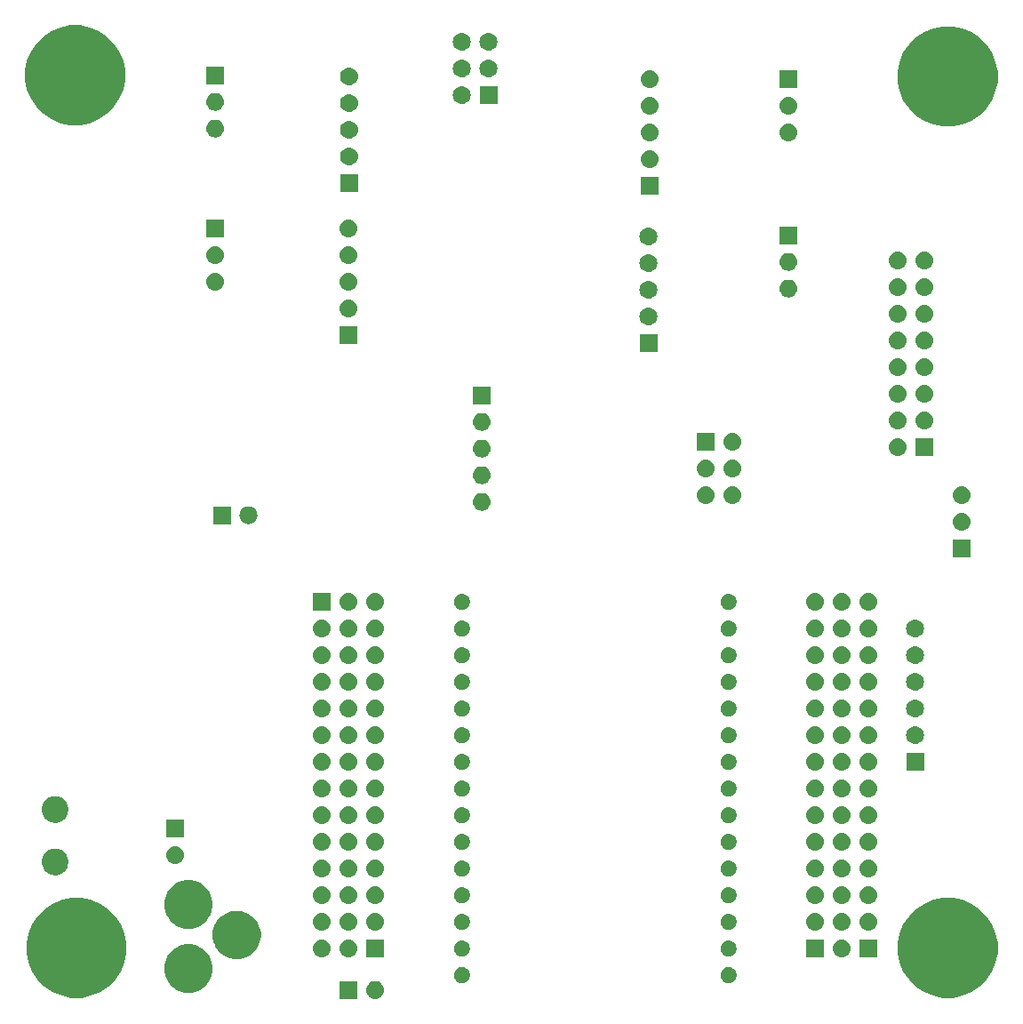
<source format=gbr>
G04 #@! TF.GenerationSoftware,KiCad,Pcbnew,(5.0.2)-1*
G04 #@! TF.CreationDate,2019-04-27T09:18:36-04:00*
G04 #@! TF.ProjectId,ESP32-Hub,45535033-322d-4487-9562-2e6b69636164,2*
G04 #@! TF.SameCoordinates,Original*
G04 #@! TF.FileFunction,Soldermask,Bot*
G04 #@! TF.FilePolarity,Negative*
%FSLAX46Y46*%
G04 Gerber Fmt 4.6, Leading zero omitted, Abs format (unit mm)*
G04 Created by KiCad (PCBNEW (5.0.2)-1) date 4/27/2019 9:18:36 AM*
%MOMM*%
%LPD*%
G01*
G04 APERTURE LIST*
%ADD10C,0.150000*%
G04 APERTURE END LIST*
D10*
G36*
X44616630Y-102162299D02*
X44776855Y-102210903D01*
X44924520Y-102289831D01*
X45053949Y-102396051D01*
X45160169Y-102525480D01*
X45239097Y-102673145D01*
X45287701Y-102833370D01*
X45304112Y-103000000D01*
X45287701Y-103166630D01*
X45239097Y-103326855D01*
X45160169Y-103474520D01*
X45053949Y-103603949D01*
X44924520Y-103710169D01*
X44776855Y-103789097D01*
X44616630Y-103837701D01*
X44491752Y-103850000D01*
X44408248Y-103850000D01*
X44283370Y-103837701D01*
X44123145Y-103789097D01*
X43975480Y-103710169D01*
X43846051Y-103603949D01*
X43739831Y-103474520D01*
X43660903Y-103326855D01*
X43612299Y-103166630D01*
X43595888Y-103000000D01*
X43612299Y-102833370D01*
X43660903Y-102673145D01*
X43739831Y-102525480D01*
X43846051Y-102396051D01*
X43975480Y-102289831D01*
X44123145Y-102210903D01*
X44283370Y-102162299D01*
X44408248Y-102150000D01*
X44491752Y-102150000D01*
X44616630Y-102162299D01*
X44616630Y-102162299D01*
G37*
G36*
X42760000Y-103850000D02*
X41060000Y-103850000D01*
X41060000Y-102150000D01*
X42760000Y-102150000D01*
X42760000Y-103850000D01*
X42760000Y-103850000D01*
G37*
G36*
X17389169Y-94420519D02*
X18255889Y-94779526D01*
X19035920Y-95300726D01*
X19699274Y-95964080D01*
X20220474Y-96744111D01*
X20579481Y-97610831D01*
X20762500Y-98530933D01*
X20762500Y-99469067D01*
X20579481Y-100389169D01*
X20220474Y-101255889D01*
X19699274Y-102035920D01*
X19035920Y-102699274D01*
X18255889Y-103220474D01*
X17389169Y-103579481D01*
X16469067Y-103762500D01*
X15530933Y-103762500D01*
X14610831Y-103579481D01*
X13744111Y-103220474D01*
X12964080Y-102699274D01*
X12300726Y-102035920D01*
X11779526Y-101255889D01*
X11420519Y-100389169D01*
X11237500Y-99469067D01*
X11237500Y-98530933D01*
X11420519Y-97610831D01*
X11779526Y-96744111D01*
X12300726Y-95964080D01*
X12964080Y-95300726D01*
X13744111Y-94779526D01*
X14610831Y-94420519D01*
X15530933Y-94237500D01*
X16469067Y-94237500D01*
X17389169Y-94420519D01*
X17389169Y-94420519D01*
G37*
G36*
X100389169Y-94420519D02*
X101255889Y-94779526D01*
X102035920Y-95300726D01*
X102699274Y-95964080D01*
X103220474Y-96744111D01*
X103579481Y-97610831D01*
X103762500Y-98530933D01*
X103762500Y-99469067D01*
X103579481Y-100389169D01*
X103220474Y-101255889D01*
X102699274Y-102035920D01*
X102035920Y-102699274D01*
X101255889Y-103220474D01*
X100389169Y-103579481D01*
X99469067Y-103762500D01*
X98530933Y-103762500D01*
X97610831Y-103579481D01*
X96744111Y-103220474D01*
X95964080Y-102699274D01*
X95300726Y-102035920D01*
X94779526Y-101255889D01*
X94420519Y-100389169D01*
X94237500Y-99469067D01*
X94237500Y-98530933D01*
X94420519Y-97610831D01*
X94779526Y-96744111D01*
X95300726Y-95964080D01*
X95964080Y-95300726D01*
X96744111Y-94779526D01*
X97610831Y-94420519D01*
X98530933Y-94237500D01*
X99469067Y-94237500D01*
X100389169Y-94420519D01*
X100389169Y-94420519D01*
G37*
G36*
X27340885Y-98753387D02*
X27678837Y-98893371D01*
X27759459Y-98926766D01*
X28071178Y-99135050D01*
X28136168Y-99178475D01*
X28456525Y-99498832D01*
X28456527Y-99498835D01*
X28690565Y-99849097D01*
X28708235Y-99875543D01*
X28881613Y-100294115D01*
X28970000Y-100738468D01*
X28970000Y-101191532D01*
X28881613Y-101635885D01*
X28715915Y-102035917D01*
X28708234Y-102054459D01*
X28603701Y-102210903D01*
X28456525Y-102431168D01*
X28136168Y-102751525D01*
X28136165Y-102751527D01*
X27759459Y-103003234D01*
X27759458Y-103003235D01*
X27759457Y-103003235D01*
X27340885Y-103176613D01*
X26896532Y-103265000D01*
X26443468Y-103265000D01*
X25999115Y-103176613D01*
X25580543Y-103003235D01*
X25580542Y-103003235D01*
X25580541Y-103003234D01*
X25203835Y-102751527D01*
X25203832Y-102751525D01*
X24883475Y-102431168D01*
X24736299Y-102210903D01*
X24631766Y-102054459D01*
X24624086Y-102035917D01*
X24458387Y-101635885D01*
X24370000Y-101191532D01*
X24370000Y-100738468D01*
X24458387Y-100294115D01*
X24631765Y-99875543D01*
X24649436Y-99849097D01*
X24883473Y-99498835D01*
X24883475Y-99498832D01*
X25203832Y-99178475D01*
X25268822Y-99135050D01*
X25580541Y-98926766D01*
X25661164Y-98893371D01*
X25999115Y-98753387D01*
X26443468Y-98665000D01*
X26896532Y-98665000D01*
X27340885Y-98753387D01*
X27340885Y-98753387D01*
G37*
G36*
X52878195Y-100857522D02*
X52927267Y-100867283D01*
X53065942Y-100924724D01*
X53190750Y-101008118D01*
X53296882Y-101114250D01*
X53380276Y-101239058D01*
X53437717Y-101377734D01*
X53467000Y-101524948D01*
X53467000Y-101675052D01*
X53437717Y-101822266D01*
X53380276Y-101960942D01*
X53296882Y-102085750D01*
X53190750Y-102191882D01*
X53190747Y-102191884D01*
X53065942Y-102275276D01*
X52927267Y-102332717D01*
X52878195Y-102342478D01*
X52780052Y-102362000D01*
X52629948Y-102362000D01*
X52531805Y-102342478D01*
X52482733Y-102332717D01*
X52344058Y-102275276D01*
X52219253Y-102191884D01*
X52219250Y-102191882D01*
X52113118Y-102085750D01*
X52029724Y-101960942D01*
X51972283Y-101822266D01*
X51943000Y-101675052D01*
X51943000Y-101524948D01*
X51972283Y-101377734D01*
X52029724Y-101239058D01*
X52113118Y-101114250D01*
X52219250Y-101008118D01*
X52344058Y-100924724D01*
X52482733Y-100867283D01*
X52531805Y-100857522D01*
X52629948Y-100838000D01*
X52780052Y-100838000D01*
X52878195Y-100857522D01*
X52878195Y-100857522D01*
G37*
G36*
X78278195Y-100857522D02*
X78327267Y-100867283D01*
X78465942Y-100924724D01*
X78590750Y-101008118D01*
X78696882Y-101114250D01*
X78780276Y-101239058D01*
X78837717Y-101377734D01*
X78867000Y-101524948D01*
X78867000Y-101675052D01*
X78837717Y-101822266D01*
X78780276Y-101960942D01*
X78696882Y-102085750D01*
X78590750Y-102191882D01*
X78590747Y-102191884D01*
X78465942Y-102275276D01*
X78327267Y-102332717D01*
X78278195Y-102342478D01*
X78180052Y-102362000D01*
X78029948Y-102362000D01*
X77931805Y-102342478D01*
X77882733Y-102332717D01*
X77744058Y-102275276D01*
X77619253Y-102191884D01*
X77619250Y-102191882D01*
X77513118Y-102085750D01*
X77429724Y-101960942D01*
X77372283Y-101822266D01*
X77343000Y-101675052D01*
X77343000Y-101524948D01*
X77372283Y-101377734D01*
X77429724Y-101239058D01*
X77513118Y-101114250D01*
X77619250Y-101008118D01*
X77744058Y-100924724D01*
X77882733Y-100867283D01*
X77931805Y-100857522D01*
X78029948Y-100838000D01*
X78180052Y-100838000D01*
X78278195Y-100857522D01*
X78278195Y-100857522D01*
G37*
G36*
X31852896Y-95535885D02*
X31940885Y-95553387D01*
X32359459Y-95726766D01*
X32714624Y-95964080D01*
X32736168Y-95978475D01*
X33056525Y-96298832D01*
X33056527Y-96298835D01*
X33254452Y-96595050D01*
X33308235Y-96675543D01*
X33481613Y-97094115D01*
X33570000Y-97538468D01*
X33570000Y-97991532D01*
X33481613Y-98435885D01*
X33350100Y-98753387D01*
X33308234Y-98854459D01*
X33170896Y-99060000D01*
X33056525Y-99231168D01*
X32736168Y-99551525D01*
X32736165Y-99551527D01*
X32359459Y-99803234D01*
X32359458Y-99803235D01*
X32359457Y-99803235D01*
X31940885Y-99976613D01*
X31496532Y-100065000D01*
X31043468Y-100065000D01*
X30599115Y-99976613D01*
X30180543Y-99803235D01*
X30180542Y-99803235D01*
X30180541Y-99803234D01*
X29803835Y-99551527D01*
X29803832Y-99551525D01*
X29483475Y-99231168D01*
X29369104Y-99060000D01*
X29231766Y-98854459D01*
X29189901Y-98753387D01*
X29058387Y-98435885D01*
X28970000Y-97991532D01*
X28970000Y-97538468D01*
X29058387Y-97094115D01*
X29231765Y-96675543D01*
X29285549Y-96595050D01*
X29483473Y-96298835D01*
X29483475Y-96298832D01*
X29803832Y-95978475D01*
X29825376Y-95964080D01*
X30180541Y-95726766D01*
X30599115Y-95553387D01*
X30687104Y-95535885D01*
X31043468Y-95465000D01*
X31496532Y-95465000D01*
X31852896Y-95535885D01*
X31852896Y-95535885D01*
G37*
G36*
X87210000Y-99910000D02*
X85510000Y-99910000D01*
X85510000Y-98210000D01*
X87210000Y-98210000D01*
X87210000Y-99910000D01*
X87210000Y-99910000D01*
G37*
G36*
X89066630Y-98222299D02*
X89226855Y-98270903D01*
X89374520Y-98349831D01*
X89503949Y-98456051D01*
X89610169Y-98585480D01*
X89689097Y-98733145D01*
X89737701Y-98893370D01*
X89754112Y-99060000D01*
X89737701Y-99226630D01*
X89689097Y-99386855D01*
X89610169Y-99534520D01*
X89503949Y-99663949D01*
X89374520Y-99770169D01*
X89226855Y-99849097D01*
X89066630Y-99897701D01*
X88941752Y-99910000D01*
X88858248Y-99910000D01*
X88733370Y-99897701D01*
X88573145Y-99849097D01*
X88425480Y-99770169D01*
X88296051Y-99663949D01*
X88189831Y-99534520D01*
X88110903Y-99386855D01*
X88062299Y-99226630D01*
X88045888Y-99060000D01*
X88062299Y-98893370D01*
X88110903Y-98733145D01*
X88189831Y-98585480D01*
X88296051Y-98456051D01*
X88425480Y-98349831D01*
X88573145Y-98270903D01*
X88733370Y-98222299D01*
X88858248Y-98210000D01*
X88941752Y-98210000D01*
X89066630Y-98222299D01*
X89066630Y-98222299D01*
G37*
G36*
X45300000Y-99910000D02*
X43600000Y-99910000D01*
X43600000Y-98210000D01*
X45300000Y-98210000D01*
X45300000Y-99910000D01*
X45300000Y-99910000D01*
G37*
G36*
X92290000Y-99910000D02*
X90590000Y-99910000D01*
X90590000Y-98210000D01*
X92290000Y-98210000D01*
X92290000Y-99910000D01*
X92290000Y-99910000D01*
G37*
G36*
X42076630Y-98222299D02*
X42236855Y-98270903D01*
X42384520Y-98349831D01*
X42513949Y-98456051D01*
X42620169Y-98585480D01*
X42699097Y-98733145D01*
X42747701Y-98893370D01*
X42764112Y-99060000D01*
X42747701Y-99226630D01*
X42699097Y-99386855D01*
X42620169Y-99534520D01*
X42513949Y-99663949D01*
X42384520Y-99770169D01*
X42236855Y-99849097D01*
X42076630Y-99897701D01*
X41951752Y-99910000D01*
X41868248Y-99910000D01*
X41743370Y-99897701D01*
X41583145Y-99849097D01*
X41435480Y-99770169D01*
X41306051Y-99663949D01*
X41199831Y-99534520D01*
X41120903Y-99386855D01*
X41072299Y-99226630D01*
X41055888Y-99060000D01*
X41072299Y-98893370D01*
X41120903Y-98733145D01*
X41199831Y-98585480D01*
X41306051Y-98456051D01*
X41435480Y-98349831D01*
X41583145Y-98270903D01*
X41743370Y-98222299D01*
X41868248Y-98210000D01*
X41951752Y-98210000D01*
X42076630Y-98222299D01*
X42076630Y-98222299D01*
G37*
G36*
X39536630Y-98222299D02*
X39696855Y-98270903D01*
X39844520Y-98349831D01*
X39973949Y-98456051D01*
X40080169Y-98585480D01*
X40159097Y-98733145D01*
X40207701Y-98893370D01*
X40224112Y-99060000D01*
X40207701Y-99226630D01*
X40159097Y-99386855D01*
X40080169Y-99534520D01*
X39973949Y-99663949D01*
X39844520Y-99770169D01*
X39696855Y-99849097D01*
X39536630Y-99897701D01*
X39411752Y-99910000D01*
X39328248Y-99910000D01*
X39203370Y-99897701D01*
X39043145Y-99849097D01*
X38895480Y-99770169D01*
X38766051Y-99663949D01*
X38659831Y-99534520D01*
X38580903Y-99386855D01*
X38532299Y-99226630D01*
X38515888Y-99060000D01*
X38532299Y-98893370D01*
X38580903Y-98733145D01*
X38659831Y-98585480D01*
X38766051Y-98456051D01*
X38895480Y-98349831D01*
X39043145Y-98270903D01*
X39203370Y-98222299D01*
X39328248Y-98210000D01*
X39411752Y-98210000D01*
X39536630Y-98222299D01*
X39536630Y-98222299D01*
G37*
G36*
X78278195Y-98317522D02*
X78327267Y-98327283D01*
X78381705Y-98349832D01*
X78465942Y-98384724D01*
X78590750Y-98468118D01*
X78696882Y-98574250D01*
X78696884Y-98574253D01*
X78780276Y-98699058D01*
X78837717Y-98837733D01*
X78841044Y-98854459D01*
X78867000Y-98984948D01*
X78867000Y-99135052D01*
X78837717Y-99282266D01*
X78780276Y-99420942D01*
X78696882Y-99545750D01*
X78590750Y-99651882D01*
X78590747Y-99651884D01*
X78465942Y-99735276D01*
X78327267Y-99792717D01*
X78278195Y-99802478D01*
X78180052Y-99822000D01*
X78029948Y-99822000D01*
X77931805Y-99802478D01*
X77882733Y-99792717D01*
X77744058Y-99735276D01*
X77619253Y-99651884D01*
X77619250Y-99651882D01*
X77513118Y-99545750D01*
X77429724Y-99420942D01*
X77372283Y-99282266D01*
X77343000Y-99135052D01*
X77343000Y-98984948D01*
X77368956Y-98854459D01*
X77372283Y-98837733D01*
X77429724Y-98699058D01*
X77513116Y-98574253D01*
X77513118Y-98574250D01*
X77619250Y-98468118D01*
X77744058Y-98384724D01*
X77828295Y-98349832D01*
X77882733Y-98327283D01*
X77931805Y-98317522D01*
X78029948Y-98298000D01*
X78180052Y-98298000D01*
X78278195Y-98317522D01*
X78278195Y-98317522D01*
G37*
G36*
X52878195Y-98317522D02*
X52927267Y-98327283D01*
X52981705Y-98349832D01*
X53065942Y-98384724D01*
X53190750Y-98468118D01*
X53296882Y-98574250D01*
X53296884Y-98574253D01*
X53380276Y-98699058D01*
X53437717Y-98837733D01*
X53441044Y-98854459D01*
X53467000Y-98984948D01*
X53467000Y-99135052D01*
X53437717Y-99282266D01*
X53380276Y-99420942D01*
X53296882Y-99545750D01*
X53190750Y-99651882D01*
X53190747Y-99651884D01*
X53065942Y-99735276D01*
X52927267Y-99792717D01*
X52878195Y-99802478D01*
X52780052Y-99822000D01*
X52629948Y-99822000D01*
X52531805Y-99802478D01*
X52482733Y-99792717D01*
X52344058Y-99735276D01*
X52219253Y-99651884D01*
X52219250Y-99651882D01*
X52113118Y-99545750D01*
X52029724Y-99420942D01*
X51972283Y-99282266D01*
X51943000Y-99135052D01*
X51943000Y-98984948D01*
X51968956Y-98854459D01*
X51972283Y-98837733D01*
X52029724Y-98699058D01*
X52113116Y-98574253D01*
X52113118Y-98574250D01*
X52219250Y-98468118D01*
X52344058Y-98384724D01*
X52428295Y-98349832D01*
X52482733Y-98327283D01*
X52531805Y-98317522D01*
X52629948Y-98298000D01*
X52780052Y-98298000D01*
X52878195Y-98317522D01*
X52878195Y-98317522D01*
G37*
G36*
X42076630Y-95682299D02*
X42236855Y-95730903D01*
X42384520Y-95809831D01*
X42513949Y-95916051D01*
X42620169Y-96045480D01*
X42699097Y-96193145D01*
X42747701Y-96353370D01*
X42764112Y-96520000D01*
X42747701Y-96686630D01*
X42699097Y-96846855D01*
X42620169Y-96994520D01*
X42513949Y-97123949D01*
X42384520Y-97230169D01*
X42236855Y-97309097D01*
X42076630Y-97357701D01*
X41951752Y-97370000D01*
X41868248Y-97370000D01*
X41743370Y-97357701D01*
X41583145Y-97309097D01*
X41435480Y-97230169D01*
X41306051Y-97123949D01*
X41199831Y-96994520D01*
X41120903Y-96846855D01*
X41072299Y-96686630D01*
X41055888Y-96520000D01*
X41072299Y-96353370D01*
X41120903Y-96193145D01*
X41199831Y-96045480D01*
X41306051Y-95916051D01*
X41435480Y-95809831D01*
X41583145Y-95730903D01*
X41743370Y-95682299D01*
X41868248Y-95670000D01*
X41951752Y-95670000D01*
X42076630Y-95682299D01*
X42076630Y-95682299D01*
G37*
G36*
X44616630Y-95682299D02*
X44776855Y-95730903D01*
X44924520Y-95809831D01*
X45053949Y-95916051D01*
X45160169Y-96045480D01*
X45239097Y-96193145D01*
X45287701Y-96353370D01*
X45304112Y-96520000D01*
X45287701Y-96686630D01*
X45239097Y-96846855D01*
X45160169Y-96994520D01*
X45053949Y-97123949D01*
X44924520Y-97230169D01*
X44776855Y-97309097D01*
X44616630Y-97357701D01*
X44491752Y-97370000D01*
X44408248Y-97370000D01*
X44283370Y-97357701D01*
X44123145Y-97309097D01*
X43975480Y-97230169D01*
X43846051Y-97123949D01*
X43739831Y-96994520D01*
X43660903Y-96846855D01*
X43612299Y-96686630D01*
X43595888Y-96520000D01*
X43612299Y-96353370D01*
X43660903Y-96193145D01*
X43739831Y-96045480D01*
X43846051Y-95916051D01*
X43975480Y-95809831D01*
X44123145Y-95730903D01*
X44283370Y-95682299D01*
X44408248Y-95670000D01*
X44491752Y-95670000D01*
X44616630Y-95682299D01*
X44616630Y-95682299D01*
G37*
G36*
X86526630Y-95682299D02*
X86686855Y-95730903D01*
X86834520Y-95809831D01*
X86963949Y-95916051D01*
X87070169Y-96045480D01*
X87149097Y-96193145D01*
X87197701Y-96353370D01*
X87214112Y-96520000D01*
X87197701Y-96686630D01*
X87149097Y-96846855D01*
X87070169Y-96994520D01*
X86963949Y-97123949D01*
X86834520Y-97230169D01*
X86686855Y-97309097D01*
X86526630Y-97357701D01*
X86401752Y-97370000D01*
X86318248Y-97370000D01*
X86193370Y-97357701D01*
X86033145Y-97309097D01*
X85885480Y-97230169D01*
X85756051Y-97123949D01*
X85649831Y-96994520D01*
X85570903Y-96846855D01*
X85522299Y-96686630D01*
X85505888Y-96520000D01*
X85522299Y-96353370D01*
X85570903Y-96193145D01*
X85649831Y-96045480D01*
X85756051Y-95916051D01*
X85885480Y-95809831D01*
X86033145Y-95730903D01*
X86193370Y-95682299D01*
X86318248Y-95670000D01*
X86401752Y-95670000D01*
X86526630Y-95682299D01*
X86526630Y-95682299D01*
G37*
G36*
X89066630Y-95682299D02*
X89226855Y-95730903D01*
X89374520Y-95809831D01*
X89503949Y-95916051D01*
X89610169Y-96045480D01*
X89689097Y-96193145D01*
X89737701Y-96353370D01*
X89754112Y-96520000D01*
X89737701Y-96686630D01*
X89689097Y-96846855D01*
X89610169Y-96994520D01*
X89503949Y-97123949D01*
X89374520Y-97230169D01*
X89226855Y-97309097D01*
X89066630Y-97357701D01*
X88941752Y-97370000D01*
X88858248Y-97370000D01*
X88733370Y-97357701D01*
X88573145Y-97309097D01*
X88425480Y-97230169D01*
X88296051Y-97123949D01*
X88189831Y-96994520D01*
X88110903Y-96846855D01*
X88062299Y-96686630D01*
X88045888Y-96520000D01*
X88062299Y-96353370D01*
X88110903Y-96193145D01*
X88189831Y-96045480D01*
X88296051Y-95916051D01*
X88425480Y-95809831D01*
X88573145Y-95730903D01*
X88733370Y-95682299D01*
X88858248Y-95670000D01*
X88941752Y-95670000D01*
X89066630Y-95682299D01*
X89066630Y-95682299D01*
G37*
G36*
X91606630Y-95682299D02*
X91766855Y-95730903D01*
X91914520Y-95809831D01*
X92043949Y-95916051D01*
X92150169Y-96045480D01*
X92229097Y-96193145D01*
X92277701Y-96353370D01*
X92294112Y-96520000D01*
X92277701Y-96686630D01*
X92229097Y-96846855D01*
X92150169Y-96994520D01*
X92043949Y-97123949D01*
X91914520Y-97230169D01*
X91766855Y-97309097D01*
X91606630Y-97357701D01*
X91481752Y-97370000D01*
X91398248Y-97370000D01*
X91273370Y-97357701D01*
X91113145Y-97309097D01*
X90965480Y-97230169D01*
X90836051Y-97123949D01*
X90729831Y-96994520D01*
X90650903Y-96846855D01*
X90602299Y-96686630D01*
X90585888Y-96520000D01*
X90602299Y-96353370D01*
X90650903Y-96193145D01*
X90729831Y-96045480D01*
X90836051Y-95916051D01*
X90965480Y-95809831D01*
X91113145Y-95730903D01*
X91273370Y-95682299D01*
X91398248Y-95670000D01*
X91481752Y-95670000D01*
X91606630Y-95682299D01*
X91606630Y-95682299D01*
G37*
G36*
X39536630Y-95682299D02*
X39696855Y-95730903D01*
X39844520Y-95809831D01*
X39973949Y-95916051D01*
X40080169Y-96045480D01*
X40159097Y-96193145D01*
X40207701Y-96353370D01*
X40224112Y-96520000D01*
X40207701Y-96686630D01*
X40159097Y-96846855D01*
X40080169Y-96994520D01*
X39973949Y-97123949D01*
X39844520Y-97230169D01*
X39696855Y-97309097D01*
X39536630Y-97357701D01*
X39411752Y-97370000D01*
X39328248Y-97370000D01*
X39203370Y-97357701D01*
X39043145Y-97309097D01*
X38895480Y-97230169D01*
X38766051Y-97123949D01*
X38659831Y-96994520D01*
X38580903Y-96846855D01*
X38532299Y-96686630D01*
X38515888Y-96520000D01*
X38532299Y-96353370D01*
X38580903Y-96193145D01*
X38659831Y-96045480D01*
X38766051Y-95916051D01*
X38895480Y-95809831D01*
X39043145Y-95730903D01*
X39203370Y-95682299D01*
X39328248Y-95670000D01*
X39411752Y-95670000D01*
X39536630Y-95682299D01*
X39536630Y-95682299D01*
G37*
G36*
X78278195Y-95777522D02*
X78327267Y-95787283D01*
X78381705Y-95809832D01*
X78465942Y-95844724D01*
X78590750Y-95928118D01*
X78696882Y-96034250D01*
X78696884Y-96034253D01*
X78780276Y-96159058D01*
X78837717Y-96297733D01*
X78837936Y-96298835D01*
X78867000Y-96444948D01*
X78867000Y-96595052D01*
X78850989Y-96675543D01*
X78837717Y-96742267D01*
X78836953Y-96744111D01*
X78780276Y-96880942D01*
X78696882Y-97005750D01*
X78590750Y-97111882D01*
X78590747Y-97111884D01*
X78465942Y-97195276D01*
X78327267Y-97252717D01*
X78278195Y-97262478D01*
X78180052Y-97282000D01*
X78029948Y-97282000D01*
X77931805Y-97262478D01*
X77882733Y-97252717D01*
X77744058Y-97195276D01*
X77619253Y-97111884D01*
X77619250Y-97111882D01*
X77513118Y-97005750D01*
X77429724Y-96880942D01*
X77373047Y-96744111D01*
X77372283Y-96742267D01*
X77359011Y-96675543D01*
X77343000Y-96595052D01*
X77343000Y-96444948D01*
X77372064Y-96298835D01*
X77372283Y-96297733D01*
X77429724Y-96159058D01*
X77513116Y-96034253D01*
X77513118Y-96034250D01*
X77619250Y-95928118D01*
X77744058Y-95844724D01*
X77828295Y-95809832D01*
X77882733Y-95787283D01*
X77931805Y-95777522D01*
X78029948Y-95758000D01*
X78180052Y-95758000D01*
X78278195Y-95777522D01*
X78278195Y-95777522D01*
G37*
G36*
X52878195Y-95777522D02*
X52927267Y-95787283D01*
X52981705Y-95809832D01*
X53065942Y-95844724D01*
X53190750Y-95928118D01*
X53296882Y-96034250D01*
X53296884Y-96034253D01*
X53380276Y-96159058D01*
X53437717Y-96297733D01*
X53437936Y-96298835D01*
X53467000Y-96444948D01*
X53467000Y-96595052D01*
X53450989Y-96675543D01*
X53437717Y-96742267D01*
X53436953Y-96744111D01*
X53380276Y-96880942D01*
X53296882Y-97005750D01*
X53190750Y-97111882D01*
X53190747Y-97111884D01*
X53065942Y-97195276D01*
X52927267Y-97252717D01*
X52878195Y-97262478D01*
X52780052Y-97282000D01*
X52629948Y-97282000D01*
X52531805Y-97262478D01*
X52482733Y-97252717D01*
X52344058Y-97195276D01*
X52219253Y-97111884D01*
X52219250Y-97111882D01*
X52113118Y-97005750D01*
X52029724Y-96880942D01*
X51973047Y-96744111D01*
X51972283Y-96742267D01*
X51959011Y-96675543D01*
X51943000Y-96595052D01*
X51943000Y-96444948D01*
X51972064Y-96298835D01*
X51972283Y-96297733D01*
X52029724Y-96159058D01*
X52113116Y-96034253D01*
X52113118Y-96034250D01*
X52219250Y-95928118D01*
X52344058Y-95844724D01*
X52428295Y-95809832D01*
X52482733Y-95787283D01*
X52531805Y-95777522D01*
X52629948Y-95758000D01*
X52780052Y-95758000D01*
X52878195Y-95777522D01*
X52878195Y-95777522D01*
G37*
G36*
X27340885Y-92653387D02*
X27759459Y-92826766D01*
X28131155Y-93075125D01*
X28136168Y-93078475D01*
X28456525Y-93398832D01*
X28456527Y-93398835D01*
X28696336Y-93757734D01*
X28708235Y-93775543D01*
X28881613Y-94194115D01*
X28970000Y-94638468D01*
X28970000Y-95091532D01*
X28881613Y-95535885D01*
X28768141Y-95809832D01*
X28708234Y-95954459D01*
X28647415Y-96045481D01*
X28456525Y-96331168D01*
X28136168Y-96651525D01*
X28136165Y-96651527D01*
X27759459Y-96903234D01*
X27759458Y-96903235D01*
X27759457Y-96903235D01*
X27340885Y-97076613D01*
X26896532Y-97165000D01*
X26443468Y-97165000D01*
X25999115Y-97076613D01*
X25580543Y-96903235D01*
X25580542Y-96903235D01*
X25580541Y-96903234D01*
X25203835Y-96651527D01*
X25203832Y-96651525D01*
X24883475Y-96331168D01*
X24692585Y-96045481D01*
X24631766Y-95954459D01*
X24571860Y-95809832D01*
X24458387Y-95535885D01*
X24370000Y-95091532D01*
X24370000Y-94638468D01*
X24458387Y-94194115D01*
X24631765Y-93775543D01*
X24643665Y-93757734D01*
X24883473Y-93398835D01*
X24883475Y-93398832D01*
X25203832Y-93078475D01*
X25208845Y-93075125D01*
X25580541Y-92826766D01*
X25999115Y-92653387D01*
X26443468Y-92565000D01*
X26896532Y-92565000D01*
X27340885Y-92653387D01*
X27340885Y-92653387D01*
G37*
G36*
X91606630Y-93142299D02*
X91766855Y-93190903D01*
X91914520Y-93269831D01*
X92043949Y-93376051D01*
X92150169Y-93505480D01*
X92229097Y-93653145D01*
X92277701Y-93813370D01*
X92294112Y-93980000D01*
X92277701Y-94146630D01*
X92229097Y-94306855D01*
X92150169Y-94454520D01*
X92043949Y-94583949D01*
X91914520Y-94690169D01*
X91766855Y-94769097D01*
X91606630Y-94817701D01*
X91481752Y-94830000D01*
X91398248Y-94830000D01*
X91273370Y-94817701D01*
X91113145Y-94769097D01*
X90965480Y-94690169D01*
X90836051Y-94583949D01*
X90729831Y-94454520D01*
X90650903Y-94306855D01*
X90602299Y-94146630D01*
X90585888Y-93980000D01*
X90602299Y-93813370D01*
X90650903Y-93653145D01*
X90729831Y-93505480D01*
X90836051Y-93376051D01*
X90965480Y-93269831D01*
X91113145Y-93190903D01*
X91273370Y-93142299D01*
X91398248Y-93130000D01*
X91481752Y-93130000D01*
X91606630Y-93142299D01*
X91606630Y-93142299D01*
G37*
G36*
X44616630Y-93142299D02*
X44776855Y-93190903D01*
X44924520Y-93269831D01*
X45053949Y-93376051D01*
X45160169Y-93505480D01*
X45239097Y-93653145D01*
X45287701Y-93813370D01*
X45304112Y-93980000D01*
X45287701Y-94146630D01*
X45239097Y-94306855D01*
X45160169Y-94454520D01*
X45053949Y-94583949D01*
X44924520Y-94690169D01*
X44776855Y-94769097D01*
X44616630Y-94817701D01*
X44491752Y-94830000D01*
X44408248Y-94830000D01*
X44283370Y-94817701D01*
X44123145Y-94769097D01*
X43975480Y-94690169D01*
X43846051Y-94583949D01*
X43739831Y-94454520D01*
X43660903Y-94306855D01*
X43612299Y-94146630D01*
X43595888Y-93980000D01*
X43612299Y-93813370D01*
X43660903Y-93653145D01*
X43739831Y-93505480D01*
X43846051Y-93376051D01*
X43975480Y-93269831D01*
X44123145Y-93190903D01*
X44283370Y-93142299D01*
X44408248Y-93130000D01*
X44491752Y-93130000D01*
X44616630Y-93142299D01*
X44616630Y-93142299D01*
G37*
G36*
X86526630Y-93142299D02*
X86686855Y-93190903D01*
X86834520Y-93269831D01*
X86963949Y-93376051D01*
X87070169Y-93505480D01*
X87149097Y-93653145D01*
X87197701Y-93813370D01*
X87214112Y-93980000D01*
X87197701Y-94146630D01*
X87149097Y-94306855D01*
X87070169Y-94454520D01*
X86963949Y-94583949D01*
X86834520Y-94690169D01*
X86686855Y-94769097D01*
X86526630Y-94817701D01*
X86401752Y-94830000D01*
X86318248Y-94830000D01*
X86193370Y-94817701D01*
X86033145Y-94769097D01*
X85885480Y-94690169D01*
X85756051Y-94583949D01*
X85649831Y-94454520D01*
X85570903Y-94306855D01*
X85522299Y-94146630D01*
X85505888Y-93980000D01*
X85522299Y-93813370D01*
X85570903Y-93653145D01*
X85649831Y-93505480D01*
X85756051Y-93376051D01*
X85885480Y-93269831D01*
X86033145Y-93190903D01*
X86193370Y-93142299D01*
X86318248Y-93130000D01*
X86401752Y-93130000D01*
X86526630Y-93142299D01*
X86526630Y-93142299D01*
G37*
G36*
X39536630Y-93142299D02*
X39696855Y-93190903D01*
X39844520Y-93269831D01*
X39973949Y-93376051D01*
X40080169Y-93505480D01*
X40159097Y-93653145D01*
X40207701Y-93813370D01*
X40224112Y-93980000D01*
X40207701Y-94146630D01*
X40159097Y-94306855D01*
X40080169Y-94454520D01*
X39973949Y-94583949D01*
X39844520Y-94690169D01*
X39696855Y-94769097D01*
X39536630Y-94817701D01*
X39411752Y-94830000D01*
X39328248Y-94830000D01*
X39203370Y-94817701D01*
X39043145Y-94769097D01*
X38895480Y-94690169D01*
X38766051Y-94583949D01*
X38659831Y-94454520D01*
X38580903Y-94306855D01*
X38532299Y-94146630D01*
X38515888Y-93980000D01*
X38532299Y-93813370D01*
X38580903Y-93653145D01*
X38659831Y-93505480D01*
X38766051Y-93376051D01*
X38895480Y-93269831D01*
X39043145Y-93190903D01*
X39203370Y-93142299D01*
X39328248Y-93130000D01*
X39411752Y-93130000D01*
X39536630Y-93142299D01*
X39536630Y-93142299D01*
G37*
G36*
X89066630Y-93142299D02*
X89226855Y-93190903D01*
X89374520Y-93269831D01*
X89503949Y-93376051D01*
X89610169Y-93505480D01*
X89689097Y-93653145D01*
X89737701Y-93813370D01*
X89754112Y-93980000D01*
X89737701Y-94146630D01*
X89689097Y-94306855D01*
X89610169Y-94454520D01*
X89503949Y-94583949D01*
X89374520Y-94690169D01*
X89226855Y-94769097D01*
X89066630Y-94817701D01*
X88941752Y-94830000D01*
X88858248Y-94830000D01*
X88733370Y-94817701D01*
X88573145Y-94769097D01*
X88425480Y-94690169D01*
X88296051Y-94583949D01*
X88189831Y-94454520D01*
X88110903Y-94306855D01*
X88062299Y-94146630D01*
X88045888Y-93980000D01*
X88062299Y-93813370D01*
X88110903Y-93653145D01*
X88189831Y-93505480D01*
X88296051Y-93376051D01*
X88425480Y-93269831D01*
X88573145Y-93190903D01*
X88733370Y-93142299D01*
X88858248Y-93130000D01*
X88941752Y-93130000D01*
X89066630Y-93142299D01*
X89066630Y-93142299D01*
G37*
G36*
X42076630Y-93142299D02*
X42236855Y-93190903D01*
X42384520Y-93269831D01*
X42513949Y-93376051D01*
X42620169Y-93505480D01*
X42699097Y-93653145D01*
X42747701Y-93813370D01*
X42764112Y-93980000D01*
X42747701Y-94146630D01*
X42699097Y-94306855D01*
X42620169Y-94454520D01*
X42513949Y-94583949D01*
X42384520Y-94690169D01*
X42236855Y-94769097D01*
X42076630Y-94817701D01*
X41951752Y-94830000D01*
X41868248Y-94830000D01*
X41743370Y-94817701D01*
X41583145Y-94769097D01*
X41435480Y-94690169D01*
X41306051Y-94583949D01*
X41199831Y-94454520D01*
X41120903Y-94306855D01*
X41072299Y-94146630D01*
X41055888Y-93980000D01*
X41072299Y-93813370D01*
X41120903Y-93653145D01*
X41199831Y-93505480D01*
X41306051Y-93376051D01*
X41435480Y-93269831D01*
X41583145Y-93190903D01*
X41743370Y-93142299D01*
X41868248Y-93130000D01*
X41951752Y-93130000D01*
X42076630Y-93142299D01*
X42076630Y-93142299D01*
G37*
G36*
X52878195Y-93237522D02*
X52927267Y-93247283D01*
X52981705Y-93269832D01*
X53065942Y-93304724D01*
X53190750Y-93388118D01*
X53296882Y-93494250D01*
X53296884Y-93494253D01*
X53380276Y-93619058D01*
X53437717Y-93757733D01*
X53467000Y-93904950D01*
X53467000Y-94055050D01*
X53439339Y-94194115D01*
X53437717Y-94202266D01*
X53380276Y-94340942D01*
X53296882Y-94465750D01*
X53190750Y-94571882D01*
X53190747Y-94571884D01*
X53065942Y-94655276D01*
X52927267Y-94712717D01*
X52878195Y-94722478D01*
X52780052Y-94742000D01*
X52629948Y-94742000D01*
X52531805Y-94722478D01*
X52482733Y-94712717D01*
X52344058Y-94655276D01*
X52219253Y-94571884D01*
X52219250Y-94571882D01*
X52113118Y-94465750D01*
X52029724Y-94340942D01*
X51972283Y-94202266D01*
X51970662Y-94194115D01*
X51943000Y-94055050D01*
X51943000Y-93904950D01*
X51972283Y-93757733D01*
X52029724Y-93619058D01*
X52113116Y-93494253D01*
X52113118Y-93494250D01*
X52219250Y-93388118D01*
X52344058Y-93304724D01*
X52428295Y-93269832D01*
X52482733Y-93247283D01*
X52531805Y-93237522D01*
X52629948Y-93218000D01*
X52780052Y-93218000D01*
X52878195Y-93237522D01*
X52878195Y-93237522D01*
G37*
G36*
X78278195Y-93237522D02*
X78327267Y-93247283D01*
X78381705Y-93269832D01*
X78465942Y-93304724D01*
X78590750Y-93388118D01*
X78696882Y-93494250D01*
X78696884Y-93494253D01*
X78780276Y-93619058D01*
X78837717Y-93757733D01*
X78867000Y-93904950D01*
X78867000Y-94055050D01*
X78839339Y-94194115D01*
X78837717Y-94202266D01*
X78780276Y-94340942D01*
X78696882Y-94465750D01*
X78590750Y-94571882D01*
X78590747Y-94571884D01*
X78465942Y-94655276D01*
X78327267Y-94712717D01*
X78278195Y-94722478D01*
X78180052Y-94742000D01*
X78029948Y-94742000D01*
X77931805Y-94722478D01*
X77882733Y-94712717D01*
X77744058Y-94655276D01*
X77619253Y-94571884D01*
X77619250Y-94571882D01*
X77513118Y-94465750D01*
X77429724Y-94340942D01*
X77372283Y-94202266D01*
X77370662Y-94194115D01*
X77343000Y-94055050D01*
X77343000Y-93904950D01*
X77372283Y-93757733D01*
X77429724Y-93619058D01*
X77513116Y-93494253D01*
X77513118Y-93494250D01*
X77619250Y-93388118D01*
X77744058Y-93304724D01*
X77828295Y-93269832D01*
X77882733Y-93247283D01*
X77931805Y-93237522D01*
X78029948Y-93218000D01*
X78180052Y-93218000D01*
X78278195Y-93237522D01*
X78278195Y-93237522D01*
G37*
G36*
X89066630Y-90602299D02*
X89226855Y-90650903D01*
X89374520Y-90729831D01*
X89503949Y-90836051D01*
X89610169Y-90965480D01*
X89689097Y-91113145D01*
X89737701Y-91273370D01*
X89754112Y-91440000D01*
X89737701Y-91606630D01*
X89689097Y-91766855D01*
X89610169Y-91914520D01*
X89503949Y-92043949D01*
X89374520Y-92150169D01*
X89226855Y-92229097D01*
X89066630Y-92277701D01*
X88941752Y-92290000D01*
X88858248Y-92290000D01*
X88733370Y-92277701D01*
X88573145Y-92229097D01*
X88425480Y-92150169D01*
X88296051Y-92043949D01*
X88189831Y-91914520D01*
X88110903Y-91766855D01*
X88062299Y-91606630D01*
X88045888Y-91440000D01*
X88062299Y-91273370D01*
X88110903Y-91113145D01*
X88189831Y-90965480D01*
X88296051Y-90836051D01*
X88425480Y-90729831D01*
X88573145Y-90650903D01*
X88733370Y-90602299D01*
X88858248Y-90590000D01*
X88941752Y-90590000D01*
X89066630Y-90602299D01*
X89066630Y-90602299D01*
G37*
G36*
X91606630Y-90602299D02*
X91766855Y-90650903D01*
X91914520Y-90729831D01*
X92043949Y-90836051D01*
X92150169Y-90965480D01*
X92229097Y-91113145D01*
X92277701Y-91273370D01*
X92294112Y-91440000D01*
X92277701Y-91606630D01*
X92229097Y-91766855D01*
X92150169Y-91914520D01*
X92043949Y-92043949D01*
X91914520Y-92150169D01*
X91766855Y-92229097D01*
X91606630Y-92277701D01*
X91481752Y-92290000D01*
X91398248Y-92290000D01*
X91273370Y-92277701D01*
X91113145Y-92229097D01*
X90965480Y-92150169D01*
X90836051Y-92043949D01*
X90729831Y-91914520D01*
X90650903Y-91766855D01*
X90602299Y-91606630D01*
X90585888Y-91440000D01*
X90602299Y-91273370D01*
X90650903Y-91113145D01*
X90729831Y-90965480D01*
X90836051Y-90836051D01*
X90965480Y-90729831D01*
X91113145Y-90650903D01*
X91273370Y-90602299D01*
X91398248Y-90590000D01*
X91481752Y-90590000D01*
X91606630Y-90602299D01*
X91606630Y-90602299D01*
G37*
G36*
X39536630Y-90602299D02*
X39696855Y-90650903D01*
X39844520Y-90729831D01*
X39973949Y-90836051D01*
X40080169Y-90965480D01*
X40159097Y-91113145D01*
X40207701Y-91273370D01*
X40224112Y-91440000D01*
X40207701Y-91606630D01*
X40159097Y-91766855D01*
X40080169Y-91914520D01*
X39973949Y-92043949D01*
X39844520Y-92150169D01*
X39696855Y-92229097D01*
X39536630Y-92277701D01*
X39411752Y-92290000D01*
X39328248Y-92290000D01*
X39203370Y-92277701D01*
X39043145Y-92229097D01*
X38895480Y-92150169D01*
X38766051Y-92043949D01*
X38659831Y-91914520D01*
X38580903Y-91766855D01*
X38532299Y-91606630D01*
X38515888Y-91440000D01*
X38532299Y-91273370D01*
X38580903Y-91113145D01*
X38659831Y-90965480D01*
X38766051Y-90836051D01*
X38895480Y-90729831D01*
X39043145Y-90650903D01*
X39203370Y-90602299D01*
X39328248Y-90590000D01*
X39411752Y-90590000D01*
X39536630Y-90602299D01*
X39536630Y-90602299D01*
G37*
G36*
X42076630Y-90602299D02*
X42236855Y-90650903D01*
X42384520Y-90729831D01*
X42513949Y-90836051D01*
X42620169Y-90965480D01*
X42699097Y-91113145D01*
X42747701Y-91273370D01*
X42764112Y-91440000D01*
X42747701Y-91606630D01*
X42699097Y-91766855D01*
X42620169Y-91914520D01*
X42513949Y-92043949D01*
X42384520Y-92150169D01*
X42236855Y-92229097D01*
X42076630Y-92277701D01*
X41951752Y-92290000D01*
X41868248Y-92290000D01*
X41743370Y-92277701D01*
X41583145Y-92229097D01*
X41435480Y-92150169D01*
X41306051Y-92043949D01*
X41199831Y-91914520D01*
X41120903Y-91766855D01*
X41072299Y-91606630D01*
X41055888Y-91440000D01*
X41072299Y-91273370D01*
X41120903Y-91113145D01*
X41199831Y-90965480D01*
X41306051Y-90836051D01*
X41435480Y-90729831D01*
X41583145Y-90650903D01*
X41743370Y-90602299D01*
X41868248Y-90590000D01*
X41951752Y-90590000D01*
X42076630Y-90602299D01*
X42076630Y-90602299D01*
G37*
G36*
X44616630Y-90602299D02*
X44776855Y-90650903D01*
X44924520Y-90729831D01*
X45053949Y-90836051D01*
X45160169Y-90965480D01*
X45239097Y-91113145D01*
X45287701Y-91273370D01*
X45304112Y-91440000D01*
X45287701Y-91606630D01*
X45239097Y-91766855D01*
X45160169Y-91914520D01*
X45053949Y-92043949D01*
X44924520Y-92150169D01*
X44776855Y-92229097D01*
X44616630Y-92277701D01*
X44491752Y-92290000D01*
X44408248Y-92290000D01*
X44283370Y-92277701D01*
X44123145Y-92229097D01*
X43975480Y-92150169D01*
X43846051Y-92043949D01*
X43739831Y-91914520D01*
X43660903Y-91766855D01*
X43612299Y-91606630D01*
X43595888Y-91440000D01*
X43612299Y-91273370D01*
X43660903Y-91113145D01*
X43739831Y-90965480D01*
X43846051Y-90836051D01*
X43975480Y-90729831D01*
X44123145Y-90650903D01*
X44283370Y-90602299D01*
X44408248Y-90590000D01*
X44491752Y-90590000D01*
X44616630Y-90602299D01*
X44616630Y-90602299D01*
G37*
G36*
X86526630Y-90602299D02*
X86686855Y-90650903D01*
X86834520Y-90729831D01*
X86963949Y-90836051D01*
X87070169Y-90965480D01*
X87149097Y-91113145D01*
X87197701Y-91273370D01*
X87214112Y-91440000D01*
X87197701Y-91606630D01*
X87149097Y-91766855D01*
X87070169Y-91914520D01*
X86963949Y-92043949D01*
X86834520Y-92150169D01*
X86686855Y-92229097D01*
X86526630Y-92277701D01*
X86401752Y-92290000D01*
X86318248Y-92290000D01*
X86193370Y-92277701D01*
X86033145Y-92229097D01*
X85885480Y-92150169D01*
X85756051Y-92043949D01*
X85649831Y-91914520D01*
X85570903Y-91766855D01*
X85522299Y-91606630D01*
X85505888Y-91440000D01*
X85522299Y-91273370D01*
X85570903Y-91113145D01*
X85649831Y-90965480D01*
X85756051Y-90836051D01*
X85885480Y-90729831D01*
X86033145Y-90650903D01*
X86193370Y-90602299D01*
X86318248Y-90590000D01*
X86401752Y-90590000D01*
X86526630Y-90602299D01*
X86526630Y-90602299D01*
G37*
G36*
X52878195Y-90697522D02*
X52927267Y-90707283D01*
X52981705Y-90729832D01*
X53065942Y-90764724D01*
X53190750Y-90848118D01*
X53296882Y-90954250D01*
X53296884Y-90954253D01*
X53380276Y-91079058D01*
X53420201Y-91175445D01*
X53437717Y-91217734D01*
X53467000Y-91364948D01*
X53467000Y-91515052D01*
X53437717Y-91662266D01*
X53380276Y-91800942D01*
X53296882Y-91925750D01*
X53190750Y-92031882D01*
X53190747Y-92031884D01*
X53065942Y-92115276D01*
X52927267Y-92172717D01*
X52878195Y-92182478D01*
X52780052Y-92202000D01*
X52629948Y-92202000D01*
X52531805Y-92182478D01*
X52482733Y-92172717D01*
X52344058Y-92115276D01*
X52219253Y-92031884D01*
X52219250Y-92031882D01*
X52113118Y-91925750D01*
X52029724Y-91800942D01*
X51972283Y-91662266D01*
X51943000Y-91515052D01*
X51943000Y-91364948D01*
X51972283Y-91217734D01*
X51989800Y-91175445D01*
X52029724Y-91079058D01*
X52113116Y-90954253D01*
X52113118Y-90954250D01*
X52219250Y-90848118D01*
X52344058Y-90764724D01*
X52428295Y-90729832D01*
X52482733Y-90707283D01*
X52531805Y-90697522D01*
X52629948Y-90678000D01*
X52780052Y-90678000D01*
X52878195Y-90697522D01*
X52878195Y-90697522D01*
G37*
G36*
X78278195Y-90697522D02*
X78327267Y-90707283D01*
X78381705Y-90729832D01*
X78465942Y-90764724D01*
X78590750Y-90848118D01*
X78696882Y-90954250D01*
X78696884Y-90954253D01*
X78780276Y-91079058D01*
X78820201Y-91175445D01*
X78837717Y-91217734D01*
X78867000Y-91364948D01*
X78867000Y-91515052D01*
X78837717Y-91662266D01*
X78780276Y-91800942D01*
X78696882Y-91925750D01*
X78590750Y-92031882D01*
X78590747Y-92031884D01*
X78465942Y-92115276D01*
X78327267Y-92172717D01*
X78278195Y-92182478D01*
X78180052Y-92202000D01*
X78029948Y-92202000D01*
X77931805Y-92182478D01*
X77882733Y-92172717D01*
X77744058Y-92115276D01*
X77619253Y-92031884D01*
X77619250Y-92031882D01*
X77513118Y-91925750D01*
X77429724Y-91800942D01*
X77372283Y-91662266D01*
X77343000Y-91515052D01*
X77343000Y-91364948D01*
X77372283Y-91217734D01*
X77389800Y-91175445D01*
X77429724Y-91079058D01*
X77513116Y-90954253D01*
X77513118Y-90954250D01*
X77619250Y-90848118D01*
X77744058Y-90764724D01*
X77828295Y-90729832D01*
X77882733Y-90707283D01*
X77931805Y-90697522D01*
X78029948Y-90678000D01*
X78180052Y-90678000D01*
X78278195Y-90697522D01*
X78278195Y-90697522D01*
G37*
G36*
X14217764Y-89559402D02*
X14340445Y-89583805D01*
X14529223Y-89662000D01*
X14571571Y-89679541D01*
X14779581Y-89818529D01*
X14956471Y-89995419D01*
X14956473Y-89995422D01*
X15095459Y-90203429D01*
X15191195Y-90434555D01*
X15191195Y-90434557D01*
X15240000Y-90679914D01*
X15240000Y-90930086D01*
X15232959Y-90965481D01*
X15191195Y-91175445D01*
X15112700Y-91364948D01*
X15095459Y-91406571D01*
X14956471Y-91614581D01*
X14779581Y-91791471D01*
X14779578Y-91791473D01*
X14571571Y-91930459D01*
X14340445Y-92026195D01*
X14217764Y-92050598D01*
X14095086Y-92075000D01*
X13844914Y-92075000D01*
X13722236Y-92050598D01*
X13599555Y-92026195D01*
X13368429Y-91930459D01*
X13160422Y-91791473D01*
X13160419Y-91791471D01*
X12983529Y-91614581D01*
X12844541Y-91406571D01*
X12827300Y-91364948D01*
X12748805Y-91175445D01*
X12707041Y-90965481D01*
X12700000Y-90930086D01*
X12700000Y-90679914D01*
X12748805Y-90434557D01*
X12748805Y-90434555D01*
X12844541Y-90203429D01*
X12983527Y-89995422D01*
X12983529Y-89995419D01*
X13160419Y-89818529D01*
X13368429Y-89679541D01*
X13410777Y-89662000D01*
X13599555Y-89583805D01*
X13722236Y-89559402D01*
X13844914Y-89535000D01*
X14095086Y-89535000D01*
X14217764Y-89559402D01*
X14217764Y-89559402D01*
G37*
G36*
X25566630Y-89332299D02*
X25726855Y-89380903D01*
X25874520Y-89459831D01*
X26003949Y-89566051D01*
X26110169Y-89695480D01*
X26189097Y-89843145D01*
X26237701Y-90003370D01*
X26254112Y-90170000D01*
X26237701Y-90336630D01*
X26189097Y-90496855D01*
X26110169Y-90644520D01*
X26003949Y-90773949D01*
X25874520Y-90880169D01*
X25726855Y-90959097D01*
X25566630Y-91007701D01*
X25441752Y-91020000D01*
X25358248Y-91020000D01*
X25233370Y-91007701D01*
X25073145Y-90959097D01*
X24925480Y-90880169D01*
X24796051Y-90773949D01*
X24689831Y-90644520D01*
X24610903Y-90496855D01*
X24562299Y-90336630D01*
X24545888Y-90170000D01*
X24562299Y-90003370D01*
X24610903Y-89843145D01*
X24689831Y-89695480D01*
X24796051Y-89566051D01*
X24925480Y-89459831D01*
X25073145Y-89380903D01*
X25233370Y-89332299D01*
X25358248Y-89320000D01*
X25441752Y-89320000D01*
X25566630Y-89332299D01*
X25566630Y-89332299D01*
G37*
G36*
X91606630Y-88062299D02*
X91766855Y-88110903D01*
X91914520Y-88189831D01*
X92043949Y-88296051D01*
X92150169Y-88425480D01*
X92229097Y-88573145D01*
X92277701Y-88733370D01*
X92294112Y-88900000D01*
X92277701Y-89066630D01*
X92229097Y-89226855D01*
X92150169Y-89374520D01*
X92043949Y-89503949D01*
X91914520Y-89610169D01*
X91766855Y-89689097D01*
X91606630Y-89737701D01*
X91481752Y-89750000D01*
X91398248Y-89750000D01*
X91273370Y-89737701D01*
X91113145Y-89689097D01*
X90965480Y-89610169D01*
X90836051Y-89503949D01*
X90729831Y-89374520D01*
X90650903Y-89226855D01*
X90602299Y-89066630D01*
X90585888Y-88900000D01*
X90602299Y-88733370D01*
X90650903Y-88573145D01*
X90729831Y-88425480D01*
X90836051Y-88296051D01*
X90965480Y-88189831D01*
X91113145Y-88110903D01*
X91273370Y-88062299D01*
X91398248Y-88050000D01*
X91481752Y-88050000D01*
X91606630Y-88062299D01*
X91606630Y-88062299D01*
G37*
G36*
X42076630Y-88062299D02*
X42236855Y-88110903D01*
X42384520Y-88189831D01*
X42513949Y-88296051D01*
X42620169Y-88425480D01*
X42699097Y-88573145D01*
X42747701Y-88733370D01*
X42764112Y-88900000D01*
X42747701Y-89066630D01*
X42699097Y-89226855D01*
X42620169Y-89374520D01*
X42513949Y-89503949D01*
X42384520Y-89610169D01*
X42236855Y-89689097D01*
X42076630Y-89737701D01*
X41951752Y-89750000D01*
X41868248Y-89750000D01*
X41743370Y-89737701D01*
X41583145Y-89689097D01*
X41435480Y-89610169D01*
X41306051Y-89503949D01*
X41199831Y-89374520D01*
X41120903Y-89226855D01*
X41072299Y-89066630D01*
X41055888Y-88900000D01*
X41072299Y-88733370D01*
X41120903Y-88573145D01*
X41199831Y-88425480D01*
X41306051Y-88296051D01*
X41435480Y-88189831D01*
X41583145Y-88110903D01*
X41743370Y-88062299D01*
X41868248Y-88050000D01*
X41951752Y-88050000D01*
X42076630Y-88062299D01*
X42076630Y-88062299D01*
G37*
G36*
X44616630Y-88062299D02*
X44776855Y-88110903D01*
X44924520Y-88189831D01*
X45053949Y-88296051D01*
X45160169Y-88425480D01*
X45239097Y-88573145D01*
X45287701Y-88733370D01*
X45304112Y-88900000D01*
X45287701Y-89066630D01*
X45239097Y-89226855D01*
X45160169Y-89374520D01*
X45053949Y-89503949D01*
X44924520Y-89610169D01*
X44776855Y-89689097D01*
X44616630Y-89737701D01*
X44491752Y-89750000D01*
X44408248Y-89750000D01*
X44283370Y-89737701D01*
X44123145Y-89689097D01*
X43975480Y-89610169D01*
X43846051Y-89503949D01*
X43739831Y-89374520D01*
X43660903Y-89226855D01*
X43612299Y-89066630D01*
X43595888Y-88900000D01*
X43612299Y-88733370D01*
X43660903Y-88573145D01*
X43739831Y-88425480D01*
X43846051Y-88296051D01*
X43975480Y-88189831D01*
X44123145Y-88110903D01*
X44283370Y-88062299D01*
X44408248Y-88050000D01*
X44491752Y-88050000D01*
X44616630Y-88062299D01*
X44616630Y-88062299D01*
G37*
G36*
X86526630Y-88062299D02*
X86686855Y-88110903D01*
X86834520Y-88189831D01*
X86963949Y-88296051D01*
X87070169Y-88425480D01*
X87149097Y-88573145D01*
X87197701Y-88733370D01*
X87214112Y-88900000D01*
X87197701Y-89066630D01*
X87149097Y-89226855D01*
X87070169Y-89374520D01*
X86963949Y-89503949D01*
X86834520Y-89610169D01*
X86686855Y-89689097D01*
X86526630Y-89737701D01*
X86401752Y-89750000D01*
X86318248Y-89750000D01*
X86193370Y-89737701D01*
X86033145Y-89689097D01*
X85885480Y-89610169D01*
X85756051Y-89503949D01*
X85649831Y-89374520D01*
X85570903Y-89226855D01*
X85522299Y-89066630D01*
X85505888Y-88900000D01*
X85522299Y-88733370D01*
X85570903Y-88573145D01*
X85649831Y-88425480D01*
X85756051Y-88296051D01*
X85885480Y-88189831D01*
X86033145Y-88110903D01*
X86193370Y-88062299D01*
X86318248Y-88050000D01*
X86401752Y-88050000D01*
X86526630Y-88062299D01*
X86526630Y-88062299D01*
G37*
G36*
X39536630Y-88062299D02*
X39696855Y-88110903D01*
X39844520Y-88189831D01*
X39973949Y-88296051D01*
X40080169Y-88425480D01*
X40159097Y-88573145D01*
X40207701Y-88733370D01*
X40224112Y-88900000D01*
X40207701Y-89066630D01*
X40159097Y-89226855D01*
X40080169Y-89374520D01*
X39973949Y-89503949D01*
X39844520Y-89610169D01*
X39696855Y-89689097D01*
X39536630Y-89737701D01*
X39411752Y-89750000D01*
X39328248Y-89750000D01*
X39203370Y-89737701D01*
X39043145Y-89689097D01*
X38895480Y-89610169D01*
X38766051Y-89503949D01*
X38659831Y-89374520D01*
X38580903Y-89226855D01*
X38532299Y-89066630D01*
X38515888Y-88900000D01*
X38532299Y-88733370D01*
X38580903Y-88573145D01*
X38659831Y-88425480D01*
X38766051Y-88296051D01*
X38895480Y-88189831D01*
X39043145Y-88110903D01*
X39203370Y-88062299D01*
X39328248Y-88050000D01*
X39411752Y-88050000D01*
X39536630Y-88062299D01*
X39536630Y-88062299D01*
G37*
G36*
X89066630Y-88062299D02*
X89226855Y-88110903D01*
X89374520Y-88189831D01*
X89503949Y-88296051D01*
X89610169Y-88425480D01*
X89689097Y-88573145D01*
X89737701Y-88733370D01*
X89754112Y-88900000D01*
X89737701Y-89066630D01*
X89689097Y-89226855D01*
X89610169Y-89374520D01*
X89503949Y-89503949D01*
X89374520Y-89610169D01*
X89226855Y-89689097D01*
X89066630Y-89737701D01*
X88941752Y-89750000D01*
X88858248Y-89750000D01*
X88733370Y-89737701D01*
X88573145Y-89689097D01*
X88425480Y-89610169D01*
X88296051Y-89503949D01*
X88189831Y-89374520D01*
X88110903Y-89226855D01*
X88062299Y-89066630D01*
X88045888Y-88900000D01*
X88062299Y-88733370D01*
X88110903Y-88573145D01*
X88189831Y-88425480D01*
X88296051Y-88296051D01*
X88425480Y-88189831D01*
X88573145Y-88110903D01*
X88733370Y-88062299D01*
X88858248Y-88050000D01*
X88941752Y-88050000D01*
X89066630Y-88062299D01*
X89066630Y-88062299D01*
G37*
G36*
X78278195Y-88157522D02*
X78327267Y-88167283D01*
X78381705Y-88189832D01*
X78465942Y-88224724D01*
X78590750Y-88308118D01*
X78696882Y-88414250D01*
X78780276Y-88539058D01*
X78837717Y-88677734D01*
X78867000Y-88824948D01*
X78867000Y-88975052D01*
X78837717Y-89122266D01*
X78780276Y-89260942D01*
X78696882Y-89385750D01*
X78590750Y-89491882D01*
X78590747Y-89491884D01*
X78465942Y-89575276D01*
X78327267Y-89632717D01*
X78278195Y-89642478D01*
X78180052Y-89662000D01*
X78029948Y-89662000D01*
X77931805Y-89642478D01*
X77882733Y-89632717D01*
X77744058Y-89575276D01*
X77619253Y-89491884D01*
X77619250Y-89491882D01*
X77513118Y-89385750D01*
X77429724Y-89260942D01*
X77372283Y-89122266D01*
X77343000Y-88975052D01*
X77343000Y-88824948D01*
X77372283Y-88677734D01*
X77429724Y-88539058D01*
X77513118Y-88414250D01*
X77619250Y-88308118D01*
X77744058Y-88224724D01*
X77828295Y-88189832D01*
X77882733Y-88167283D01*
X77931805Y-88157522D01*
X78029948Y-88138000D01*
X78180052Y-88138000D01*
X78278195Y-88157522D01*
X78278195Y-88157522D01*
G37*
G36*
X52878195Y-88157522D02*
X52927267Y-88167283D01*
X52981705Y-88189832D01*
X53065942Y-88224724D01*
X53190750Y-88308118D01*
X53296882Y-88414250D01*
X53380276Y-88539058D01*
X53437717Y-88677734D01*
X53467000Y-88824948D01*
X53467000Y-88975052D01*
X53437717Y-89122266D01*
X53380276Y-89260942D01*
X53296882Y-89385750D01*
X53190750Y-89491882D01*
X53190747Y-89491884D01*
X53065942Y-89575276D01*
X52927267Y-89632717D01*
X52878195Y-89642478D01*
X52780052Y-89662000D01*
X52629948Y-89662000D01*
X52531805Y-89642478D01*
X52482733Y-89632717D01*
X52344058Y-89575276D01*
X52219253Y-89491884D01*
X52219250Y-89491882D01*
X52113118Y-89385750D01*
X52029724Y-89260942D01*
X51972283Y-89122266D01*
X51943000Y-88975052D01*
X51943000Y-88824948D01*
X51972283Y-88677734D01*
X52029724Y-88539058D01*
X52113118Y-88414250D01*
X52219250Y-88308118D01*
X52344058Y-88224724D01*
X52428295Y-88189832D01*
X52482733Y-88167283D01*
X52531805Y-88157522D01*
X52629948Y-88138000D01*
X52780052Y-88138000D01*
X52878195Y-88157522D01*
X52878195Y-88157522D01*
G37*
G36*
X26250000Y-88480000D02*
X24550000Y-88480000D01*
X24550000Y-86780000D01*
X26250000Y-86780000D01*
X26250000Y-88480000D01*
X26250000Y-88480000D01*
G37*
G36*
X44616630Y-85522299D02*
X44776855Y-85570903D01*
X44924520Y-85649831D01*
X45053949Y-85756051D01*
X45160169Y-85885480D01*
X45239097Y-86033145D01*
X45287701Y-86193370D01*
X45304112Y-86360000D01*
X45287701Y-86526630D01*
X45239097Y-86686855D01*
X45160169Y-86834520D01*
X45053949Y-86963949D01*
X44924520Y-87070169D01*
X44776855Y-87149097D01*
X44616630Y-87197701D01*
X44491752Y-87210000D01*
X44408248Y-87210000D01*
X44283370Y-87197701D01*
X44123145Y-87149097D01*
X43975480Y-87070169D01*
X43846051Y-86963949D01*
X43739831Y-86834520D01*
X43660903Y-86686855D01*
X43612299Y-86526630D01*
X43595888Y-86360000D01*
X43612299Y-86193370D01*
X43660903Y-86033145D01*
X43739831Y-85885480D01*
X43846051Y-85756051D01*
X43975480Y-85649831D01*
X44123145Y-85570903D01*
X44283370Y-85522299D01*
X44408248Y-85510000D01*
X44491752Y-85510000D01*
X44616630Y-85522299D01*
X44616630Y-85522299D01*
G37*
G36*
X89066630Y-85522299D02*
X89226855Y-85570903D01*
X89374520Y-85649831D01*
X89503949Y-85756051D01*
X89610169Y-85885480D01*
X89689097Y-86033145D01*
X89737701Y-86193370D01*
X89754112Y-86360000D01*
X89737701Y-86526630D01*
X89689097Y-86686855D01*
X89610169Y-86834520D01*
X89503949Y-86963949D01*
X89374520Y-87070169D01*
X89226855Y-87149097D01*
X89066630Y-87197701D01*
X88941752Y-87210000D01*
X88858248Y-87210000D01*
X88733370Y-87197701D01*
X88573145Y-87149097D01*
X88425480Y-87070169D01*
X88296051Y-86963949D01*
X88189831Y-86834520D01*
X88110903Y-86686855D01*
X88062299Y-86526630D01*
X88045888Y-86360000D01*
X88062299Y-86193370D01*
X88110903Y-86033145D01*
X88189831Y-85885480D01*
X88296051Y-85756051D01*
X88425480Y-85649831D01*
X88573145Y-85570903D01*
X88733370Y-85522299D01*
X88858248Y-85510000D01*
X88941752Y-85510000D01*
X89066630Y-85522299D01*
X89066630Y-85522299D01*
G37*
G36*
X91606630Y-85522299D02*
X91766855Y-85570903D01*
X91914520Y-85649831D01*
X92043949Y-85756051D01*
X92150169Y-85885480D01*
X92229097Y-86033145D01*
X92277701Y-86193370D01*
X92294112Y-86360000D01*
X92277701Y-86526630D01*
X92229097Y-86686855D01*
X92150169Y-86834520D01*
X92043949Y-86963949D01*
X91914520Y-87070169D01*
X91766855Y-87149097D01*
X91606630Y-87197701D01*
X91481752Y-87210000D01*
X91398248Y-87210000D01*
X91273370Y-87197701D01*
X91113145Y-87149097D01*
X90965480Y-87070169D01*
X90836051Y-86963949D01*
X90729831Y-86834520D01*
X90650903Y-86686855D01*
X90602299Y-86526630D01*
X90585888Y-86360000D01*
X90602299Y-86193370D01*
X90650903Y-86033145D01*
X90729831Y-85885480D01*
X90836051Y-85756051D01*
X90965480Y-85649831D01*
X91113145Y-85570903D01*
X91273370Y-85522299D01*
X91398248Y-85510000D01*
X91481752Y-85510000D01*
X91606630Y-85522299D01*
X91606630Y-85522299D01*
G37*
G36*
X39536630Y-85522299D02*
X39696855Y-85570903D01*
X39844520Y-85649831D01*
X39973949Y-85756051D01*
X40080169Y-85885480D01*
X40159097Y-86033145D01*
X40207701Y-86193370D01*
X40224112Y-86360000D01*
X40207701Y-86526630D01*
X40159097Y-86686855D01*
X40080169Y-86834520D01*
X39973949Y-86963949D01*
X39844520Y-87070169D01*
X39696855Y-87149097D01*
X39536630Y-87197701D01*
X39411752Y-87210000D01*
X39328248Y-87210000D01*
X39203370Y-87197701D01*
X39043145Y-87149097D01*
X38895480Y-87070169D01*
X38766051Y-86963949D01*
X38659831Y-86834520D01*
X38580903Y-86686855D01*
X38532299Y-86526630D01*
X38515888Y-86360000D01*
X38532299Y-86193370D01*
X38580903Y-86033145D01*
X38659831Y-85885480D01*
X38766051Y-85756051D01*
X38895480Y-85649831D01*
X39043145Y-85570903D01*
X39203370Y-85522299D01*
X39328248Y-85510000D01*
X39411752Y-85510000D01*
X39536630Y-85522299D01*
X39536630Y-85522299D01*
G37*
G36*
X42076630Y-85522299D02*
X42236855Y-85570903D01*
X42384520Y-85649831D01*
X42513949Y-85756051D01*
X42620169Y-85885480D01*
X42699097Y-86033145D01*
X42747701Y-86193370D01*
X42764112Y-86360000D01*
X42747701Y-86526630D01*
X42699097Y-86686855D01*
X42620169Y-86834520D01*
X42513949Y-86963949D01*
X42384520Y-87070169D01*
X42236855Y-87149097D01*
X42076630Y-87197701D01*
X41951752Y-87210000D01*
X41868248Y-87210000D01*
X41743370Y-87197701D01*
X41583145Y-87149097D01*
X41435480Y-87070169D01*
X41306051Y-86963949D01*
X41199831Y-86834520D01*
X41120903Y-86686855D01*
X41072299Y-86526630D01*
X41055888Y-86360000D01*
X41072299Y-86193370D01*
X41120903Y-86033145D01*
X41199831Y-85885480D01*
X41306051Y-85756051D01*
X41435480Y-85649831D01*
X41583145Y-85570903D01*
X41743370Y-85522299D01*
X41868248Y-85510000D01*
X41951752Y-85510000D01*
X42076630Y-85522299D01*
X42076630Y-85522299D01*
G37*
G36*
X86526630Y-85522299D02*
X86686855Y-85570903D01*
X86834520Y-85649831D01*
X86963949Y-85756051D01*
X87070169Y-85885480D01*
X87149097Y-86033145D01*
X87197701Y-86193370D01*
X87214112Y-86360000D01*
X87197701Y-86526630D01*
X87149097Y-86686855D01*
X87070169Y-86834520D01*
X86963949Y-86963949D01*
X86834520Y-87070169D01*
X86686855Y-87149097D01*
X86526630Y-87197701D01*
X86401752Y-87210000D01*
X86318248Y-87210000D01*
X86193370Y-87197701D01*
X86033145Y-87149097D01*
X85885480Y-87070169D01*
X85756051Y-86963949D01*
X85649831Y-86834520D01*
X85570903Y-86686855D01*
X85522299Y-86526630D01*
X85505888Y-86360000D01*
X85522299Y-86193370D01*
X85570903Y-86033145D01*
X85649831Y-85885480D01*
X85756051Y-85756051D01*
X85885480Y-85649831D01*
X86033145Y-85570903D01*
X86193370Y-85522299D01*
X86318248Y-85510000D01*
X86401752Y-85510000D01*
X86526630Y-85522299D01*
X86526630Y-85522299D01*
G37*
G36*
X78278195Y-85617522D02*
X78327267Y-85627283D01*
X78381705Y-85649832D01*
X78465942Y-85684724D01*
X78590750Y-85768118D01*
X78696882Y-85874250D01*
X78780276Y-85999058D01*
X78837717Y-86137734D01*
X78867000Y-86284948D01*
X78867000Y-86435052D01*
X78837717Y-86582266D01*
X78780276Y-86720942D01*
X78696882Y-86845750D01*
X78590750Y-86951882D01*
X78590747Y-86951884D01*
X78465942Y-87035276D01*
X78327267Y-87092717D01*
X78278195Y-87102478D01*
X78180052Y-87122000D01*
X78029948Y-87122000D01*
X77931805Y-87102478D01*
X77882733Y-87092717D01*
X77744058Y-87035276D01*
X77619253Y-86951884D01*
X77619250Y-86951882D01*
X77513118Y-86845750D01*
X77429724Y-86720942D01*
X77372283Y-86582266D01*
X77343000Y-86435052D01*
X77343000Y-86284948D01*
X77372283Y-86137734D01*
X77429724Y-85999058D01*
X77513118Y-85874250D01*
X77619250Y-85768118D01*
X77744058Y-85684724D01*
X77828295Y-85649832D01*
X77882733Y-85627283D01*
X77931805Y-85617522D01*
X78029948Y-85598000D01*
X78180052Y-85598000D01*
X78278195Y-85617522D01*
X78278195Y-85617522D01*
G37*
G36*
X52878195Y-85617522D02*
X52927267Y-85627283D01*
X52981705Y-85649832D01*
X53065942Y-85684724D01*
X53190750Y-85768118D01*
X53296882Y-85874250D01*
X53380276Y-85999058D01*
X53437717Y-86137734D01*
X53467000Y-86284948D01*
X53467000Y-86435052D01*
X53437717Y-86582266D01*
X53380276Y-86720942D01*
X53296882Y-86845750D01*
X53190750Y-86951882D01*
X53190747Y-86951884D01*
X53065942Y-87035276D01*
X52927267Y-87092717D01*
X52878195Y-87102478D01*
X52780052Y-87122000D01*
X52629948Y-87122000D01*
X52531805Y-87102478D01*
X52482733Y-87092717D01*
X52344058Y-87035276D01*
X52219253Y-86951884D01*
X52219250Y-86951882D01*
X52113118Y-86845750D01*
X52029724Y-86720942D01*
X51972283Y-86582266D01*
X51943000Y-86435052D01*
X51943000Y-86284948D01*
X51972283Y-86137734D01*
X52029724Y-85999058D01*
X52113118Y-85874250D01*
X52219250Y-85768118D01*
X52344058Y-85684724D01*
X52428295Y-85649832D01*
X52482733Y-85627283D01*
X52531805Y-85617522D01*
X52629948Y-85598000D01*
X52780052Y-85598000D01*
X52878195Y-85617522D01*
X52878195Y-85617522D01*
G37*
G36*
X14217764Y-84559402D02*
X14340445Y-84583805D01*
X14548537Y-84670000D01*
X14571571Y-84679541D01*
X14779581Y-84818529D01*
X14956471Y-84995419D01*
X14956473Y-84995422D01*
X15095459Y-85203429D01*
X15191195Y-85434555D01*
X15240000Y-85679916D01*
X15240000Y-85930084D01*
X15191195Y-86175445D01*
X15145837Y-86284948D01*
X15095459Y-86406571D01*
X14956471Y-86614581D01*
X14779581Y-86791471D01*
X14779578Y-86791473D01*
X14571571Y-86930459D01*
X14340445Y-87026195D01*
X14217764Y-87050598D01*
X14095086Y-87075000D01*
X13844914Y-87075000D01*
X13722236Y-87050598D01*
X13599555Y-87026195D01*
X13368429Y-86930459D01*
X13160422Y-86791473D01*
X13160419Y-86791471D01*
X12983529Y-86614581D01*
X12844541Y-86406571D01*
X12794163Y-86284948D01*
X12748805Y-86175445D01*
X12700000Y-85930084D01*
X12700000Y-85679916D01*
X12748805Y-85434555D01*
X12844541Y-85203429D01*
X12983527Y-84995422D01*
X12983529Y-84995419D01*
X13160419Y-84818529D01*
X13368429Y-84679541D01*
X13391463Y-84670000D01*
X13599555Y-84583805D01*
X13722236Y-84559402D01*
X13844914Y-84535000D01*
X14095086Y-84535000D01*
X14217764Y-84559402D01*
X14217764Y-84559402D01*
G37*
G36*
X91606630Y-82982299D02*
X91766855Y-83030903D01*
X91914520Y-83109831D01*
X92043949Y-83216051D01*
X92150169Y-83345480D01*
X92229097Y-83493145D01*
X92277701Y-83653370D01*
X92294112Y-83820000D01*
X92277701Y-83986630D01*
X92229097Y-84146855D01*
X92150169Y-84294520D01*
X92043949Y-84423949D01*
X91914520Y-84530169D01*
X91766855Y-84609097D01*
X91606630Y-84657701D01*
X91481752Y-84670000D01*
X91398248Y-84670000D01*
X91273370Y-84657701D01*
X91113145Y-84609097D01*
X90965480Y-84530169D01*
X90836051Y-84423949D01*
X90729831Y-84294520D01*
X90650903Y-84146855D01*
X90602299Y-83986630D01*
X90585888Y-83820000D01*
X90602299Y-83653370D01*
X90650903Y-83493145D01*
X90729831Y-83345480D01*
X90836051Y-83216051D01*
X90965480Y-83109831D01*
X91113145Y-83030903D01*
X91273370Y-82982299D01*
X91398248Y-82970000D01*
X91481752Y-82970000D01*
X91606630Y-82982299D01*
X91606630Y-82982299D01*
G37*
G36*
X86526630Y-82982299D02*
X86686855Y-83030903D01*
X86834520Y-83109831D01*
X86963949Y-83216051D01*
X87070169Y-83345480D01*
X87149097Y-83493145D01*
X87197701Y-83653370D01*
X87214112Y-83820000D01*
X87197701Y-83986630D01*
X87149097Y-84146855D01*
X87070169Y-84294520D01*
X86963949Y-84423949D01*
X86834520Y-84530169D01*
X86686855Y-84609097D01*
X86526630Y-84657701D01*
X86401752Y-84670000D01*
X86318248Y-84670000D01*
X86193370Y-84657701D01*
X86033145Y-84609097D01*
X85885480Y-84530169D01*
X85756051Y-84423949D01*
X85649831Y-84294520D01*
X85570903Y-84146855D01*
X85522299Y-83986630D01*
X85505888Y-83820000D01*
X85522299Y-83653370D01*
X85570903Y-83493145D01*
X85649831Y-83345480D01*
X85756051Y-83216051D01*
X85885480Y-83109831D01*
X86033145Y-83030903D01*
X86193370Y-82982299D01*
X86318248Y-82970000D01*
X86401752Y-82970000D01*
X86526630Y-82982299D01*
X86526630Y-82982299D01*
G37*
G36*
X44616630Y-82982299D02*
X44776855Y-83030903D01*
X44924520Y-83109831D01*
X45053949Y-83216051D01*
X45160169Y-83345480D01*
X45239097Y-83493145D01*
X45287701Y-83653370D01*
X45304112Y-83820000D01*
X45287701Y-83986630D01*
X45239097Y-84146855D01*
X45160169Y-84294520D01*
X45053949Y-84423949D01*
X44924520Y-84530169D01*
X44776855Y-84609097D01*
X44616630Y-84657701D01*
X44491752Y-84670000D01*
X44408248Y-84670000D01*
X44283370Y-84657701D01*
X44123145Y-84609097D01*
X43975480Y-84530169D01*
X43846051Y-84423949D01*
X43739831Y-84294520D01*
X43660903Y-84146855D01*
X43612299Y-83986630D01*
X43595888Y-83820000D01*
X43612299Y-83653370D01*
X43660903Y-83493145D01*
X43739831Y-83345480D01*
X43846051Y-83216051D01*
X43975480Y-83109831D01*
X44123145Y-83030903D01*
X44283370Y-82982299D01*
X44408248Y-82970000D01*
X44491752Y-82970000D01*
X44616630Y-82982299D01*
X44616630Y-82982299D01*
G37*
G36*
X42076630Y-82982299D02*
X42236855Y-83030903D01*
X42384520Y-83109831D01*
X42513949Y-83216051D01*
X42620169Y-83345480D01*
X42699097Y-83493145D01*
X42747701Y-83653370D01*
X42764112Y-83820000D01*
X42747701Y-83986630D01*
X42699097Y-84146855D01*
X42620169Y-84294520D01*
X42513949Y-84423949D01*
X42384520Y-84530169D01*
X42236855Y-84609097D01*
X42076630Y-84657701D01*
X41951752Y-84670000D01*
X41868248Y-84670000D01*
X41743370Y-84657701D01*
X41583145Y-84609097D01*
X41435480Y-84530169D01*
X41306051Y-84423949D01*
X41199831Y-84294520D01*
X41120903Y-84146855D01*
X41072299Y-83986630D01*
X41055888Y-83820000D01*
X41072299Y-83653370D01*
X41120903Y-83493145D01*
X41199831Y-83345480D01*
X41306051Y-83216051D01*
X41435480Y-83109831D01*
X41583145Y-83030903D01*
X41743370Y-82982299D01*
X41868248Y-82970000D01*
X41951752Y-82970000D01*
X42076630Y-82982299D01*
X42076630Y-82982299D01*
G37*
G36*
X39536630Y-82982299D02*
X39696855Y-83030903D01*
X39844520Y-83109831D01*
X39973949Y-83216051D01*
X40080169Y-83345480D01*
X40159097Y-83493145D01*
X40207701Y-83653370D01*
X40224112Y-83820000D01*
X40207701Y-83986630D01*
X40159097Y-84146855D01*
X40080169Y-84294520D01*
X39973949Y-84423949D01*
X39844520Y-84530169D01*
X39696855Y-84609097D01*
X39536630Y-84657701D01*
X39411752Y-84670000D01*
X39328248Y-84670000D01*
X39203370Y-84657701D01*
X39043145Y-84609097D01*
X38895480Y-84530169D01*
X38766051Y-84423949D01*
X38659831Y-84294520D01*
X38580903Y-84146855D01*
X38532299Y-83986630D01*
X38515888Y-83820000D01*
X38532299Y-83653370D01*
X38580903Y-83493145D01*
X38659831Y-83345480D01*
X38766051Y-83216051D01*
X38895480Y-83109831D01*
X39043145Y-83030903D01*
X39203370Y-82982299D01*
X39328248Y-82970000D01*
X39411752Y-82970000D01*
X39536630Y-82982299D01*
X39536630Y-82982299D01*
G37*
G36*
X89066630Y-82982299D02*
X89226855Y-83030903D01*
X89374520Y-83109831D01*
X89503949Y-83216051D01*
X89610169Y-83345480D01*
X89689097Y-83493145D01*
X89737701Y-83653370D01*
X89754112Y-83820000D01*
X89737701Y-83986630D01*
X89689097Y-84146855D01*
X89610169Y-84294520D01*
X89503949Y-84423949D01*
X89374520Y-84530169D01*
X89226855Y-84609097D01*
X89066630Y-84657701D01*
X88941752Y-84670000D01*
X88858248Y-84670000D01*
X88733370Y-84657701D01*
X88573145Y-84609097D01*
X88425480Y-84530169D01*
X88296051Y-84423949D01*
X88189831Y-84294520D01*
X88110903Y-84146855D01*
X88062299Y-83986630D01*
X88045888Y-83820000D01*
X88062299Y-83653370D01*
X88110903Y-83493145D01*
X88189831Y-83345480D01*
X88296051Y-83216051D01*
X88425480Y-83109831D01*
X88573145Y-83030903D01*
X88733370Y-82982299D01*
X88858248Y-82970000D01*
X88941752Y-82970000D01*
X89066630Y-82982299D01*
X89066630Y-82982299D01*
G37*
G36*
X52878195Y-83077522D02*
X52927267Y-83087283D01*
X52981705Y-83109832D01*
X53065942Y-83144724D01*
X53190750Y-83228118D01*
X53296882Y-83334250D01*
X53380276Y-83459058D01*
X53437717Y-83597734D01*
X53467000Y-83744948D01*
X53467000Y-83895052D01*
X53437717Y-84042266D01*
X53380276Y-84180942D01*
X53296882Y-84305750D01*
X53190750Y-84411882D01*
X53190747Y-84411884D01*
X53065942Y-84495276D01*
X52927267Y-84552717D01*
X52878195Y-84562478D01*
X52780052Y-84582000D01*
X52629948Y-84582000D01*
X52531805Y-84562478D01*
X52482733Y-84552717D01*
X52344058Y-84495276D01*
X52219253Y-84411884D01*
X52219250Y-84411882D01*
X52113118Y-84305750D01*
X52029724Y-84180942D01*
X51972283Y-84042266D01*
X51943000Y-83895052D01*
X51943000Y-83744948D01*
X51972283Y-83597734D01*
X52029724Y-83459058D01*
X52113118Y-83334250D01*
X52219250Y-83228118D01*
X52344058Y-83144724D01*
X52428295Y-83109832D01*
X52482733Y-83087283D01*
X52531805Y-83077522D01*
X52629948Y-83058000D01*
X52780052Y-83058000D01*
X52878195Y-83077522D01*
X52878195Y-83077522D01*
G37*
G36*
X78278195Y-83077522D02*
X78327267Y-83087283D01*
X78381705Y-83109832D01*
X78465942Y-83144724D01*
X78590750Y-83228118D01*
X78696882Y-83334250D01*
X78780276Y-83459058D01*
X78837717Y-83597734D01*
X78867000Y-83744948D01*
X78867000Y-83895052D01*
X78837717Y-84042266D01*
X78780276Y-84180942D01*
X78696882Y-84305750D01*
X78590750Y-84411882D01*
X78590747Y-84411884D01*
X78465942Y-84495276D01*
X78327267Y-84552717D01*
X78278195Y-84562478D01*
X78180052Y-84582000D01*
X78029948Y-84582000D01*
X77931805Y-84562478D01*
X77882733Y-84552717D01*
X77744058Y-84495276D01*
X77619253Y-84411884D01*
X77619250Y-84411882D01*
X77513118Y-84305750D01*
X77429724Y-84180942D01*
X77372283Y-84042266D01*
X77343000Y-83895052D01*
X77343000Y-83744948D01*
X77372283Y-83597734D01*
X77429724Y-83459058D01*
X77513118Y-83334250D01*
X77619250Y-83228118D01*
X77744058Y-83144724D01*
X77828295Y-83109832D01*
X77882733Y-83087283D01*
X77931805Y-83077522D01*
X78029948Y-83058000D01*
X78180052Y-83058000D01*
X78278195Y-83077522D01*
X78278195Y-83077522D01*
G37*
G36*
X42076630Y-80442299D02*
X42236855Y-80490903D01*
X42384520Y-80569831D01*
X42513949Y-80676051D01*
X42620169Y-80805480D01*
X42699097Y-80953145D01*
X42747701Y-81113370D01*
X42764112Y-81280000D01*
X42747701Y-81446630D01*
X42699097Y-81606855D01*
X42620169Y-81754520D01*
X42513949Y-81883949D01*
X42384520Y-81990169D01*
X42236855Y-82069097D01*
X42076630Y-82117701D01*
X41951752Y-82130000D01*
X41868248Y-82130000D01*
X41743370Y-82117701D01*
X41583145Y-82069097D01*
X41435480Y-81990169D01*
X41306051Y-81883949D01*
X41199831Y-81754520D01*
X41120903Y-81606855D01*
X41072299Y-81446630D01*
X41055888Y-81280000D01*
X41072299Y-81113370D01*
X41120903Y-80953145D01*
X41199831Y-80805480D01*
X41306051Y-80676051D01*
X41435480Y-80569831D01*
X41583145Y-80490903D01*
X41743370Y-80442299D01*
X41868248Y-80430000D01*
X41951752Y-80430000D01*
X42076630Y-80442299D01*
X42076630Y-80442299D01*
G37*
G36*
X39536630Y-80442299D02*
X39696855Y-80490903D01*
X39844520Y-80569831D01*
X39973949Y-80676051D01*
X40080169Y-80805480D01*
X40159097Y-80953145D01*
X40207701Y-81113370D01*
X40224112Y-81280000D01*
X40207701Y-81446630D01*
X40159097Y-81606855D01*
X40080169Y-81754520D01*
X39973949Y-81883949D01*
X39844520Y-81990169D01*
X39696855Y-82069097D01*
X39536630Y-82117701D01*
X39411752Y-82130000D01*
X39328248Y-82130000D01*
X39203370Y-82117701D01*
X39043145Y-82069097D01*
X38895480Y-81990169D01*
X38766051Y-81883949D01*
X38659831Y-81754520D01*
X38580903Y-81606855D01*
X38532299Y-81446630D01*
X38515888Y-81280000D01*
X38532299Y-81113370D01*
X38580903Y-80953145D01*
X38659831Y-80805480D01*
X38766051Y-80676051D01*
X38895480Y-80569831D01*
X39043145Y-80490903D01*
X39203370Y-80442299D01*
X39328248Y-80430000D01*
X39411752Y-80430000D01*
X39536630Y-80442299D01*
X39536630Y-80442299D01*
G37*
G36*
X96735000Y-82130000D02*
X95035000Y-82130000D01*
X95035000Y-80430000D01*
X96735000Y-80430000D01*
X96735000Y-82130000D01*
X96735000Y-82130000D01*
G37*
G36*
X86526630Y-80442299D02*
X86686855Y-80490903D01*
X86834520Y-80569831D01*
X86963949Y-80676051D01*
X87070169Y-80805480D01*
X87149097Y-80953145D01*
X87197701Y-81113370D01*
X87214112Y-81280000D01*
X87197701Y-81446630D01*
X87149097Y-81606855D01*
X87070169Y-81754520D01*
X86963949Y-81883949D01*
X86834520Y-81990169D01*
X86686855Y-82069097D01*
X86526630Y-82117701D01*
X86401752Y-82130000D01*
X86318248Y-82130000D01*
X86193370Y-82117701D01*
X86033145Y-82069097D01*
X85885480Y-81990169D01*
X85756051Y-81883949D01*
X85649831Y-81754520D01*
X85570903Y-81606855D01*
X85522299Y-81446630D01*
X85505888Y-81280000D01*
X85522299Y-81113370D01*
X85570903Y-80953145D01*
X85649831Y-80805480D01*
X85756051Y-80676051D01*
X85885480Y-80569831D01*
X86033145Y-80490903D01*
X86193370Y-80442299D01*
X86318248Y-80430000D01*
X86401752Y-80430000D01*
X86526630Y-80442299D01*
X86526630Y-80442299D01*
G37*
G36*
X89066630Y-80442299D02*
X89226855Y-80490903D01*
X89374520Y-80569831D01*
X89503949Y-80676051D01*
X89610169Y-80805480D01*
X89689097Y-80953145D01*
X89737701Y-81113370D01*
X89754112Y-81280000D01*
X89737701Y-81446630D01*
X89689097Y-81606855D01*
X89610169Y-81754520D01*
X89503949Y-81883949D01*
X89374520Y-81990169D01*
X89226855Y-82069097D01*
X89066630Y-82117701D01*
X88941752Y-82130000D01*
X88858248Y-82130000D01*
X88733370Y-82117701D01*
X88573145Y-82069097D01*
X88425480Y-81990169D01*
X88296051Y-81883949D01*
X88189831Y-81754520D01*
X88110903Y-81606855D01*
X88062299Y-81446630D01*
X88045888Y-81280000D01*
X88062299Y-81113370D01*
X88110903Y-80953145D01*
X88189831Y-80805480D01*
X88296051Y-80676051D01*
X88425480Y-80569831D01*
X88573145Y-80490903D01*
X88733370Y-80442299D01*
X88858248Y-80430000D01*
X88941752Y-80430000D01*
X89066630Y-80442299D01*
X89066630Y-80442299D01*
G37*
G36*
X91606630Y-80442299D02*
X91766855Y-80490903D01*
X91914520Y-80569831D01*
X92043949Y-80676051D01*
X92150169Y-80805480D01*
X92229097Y-80953145D01*
X92277701Y-81113370D01*
X92294112Y-81280000D01*
X92277701Y-81446630D01*
X92229097Y-81606855D01*
X92150169Y-81754520D01*
X92043949Y-81883949D01*
X91914520Y-81990169D01*
X91766855Y-82069097D01*
X91606630Y-82117701D01*
X91481752Y-82130000D01*
X91398248Y-82130000D01*
X91273370Y-82117701D01*
X91113145Y-82069097D01*
X90965480Y-81990169D01*
X90836051Y-81883949D01*
X90729831Y-81754520D01*
X90650903Y-81606855D01*
X90602299Y-81446630D01*
X90585888Y-81280000D01*
X90602299Y-81113370D01*
X90650903Y-80953145D01*
X90729831Y-80805480D01*
X90836051Y-80676051D01*
X90965480Y-80569831D01*
X91113145Y-80490903D01*
X91273370Y-80442299D01*
X91398248Y-80430000D01*
X91481752Y-80430000D01*
X91606630Y-80442299D01*
X91606630Y-80442299D01*
G37*
G36*
X44616630Y-80442299D02*
X44776855Y-80490903D01*
X44924520Y-80569831D01*
X45053949Y-80676051D01*
X45160169Y-80805480D01*
X45239097Y-80953145D01*
X45287701Y-81113370D01*
X45304112Y-81280000D01*
X45287701Y-81446630D01*
X45239097Y-81606855D01*
X45160169Y-81754520D01*
X45053949Y-81883949D01*
X44924520Y-81990169D01*
X44776855Y-82069097D01*
X44616630Y-82117701D01*
X44491752Y-82130000D01*
X44408248Y-82130000D01*
X44283370Y-82117701D01*
X44123145Y-82069097D01*
X43975480Y-81990169D01*
X43846051Y-81883949D01*
X43739831Y-81754520D01*
X43660903Y-81606855D01*
X43612299Y-81446630D01*
X43595888Y-81280000D01*
X43612299Y-81113370D01*
X43660903Y-80953145D01*
X43739831Y-80805480D01*
X43846051Y-80676051D01*
X43975480Y-80569831D01*
X44123145Y-80490903D01*
X44283370Y-80442299D01*
X44408248Y-80430000D01*
X44491752Y-80430000D01*
X44616630Y-80442299D01*
X44616630Y-80442299D01*
G37*
G36*
X52878195Y-80537522D02*
X52927267Y-80547283D01*
X52981705Y-80569832D01*
X53065942Y-80604724D01*
X53190750Y-80688118D01*
X53296882Y-80794250D01*
X53380276Y-80919058D01*
X53437717Y-81057734D01*
X53467000Y-81204948D01*
X53467000Y-81355052D01*
X53437717Y-81502266D01*
X53380276Y-81640942D01*
X53296882Y-81765750D01*
X53190750Y-81871882D01*
X53190747Y-81871884D01*
X53065942Y-81955276D01*
X52927267Y-82012717D01*
X52878195Y-82022478D01*
X52780052Y-82042000D01*
X52629948Y-82042000D01*
X52531805Y-82022478D01*
X52482733Y-82012717D01*
X52344058Y-81955276D01*
X52219253Y-81871884D01*
X52219250Y-81871882D01*
X52113118Y-81765750D01*
X52029724Y-81640942D01*
X51972283Y-81502266D01*
X51943000Y-81355052D01*
X51943000Y-81204948D01*
X51972283Y-81057734D01*
X52029724Y-80919058D01*
X52113118Y-80794250D01*
X52219250Y-80688118D01*
X52344058Y-80604724D01*
X52428295Y-80569832D01*
X52482733Y-80547283D01*
X52531805Y-80537522D01*
X52629948Y-80518000D01*
X52780052Y-80518000D01*
X52878195Y-80537522D01*
X52878195Y-80537522D01*
G37*
G36*
X78278195Y-80537522D02*
X78327267Y-80547283D01*
X78381705Y-80569832D01*
X78465942Y-80604724D01*
X78590750Y-80688118D01*
X78696882Y-80794250D01*
X78780276Y-80919058D01*
X78837717Y-81057734D01*
X78867000Y-81204948D01*
X78867000Y-81355052D01*
X78837717Y-81502266D01*
X78780276Y-81640942D01*
X78696882Y-81765750D01*
X78590750Y-81871882D01*
X78590747Y-81871884D01*
X78465942Y-81955276D01*
X78327267Y-82012717D01*
X78278195Y-82022478D01*
X78180052Y-82042000D01*
X78029948Y-82042000D01*
X77931805Y-82022478D01*
X77882733Y-82012717D01*
X77744058Y-81955276D01*
X77619253Y-81871884D01*
X77619250Y-81871882D01*
X77513118Y-81765750D01*
X77429724Y-81640942D01*
X77372283Y-81502266D01*
X77343000Y-81355052D01*
X77343000Y-81204948D01*
X77372283Y-81057734D01*
X77429724Y-80919058D01*
X77513118Y-80794250D01*
X77619250Y-80688118D01*
X77744058Y-80604724D01*
X77828295Y-80569832D01*
X77882733Y-80547283D01*
X77931805Y-80537522D01*
X78029948Y-80518000D01*
X78180052Y-80518000D01*
X78278195Y-80537522D01*
X78278195Y-80537522D01*
G37*
G36*
X44616630Y-77902299D02*
X44776855Y-77950903D01*
X44924520Y-78029831D01*
X45053949Y-78136051D01*
X45160169Y-78265480D01*
X45239097Y-78413145D01*
X45287701Y-78573370D01*
X45304112Y-78740000D01*
X45287701Y-78906630D01*
X45239097Y-79066855D01*
X45160169Y-79214520D01*
X45053949Y-79343949D01*
X44924520Y-79450169D01*
X44776855Y-79529097D01*
X44616630Y-79577701D01*
X44491752Y-79590000D01*
X44408248Y-79590000D01*
X44283370Y-79577701D01*
X44123145Y-79529097D01*
X43975480Y-79450169D01*
X43846051Y-79343949D01*
X43739831Y-79214520D01*
X43660903Y-79066855D01*
X43612299Y-78906630D01*
X43595888Y-78740000D01*
X43612299Y-78573370D01*
X43660903Y-78413145D01*
X43739831Y-78265480D01*
X43846051Y-78136051D01*
X43975480Y-78029831D01*
X44123145Y-77950903D01*
X44283370Y-77902299D01*
X44408248Y-77890000D01*
X44491752Y-77890000D01*
X44616630Y-77902299D01*
X44616630Y-77902299D01*
G37*
G36*
X86526630Y-77902299D02*
X86686855Y-77950903D01*
X86834520Y-78029831D01*
X86963949Y-78136051D01*
X87070169Y-78265480D01*
X87149097Y-78413145D01*
X87197701Y-78573370D01*
X87214112Y-78740000D01*
X87197701Y-78906630D01*
X87149097Y-79066855D01*
X87070169Y-79214520D01*
X86963949Y-79343949D01*
X86834520Y-79450169D01*
X86686855Y-79529097D01*
X86526630Y-79577701D01*
X86401752Y-79590000D01*
X86318248Y-79590000D01*
X86193370Y-79577701D01*
X86033145Y-79529097D01*
X85885480Y-79450169D01*
X85756051Y-79343949D01*
X85649831Y-79214520D01*
X85570903Y-79066855D01*
X85522299Y-78906630D01*
X85505888Y-78740000D01*
X85522299Y-78573370D01*
X85570903Y-78413145D01*
X85649831Y-78265480D01*
X85756051Y-78136051D01*
X85885480Y-78029831D01*
X86033145Y-77950903D01*
X86193370Y-77902299D01*
X86318248Y-77890000D01*
X86401752Y-77890000D01*
X86526630Y-77902299D01*
X86526630Y-77902299D01*
G37*
G36*
X96051630Y-77902299D02*
X96211855Y-77950903D01*
X96359520Y-78029831D01*
X96488949Y-78136051D01*
X96595169Y-78265480D01*
X96674097Y-78413145D01*
X96722701Y-78573370D01*
X96739112Y-78740000D01*
X96722701Y-78906630D01*
X96674097Y-79066855D01*
X96595169Y-79214520D01*
X96488949Y-79343949D01*
X96359520Y-79450169D01*
X96211855Y-79529097D01*
X96051630Y-79577701D01*
X95926752Y-79590000D01*
X95843248Y-79590000D01*
X95718370Y-79577701D01*
X95558145Y-79529097D01*
X95410480Y-79450169D01*
X95281051Y-79343949D01*
X95174831Y-79214520D01*
X95095903Y-79066855D01*
X95047299Y-78906630D01*
X95030888Y-78740000D01*
X95047299Y-78573370D01*
X95095903Y-78413145D01*
X95174831Y-78265480D01*
X95281051Y-78136051D01*
X95410480Y-78029831D01*
X95558145Y-77950903D01*
X95718370Y-77902299D01*
X95843248Y-77890000D01*
X95926752Y-77890000D01*
X96051630Y-77902299D01*
X96051630Y-77902299D01*
G37*
G36*
X39536630Y-77902299D02*
X39696855Y-77950903D01*
X39844520Y-78029831D01*
X39973949Y-78136051D01*
X40080169Y-78265480D01*
X40159097Y-78413145D01*
X40207701Y-78573370D01*
X40224112Y-78740000D01*
X40207701Y-78906630D01*
X40159097Y-79066855D01*
X40080169Y-79214520D01*
X39973949Y-79343949D01*
X39844520Y-79450169D01*
X39696855Y-79529097D01*
X39536630Y-79577701D01*
X39411752Y-79590000D01*
X39328248Y-79590000D01*
X39203370Y-79577701D01*
X39043145Y-79529097D01*
X38895480Y-79450169D01*
X38766051Y-79343949D01*
X38659831Y-79214520D01*
X38580903Y-79066855D01*
X38532299Y-78906630D01*
X38515888Y-78740000D01*
X38532299Y-78573370D01*
X38580903Y-78413145D01*
X38659831Y-78265480D01*
X38766051Y-78136051D01*
X38895480Y-78029831D01*
X39043145Y-77950903D01*
X39203370Y-77902299D01*
X39328248Y-77890000D01*
X39411752Y-77890000D01*
X39536630Y-77902299D01*
X39536630Y-77902299D01*
G37*
G36*
X42076630Y-77902299D02*
X42236855Y-77950903D01*
X42384520Y-78029831D01*
X42513949Y-78136051D01*
X42620169Y-78265480D01*
X42699097Y-78413145D01*
X42747701Y-78573370D01*
X42764112Y-78740000D01*
X42747701Y-78906630D01*
X42699097Y-79066855D01*
X42620169Y-79214520D01*
X42513949Y-79343949D01*
X42384520Y-79450169D01*
X42236855Y-79529097D01*
X42076630Y-79577701D01*
X41951752Y-79590000D01*
X41868248Y-79590000D01*
X41743370Y-79577701D01*
X41583145Y-79529097D01*
X41435480Y-79450169D01*
X41306051Y-79343949D01*
X41199831Y-79214520D01*
X41120903Y-79066855D01*
X41072299Y-78906630D01*
X41055888Y-78740000D01*
X41072299Y-78573370D01*
X41120903Y-78413145D01*
X41199831Y-78265480D01*
X41306051Y-78136051D01*
X41435480Y-78029831D01*
X41583145Y-77950903D01*
X41743370Y-77902299D01*
X41868248Y-77890000D01*
X41951752Y-77890000D01*
X42076630Y-77902299D01*
X42076630Y-77902299D01*
G37*
G36*
X89066630Y-77902299D02*
X89226855Y-77950903D01*
X89374520Y-78029831D01*
X89503949Y-78136051D01*
X89610169Y-78265480D01*
X89689097Y-78413145D01*
X89737701Y-78573370D01*
X89754112Y-78740000D01*
X89737701Y-78906630D01*
X89689097Y-79066855D01*
X89610169Y-79214520D01*
X89503949Y-79343949D01*
X89374520Y-79450169D01*
X89226855Y-79529097D01*
X89066630Y-79577701D01*
X88941752Y-79590000D01*
X88858248Y-79590000D01*
X88733370Y-79577701D01*
X88573145Y-79529097D01*
X88425480Y-79450169D01*
X88296051Y-79343949D01*
X88189831Y-79214520D01*
X88110903Y-79066855D01*
X88062299Y-78906630D01*
X88045888Y-78740000D01*
X88062299Y-78573370D01*
X88110903Y-78413145D01*
X88189831Y-78265480D01*
X88296051Y-78136051D01*
X88425480Y-78029831D01*
X88573145Y-77950903D01*
X88733370Y-77902299D01*
X88858248Y-77890000D01*
X88941752Y-77890000D01*
X89066630Y-77902299D01*
X89066630Y-77902299D01*
G37*
G36*
X91606630Y-77902299D02*
X91766855Y-77950903D01*
X91914520Y-78029831D01*
X92043949Y-78136051D01*
X92150169Y-78265480D01*
X92229097Y-78413145D01*
X92277701Y-78573370D01*
X92294112Y-78740000D01*
X92277701Y-78906630D01*
X92229097Y-79066855D01*
X92150169Y-79214520D01*
X92043949Y-79343949D01*
X91914520Y-79450169D01*
X91766855Y-79529097D01*
X91606630Y-79577701D01*
X91481752Y-79590000D01*
X91398248Y-79590000D01*
X91273370Y-79577701D01*
X91113145Y-79529097D01*
X90965480Y-79450169D01*
X90836051Y-79343949D01*
X90729831Y-79214520D01*
X90650903Y-79066855D01*
X90602299Y-78906630D01*
X90585888Y-78740000D01*
X90602299Y-78573370D01*
X90650903Y-78413145D01*
X90729831Y-78265480D01*
X90836051Y-78136051D01*
X90965480Y-78029831D01*
X91113145Y-77950903D01*
X91273370Y-77902299D01*
X91398248Y-77890000D01*
X91481752Y-77890000D01*
X91606630Y-77902299D01*
X91606630Y-77902299D01*
G37*
G36*
X78278195Y-77997522D02*
X78327267Y-78007283D01*
X78381705Y-78029832D01*
X78465942Y-78064724D01*
X78590750Y-78148118D01*
X78696882Y-78254250D01*
X78780276Y-78379058D01*
X78837717Y-78517734D01*
X78867000Y-78664948D01*
X78867000Y-78815052D01*
X78837717Y-78962266D01*
X78780276Y-79100942D01*
X78696882Y-79225750D01*
X78590750Y-79331882D01*
X78590747Y-79331884D01*
X78465942Y-79415276D01*
X78327267Y-79472717D01*
X78278195Y-79482478D01*
X78180052Y-79502000D01*
X78029948Y-79502000D01*
X77931805Y-79482478D01*
X77882733Y-79472717D01*
X77744058Y-79415276D01*
X77619253Y-79331884D01*
X77619250Y-79331882D01*
X77513118Y-79225750D01*
X77429724Y-79100942D01*
X77372283Y-78962266D01*
X77343000Y-78815052D01*
X77343000Y-78664948D01*
X77372283Y-78517734D01*
X77429724Y-78379058D01*
X77513118Y-78254250D01*
X77619250Y-78148118D01*
X77744058Y-78064724D01*
X77828295Y-78029832D01*
X77882733Y-78007283D01*
X77931805Y-77997522D01*
X78029948Y-77978000D01*
X78180052Y-77978000D01*
X78278195Y-77997522D01*
X78278195Y-77997522D01*
G37*
G36*
X52878195Y-77997522D02*
X52927267Y-78007283D01*
X52981705Y-78029832D01*
X53065942Y-78064724D01*
X53190750Y-78148118D01*
X53296882Y-78254250D01*
X53380276Y-78379058D01*
X53437717Y-78517734D01*
X53467000Y-78664948D01*
X53467000Y-78815052D01*
X53437717Y-78962266D01*
X53380276Y-79100942D01*
X53296882Y-79225750D01*
X53190750Y-79331882D01*
X53190747Y-79331884D01*
X53065942Y-79415276D01*
X52927267Y-79472717D01*
X52878195Y-79482478D01*
X52780052Y-79502000D01*
X52629948Y-79502000D01*
X52531805Y-79482478D01*
X52482733Y-79472717D01*
X52344058Y-79415276D01*
X52219253Y-79331884D01*
X52219250Y-79331882D01*
X52113118Y-79225750D01*
X52029724Y-79100942D01*
X51972283Y-78962266D01*
X51943000Y-78815052D01*
X51943000Y-78664948D01*
X51972283Y-78517734D01*
X52029724Y-78379058D01*
X52113118Y-78254250D01*
X52219250Y-78148118D01*
X52344058Y-78064724D01*
X52428295Y-78029832D01*
X52482733Y-78007283D01*
X52531805Y-77997522D01*
X52629948Y-77978000D01*
X52780052Y-77978000D01*
X52878195Y-77997522D01*
X52878195Y-77997522D01*
G37*
G36*
X42076630Y-75362299D02*
X42236855Y-75410903D01*
X42384520Y-75489831D01*
X42513949Y-75596051D01*
X42620169Y-75725480D01*
X42699097Y-75873145D01*
X42747701Y-76033370D01*
X42764112Y-76200000D01*
X42747701Y-76366630D01*
X42699097Y-76526855D01*
X42620169Y-76674520D01*
X42513949Y-76803949D01*
X42384520Y-76910169D01*
X42236855Y-76989097D01*
X42076630Y-77037701D01*
X41951752Y-77050000D01*
X41868248Y-77050000D01*
X41743370Y-77037701D01*
X41583145Y-76989097D01*
X41435480Y-76910169D01*
X41306051Y-76803949D01*
X41199831Y-76674520D01*
X41120903Y-76526855D01*
X41072299Y-76366630D01*
X41055888Y-76200000D01*
X41072299Y-76033370D01*
X41120903Y-75873145D01*
X41199831Y-75725480D01*
X41306051Y-75596051D01*
X41435480Y-75489831D01*
X41583145Y-75410903D01*
X41743370Y-75362299D01*
X41868248Y-75350000D01*
X41951752Y-75350000D01*
X42076630Y-75362299D01*
X42076630Y-75362299D01*
G37*
G36*
X44616630Y-75362299D02*
X44776855Y-75410903D01*
X44924520Y-75489831D01*
X45053949Y-75596051D01*
X45160169Y-75725480D01*
X45239097Y-75873145D01*
X45287701Y-76033370D01*
X45304112Y-76200000D01*
X45287701Y-76366630D01*
X45239097Y-76526855D01*
X45160169Y-76674520D01*
X45053949Y-76803949D01*
X44924520Y-76910169D01*
X44776855Y-76989097D01*
X44616630Y-77037701D01*
X44491752Y-77050000D01*
X44408248Y-77050000D01*
X44283370Y-77037701D01*
X44123145Y-76989097D01*
X43975480Y-76910169D01*
X43846051Y-76803949D01*
X43739831Y-76674520D01*
X43660903Y-76526855D01*
X43612299Y-76366630D01*
X43595888Y-76200000D01*
X43612299Y-76033370D01*
X43660903Y-75873145D01*
X43739831Y-75725480D01*
X43846051Y-75596051D01*
X43975480Y-75489831D01*
X44123145Y-75410903D01*
X44283370Y-75362299D01*
X44408248Y-75350000D01*
X44491752Y-75350000D01*
X44616630Y-75362299D01*
X44616630Y-75362299D01*
G37*
G36*
X86526630Y-75362299D02*
X86686855Y-75410903D01*
X86834520Y-75489831D01*
X86963949Y-75596051D01*
X87070169Y-75725480D01*
X87149097Y-75873145D01*
X87197701Y-76033370D01*
X87214112Y-76200000D01*
X87197701Y-76366630D01*
X87149097Y-76526855D01*
X87070169Y-76674520D01*
X86963949Y-76803949D01*
X86834520Y-76910169D01*
X86686855Y-76989097D01*
X86526630Y-77037701D01*
X86401752Y-77050000D01*
X86318248Y-77050000D01*
X86193370Y-77037701D01*
X86033145Y-76989097D01*
X85885480Y-76910169D01*
X85756051Y-76803949D01*
X85649831Y-76674520D01*
X85570903Y-76526855D01*
X85522299Y-76366630D01*
X85505888Y-76200000D01*
X85522299Y-76033370D01*
X85570903Y-75873145D01*
X85649831Y-75725480D01*
X85756051Y-75596051D01*
X85885480Y-75489831D01*
X86033145Y-75410903D01*
X86193370Y-75362299D01*
X86318248Y-75350000D01*
X86401752Y-75350000D01*
X86526630Y-75362299D01*
X86526630Y-75362299D01*
G37*
G36*
X89066630Y-75362299D02*
X89226855Y-75410903D01*
X89374520Y-75489831D01*
X89503949Y-75596051D01*
X89610169Y-75725480D01*
X89689097Y-75873145D01*
X89737701Y-76033370D01*
X89754112Y-76200000D01*
X89737701Y-76366630D01*
X89689097Y-76526855D01*
X89610169Y-76674520D01*
X89503949Y-76803949D01*
X89374520Y-76910169D01*
X89226855Y-76989097D01*
X89066630Y-77037701D01*
X88941752Y-77050000D01*
X88858248Y-77050000D01*
X88733370Y-77037701D01*
X88573145Y-76989097D01*
X88425480Y-76910169D01*
X88296051Y-76803949D01*
X88189831Y-76674520D01*
X88110903Y-76526855D01*
X88062299Y-76366630D01*
X88045888Y-76200000D01*
X88062299Y-76033370D01*
X88110903Y-75873145D01*
X88189831Y-75725480D01*
X88296051Y-75596051D01*
X88425480Y-75489831D01*
X88573145Y-75410903D01*
X88733370Y-75362299D01*
X88858248Y-75350000D01*
X88941752Y-75350000D01*
X89066630Y-75362299D01*
X89066630Y-75362299D01*
G37*
G36*
X91606630Y-75362299D02*
X91766855Y-75410903D01*
X91914520Y-75489831D01*
X92043949Y-75596051D01*
X92150169Y-75725480D01*
X92229097Y-75873145D01*
X92277701Y-76033370D01*
X92294112Y-76200000D01*
X92277701Y-76366630D01*
X92229097Y-76526855D01*
X92150169Y-76674520D01*
X92043949Y-76803949D01*
X91914520Y-76910169D01*
X91766855Y-76989097D01*
X91606630Y-77037701D01*
X91481752Y-77050000D01*
X91398248Y-77050000D01*
X91273370Y-77037701D01*
X91113145Y-76989097D01*
X90965480Y-76910169D01*
X90836051Y-76803949D01*
X90729831Y-76674520D01*
X90650903Y-76526855D01*
X90602299Y-76366630D01*
X90585888Y-76200000D01*
X90602299Y-76033370D01*
X90650903Y-75873145D01*
X90729831Y-75725480D01*
X90836051Y-75596051D01*
X90965480Y-75489831D01*
X91113145Y-75410903D01*
X91273370Y-75362299D01*
X91398248Y-75350000D01*
X91481752Y-75350000D01*
X91606630Y-75362299D01*
X91606630Y-75362299D01*
G37*
G36*
X96051630Y-75362299D02*
X96211855Y-75410903D01*
X96359520Y-75489831D01*
X96488949Y-75596051D01*
X96595169Y-75725480D01*
X96674097Y-75873145D01*
X96722701Y-76033370D01*
X96739112Y-76200000D01*
X96722701Y-76366630D01*
X96674097Y-76526855D01*
X96595169Y-76674520D01*
X96488949Y-76803949D01*
X96359520Y-76910169D01*
X96211855Y-76989097D01*
X96051630Y-77037701D01*
X95926752Y-77050000D01*
X95843248Y-77050000D01*
X95718370Y-77037701D01*
X95558145Y-76989097D01*
X95410480Y-76910169D01*
X95281051Y-76803949D01*
X95174831Y-76674520D01*
X95095903Y-76526855D01*
X95047299Y-76366630D01*
X95030888Y-76200000D01*
X95047299Y-76033370D01*
X95095903Y-75873145D01*
X95174831Y-75725480D01*
X95281051Y-75596051D01*
X95410480Y-75489831D01*
X95558145Y-75410903D01*
X95718370Y-75362299D01*
X95843248Y-75350000D01*
X95926752Y-75350000D01*
X96051630Y-75362299D01*
X96051630Y-75362299D01*
G37*
G36*
X39536630Y-75362299D02*
X39696855Y-75410903D01*
X39844520Y-75489831D01*
X39973949Y-75596051D01*
X40080169Y-75725480D01*
X40159097Y-75873145D01*
X40207701Y-76033370D01*
X40224112Y-76200000D01*
X40207701Y-76366630D01*
X40159097Y-76526855D01*
X40080169Y-76674520D01*
X39973949Y-76803949D01*
X39844520Y-76910169D01*
X39696855Y-76989097D01*
X39536630Y-77037701D01*
X39411752Y-77050000D01*
X39328248Y-77050000D01*
X39203370Y-77037701D01*
X39043145Y-76989097D01*
X38895480Y-76910169D01*
X38766051Y-76803949D01*
X38659831Y-76674520D01*
X38580903Y-76526855D01*
X38532299Y-76366630D01*
X38515888Y-76200000D01*
X38532299Y-76033370D01*
X38580903Y-75873145D01*
X38659831Y-75725480D01*
X38766051Y-75596051D01*
X38895480Y-75489831D01*
X39043145Y-75410903D01*
X39203370Y-75362299D01*
X39328248Y-75350000D01*
X39411752Y-75350000D01*
X39536630Y-75362299D01*
X39536630Y-75362299D01*
G37*
G36*
X78278195Y-75457522D02*
X78327267Y-75467283D01*
X78381705Y-75489832D01*
X78465942Y-75524724D01*
X78590750Y-75608118D01*
X78696882Y-75714250D01*
X78780276Y-75839058D01*
X78837717Y-75977734D01*
X78867000Y-76124948D01*
X78867000Y-76275052D01*
X78837717Y-76422266D01*
X78780276Y-76560942D01*
X78696882Y-76685750D01*
X78590750Y-76791882D01*
X78590747Y-76791884D01*
X78465942Y-76875276D01*
X78327267Y-76932717D01*
X78278195Y-76942478D01*
X78180052Y-76962000D01*
X78029948Y-76962000D01*
X77931805Y-76942478D01*
X77882733Y-76932717D01*
X77744058Y-76875276D01*
X77619253Y-76791884D01*
X77619250Y-76791882D01*
X77513118Y-76685750D01*
X77429724Y-76560942D01*
X77372283Y-76422266D01*
X77343000Y-76275052D01*
X77343000Y-76124948D01*
X77372283Y-75977734D01*
X77429724Y-75839058D01*
X77513118Y-75714250D01*
X77619250Y-75608118D01*
X77744058Y-75524724D01*
X77828295Y-75489832D01*
X77882733Y-75467283D01*
X77931805Y-75457522D01*
X78029948Y-75438000D01*
X78180052Y-75438000D01*
X78278195Y-75457522D01*
X78278195Y-75457522D01*
G37*
G36*
X52878195Y-75457522D02*
X52927267Y-75467283D01*
X52981705Y-75489832D01*
X53065942Y-75524724D01*
X53190750Y-75608118D01*
X53296882Y-75714250D01*
X53380276Y-75839058D01*
X53437717Y-75977734D01*
X53467000Y-76124948D01*
X53467000Y-76275052D01*
X53437717Y-76422266D01*
X53380276Y-76560942D01*
X53296882Y-76685750D01*
X53190750Y-76791882D01*
X53190747Y-76791884D01*
X53065942Y-76875276D01*
X52927267Y-76932717D01*
X52878195Y-76942478D01*
X52780052Y-76962000D01*
X52629948Y-76962000D01*
X52531805Y-76942478D01*
X52482733Y-76932717D01*
X52344058Y-76875276D01*
X52219253Y-76791884D01*
X52219250Y-76791882D01*
X52113118Y-76685750D01*
X52029724Y-76560942D01*
X51972283Y-76422266D01*
X51943000Y-76275052D01*
X51943000Y-76124948D01*
X51972283Y-75977734D01*
X52029724Y-75839058D01*
X52113118Y-75714250D01*
X52219250Y-75608118D01*
X52344058Y-75524724D01*
X52428295Y-75489832D01*
X52482733Y-75467283D01*
X52531805Y-75457522D01*
X52629948Y-75438000D01*
X52780052Y-75438000D01*
X52878195Y-75457522D01*
X52878195Y-75457522D01*
G37*
G36*
X39536630Y-72822299D02*
X39696855Y-72870903D01*
X39844520Y-72949831D01*
X39973949Y-73056051D01*
X40080169Y-73185480D01*
X40159097Y-73333145D01*
X40207701Y-73493370D01*
X40224112Y-73660000D01*
X40207701Y-73826630D01*
X40159097Y-73986855D01*
X40080169Y-74134520D01*
X39973949Y-74263949D01*
X39844520Y-74370169D01*
X39696855Y-74449097D01*
X39536630Y-74497701D01*
X39411752Y-74510000D01*
X39328248Y-74510000D01*
X39203370Y-74497701D01*
X39043145Y-74449097D01*
X38895480Y-74370169D01*
X38766051Y-74263949D01*
X38659831Y-74134520D01*
X38580903Y-73986855D01*
X38532299Y-73826630D01*
X38515888Y-73660000D01*
X38532299Y-73493370D01*
X38580903Y-73333145D01*
X38659831Y-73185480D01*
X38766051Y-73056051D01*
X38895480Y-72949831D01*
X39043145Y-72870903D01*
X39203370Y-72822299D01*
X39328248Y-72810000D01*
X39411752Y-72810000D01*
X39536630Y-72822299D01*
X39536630Y-72822299D01*
G37*
G36*
X44616630Y-72822299D02*
X44776855Y-72870903D01*
X44924520Y-72949831D01*
X45053949Y-73056051D01*
X45160169Y-73185480D01*
X45239097Y-73333145D01*
X45287701Y-73493370D01*
X45304112Y-73660000D01*
X45287701Y-73826630D01*
X45239097Y-73986855D01*
X45160169Y-74134520D01*
X45053949Y-74263949D01*
X44924520Y-74370169D01*
X44776855Y-74449097D01*
X44616630Y-74497701D01*
X44491752Y-74510000D01*
X44408248Y-74510000D01*
X44283370Y-74497701D01*
X44123145Y-74449097D01*
X43975480Y-74370169D01*
X43846051Y-74263949D01*
X43739831Y-74134520D01*
X43660903Y-73986855D01*
X43612299Y-73826630D01*
X43595888Y-73660000D01*
X43612299Y-73493370D01*
X43660903Y-73333145D01*
X43739831Y-73185480D01*
X43846051Y-73056051D01*
X43975480Y-72949831D01*
X44123145Y-72870903D01*
X44283370Y-72822299D01*
X44408248Y-72810000D01*
X44491752Y-72810000D01*
X44616630Y-72822299D01*
X44616630Y-72822299D01*
G37*
G36*
X96051630Y-72822299D02*
X96211855Y-72870903D01*
X96359520Y-72949831D01*
X96488949Y-73056051D01*
X96595169Y-73185480D01*
X96674097Y-73333145D01*
X96722701Y-73493370D01*
X96739112Y-73660000D01*
X96722701Y-73826630D01*
X96674097Y-73986855D01*
X96595169Y-74134520D01*
X96488949Y-74263949D01*
X96359520Y-74370169D01*
X96211855Y-74449097D01*
X96051630Y-74497701D01*
X95926752Y-74510000D01*
X95843248Y-74510000D01*
X95718370Y-74497701D01*
X95558145Y-74449097D01*
X95410480Y-74370169D01*
X95281051Y-74263949D01*
X95174831Y-74134520D01*
X95095903Y-73986855D01*
X95047299Y-73826630D01*
X95030888Y-73660000D01*
X95047299Y-73493370D01*
X95095903Y-73333145D01*
X95174831Y-73185480D01*
X95281051Y-73056051D01*
X95410480Y-72949831D01*
X95558145Y-72870903D01*
X95718370Y-72822299D01*
X95843248Y-72810000D01*
X95926752Y-72810000D01*
X96051630Y-72822299D01*
X96051630Y-72822299D01*
G37*
G36*
X86526630Y-72822299D02*
X86686855Y-72870903D01*
X86834520Y-72949831D01*
X86963949Y-73056051D01*
X87070169Y-73185480D01*
X87149097Y-73333145D01*
X87197701Y-73493370D01*
X87214112Y-73660000D01*
X87197701Y-73826630D01*
X87149097Y-73986855D01*
X87070169Y-74134520D01*
X86963949Y-74263949D01*
X86834520Y-74370169D01*
X86686855Y-74449097D01*
X86526630Y-74497701D01*
X86401752Y-74510000D01*
X86318248Y-74510000D01*
X86193370Y-74497701D01*
X86033145Y-74449097D01*
X85885480Y-74370169D01*
X85756051Y-74263949D01*
X85649831Y-74134520D01*
X85570903Y-73986855D01*
X85522299Y-73826630D01*
X85505888Y-73660000D01*
X85522299Y-73493370D01*
X85570903Y-73333145D01*
X85649831Y-73185480D01*
X85756051Y-73056051D01*
X85885480Y-72949831D01*
X86033145Y-72870903D01*
X86193370Y-72822299D01*
X86318248Y-72810000D01*
X86401752Y-72810000D01*
X86526630Y-72822299D01*
X86526630Y-72822299D01*
G37*
G36*
X89066630Y-72822299D02*
X89226855Y-72870903D01*
X89374520Y-72949831D01*
X89503949Y-73056051D01*
X89610169Y-73185480D01*
X89689097Y-73333145D01*
X89737701Y-73493370D01*
X89754112Y-73660000D01*
X89737701Y-73826630D01*
X89689097Y-73986855D01*
X89610169Y-74134520D01*
X89503949Y-74263949D01*
X89374520Y-74370169D01*
X89226855Y-74449097D01*
X89066630Y-74497701D01*
X88941752Y-74510000D01*
X88858248Y-74510000D01*
X88733370Y-74497701D01*
X88573145Y-74449097D01*
X88425480Y-74370169D01*
X88296051Y-74263949D01*
X88189831Y-74134520D01*
X88110903Y-73986855D01*
X88062299Y-73826630D01*
X88045888Y-73660000D01*
X88062299Y-73493370D01*
X88110903Y-73333145D01*
X88189831Y-73185480D01*
X88296051Y-73056051D01*
X88425480Y-72949831D01*
X88573145Y-72870903D01*
X88733370Y-72822299D01*
X88858248Y-72810000D01*
X88941752Y-72810000D01*
X89066630Y-72822299D01*
X89066630Y-72822299D01*
G37*
G36*
X91606630Y-72822299D02*
X91766855Y-72870903D01*
X91914520Y-72949831D01*
X92043949Y-73056051D01*
X92150169Y-73185480D01*
X92229097Y-73333145D01*
X92277701Y-73493370D01*
X92294112Y-73660000D01*
X92277701Y-73826630D01*
X92229097Y-73986855D01*
X92150169Y-74134520D01*
X92043949Y-74263949D01*
X91914520Y-74370169D01*
X91766855Y-74449097D01*
X91606630Y-74497701D01*
X91481752Y-74510000D01*
X91398248Y-74510000D01*
X91273370Y-74497701D01*
X91113145Y-74449097D01*
X90965480Y-74370169D01*
X90836051Y-74263949D01*
X90729831Y-74134520D01*
X90650903Y-73986855D01*
X90602299Y-73826630D01*
X90585888Y-73660000D01*
X90602299Y-73493370D01*
X90650903Y-73333145D01*
X90729831Y-73185480D01*
X90836051Y-73056051D01*
X90965480Y-72949831D01*
X91113145Y-72870903D01*
X91273370Y-72822299D01*
X91398248Y-72810000D01*
X91481752Y-72810000D01*
X91606630Y-72822299D01*
X91606630Y-72822299D01*
G37*
G36*
X42076630Y-72822299D02*
X42236855Y-72870903D01*
X42384520Y-72949831D01*
X42513949Y-73056051D01*
X42620169Y-73185480D01*
X42699097Y-73333145D01*
X42747701Y-73493370D01*
X42764112Y-73660000D01*
X42747701Y-73826630D01*
X42699097Y-73986855D01*
X42620169Y-74134520D01*
X42513949Y-74263949D01*
X42384520Y-74370169D01*
X42236855Y-74449097D01*
X42076630Y-74497701D01*
X41951752Y-74510000D01*
X41868248Y-74510000D01*
X41743370Y-74497701D01*
X41583145Y-74449097D01*
X41435480Y-74370169D01*
X41306051Y-74263949D01*
X41199831Y-74134520D01*
X41120903Y-73986855D01*
X41072299Y-73826630D01*
X41055888Y-73660000D01*
X41072299Y-73493370D01*
X41120903Y-73333145D01*
X41199831Y-73185480D01*
X41306051Y-73056051D01*
X41435480Y-72949831D01*
X41583145Y-72870903D01*
X41743370Y-72822299D01*
X41868248Y-72810000D01*
X41951752Y-72810000D01*
X42076630Y-72822299D01*
X42076630Y-72822299D01*
G37*
G36*
X52878195Y-72917522D02*
X52927267Y-72927283D01*
X52981705Y-72949832D01*
X53065942Y-72984724D01*
X53190750Y-73068118D01*
X53296882Y-73174250D01*
X53380276Y-73299058D01*
X53437717Y-73437734D01*
X53467000Y-73584948D01*
X53467000Y-73735052D01*
X53437717Y-73882266D01*
X53380276Y-74020942D01*
X53296882Y-74145750D01*
X53190750Y-74251882D01*
X53190747Y-74251884D01*
X53065942Y-74335276D01*
X52927267Y-74392717D01*
X52878195Y-74402478D01*
X52780052Y-74422000D01*
X52629948Y-74422000D01*
X52531805Y-74402478D01*
X52482733Y-74392717D01*
X52344058Y-74335276D01*
X52219253Y-74251884D01*
X52219250Y-74251882D01*
X52113118Y-74145750D01*
X52029724Y-74020942D01*
X51972283Y-73882266D01*
X51943000Y-73735052D01*
X51943000Y-73584948D01*
X51972283Y-73437734D01*
X52029724Y-73299058D01*
X52113118Y-73174250D01*
X52219250Y-73068118D01*
X52344058Y-72984724D01*
X52428295Y-72949832D01*
X52482733Y-72927283D01*
X52531805Y-72917522D01*
X52629948Y-72898000D01*
X52780052Y-72898000D01*
X52878195Y-72917522D01*
X52878195Y-72917522D01*
G37*
G36*
X78278195Y-72917522D02*
X78327267Y-72927283D01*
X78381705Y-72949832D01*
X78465942Y-72984724D01*
X78590750Y-73068118D01*
X78696882Y-73174250D01*
X78780276Y-73299058D01*
X78837717Y-73437734D01*
X78867000Y-73584948D01*
X78867000Y-73735052D01*
X78837717Y-73882266D01*
X78780276Y-74020942D01*
X78696882Y-74145750D01*
X78590750Y-74251882D01*
X78590747Y-74251884D01*
X78465942Y-74335276D01*
X78327267Y-74392717D01*
X78278195Y-74402478D01*
X78180052Y-74422000D01*
X78029948Y-74422000D01*
X77931805Y-74402478D01*
X77882733Y-74392717D01*
X77744058Y-74335276D01*
X77619253Y-74251884D01*
X77619250Y-74251882D01*
X77513118Y-74145750D01*
X77429724Y-74020942D01*
X77372283Y-73882266D01*
X77343000Y-73735052D01*
X77343000Y-73584948D01*
X77372283Y-73437734D01*
X77429724Y-73299058D01*
X77513118Y-73174250D01*
X77619250Y-73068118D01*
X77744058Y-72984724D01*
X77828295Y-72949832D01*
X77882733Y-72927283D01*
X77931805Y-72917522D01*
X78029948Y-72898000D01*
X78180052Y-72898000D01*
X78278195Y-72917522D01*
X78278195Y-72917522D01*
G37*
G36*
X91606630Y-70282299D02*
X91766855Y-70330903D01*
X91914520Y-70409831D01*
X92043949Y-70516051D01*
X92150169Y-70645480D01*
X92229097Y-70793145D01*
X92277701Y-70953370D01*
X92294112Y-71120000D01*
X92277701Y-71286630D01*
X92229097Y-71446855D01*
X92150169Y-71594520D01*
X92043949Y-71723949D01*
X91914520Y-71830169D01*
X91766855Y-71909097D01*
X91606630Y-71957701D01*
X91481752Y-71970000D01*
X91398248Y-71970000D01*
X91273370Y-71957701D01*
X91113145Y-71909097D01*
X90965480Y-71830169D01*
X90836051Y-71723949D01*
X90729831Y-71594520D01*
X90650903Y-71446855D01*
X90602299Y-71286630D01*
X90585888Y-71120000D01*
X90602299Y-70953370D01*
X90650903Y-70793145D01*
X90729831Y-70645480D01*
X90836051Y-70516051D01*
X90965480Y-70409831D01*
X91113145Y-70330903D01*
X91273370Y-70282299D01*
X91398248Y-70270000D01*
X91481752Y-70270000D01*
X91606630Y-70282299D01*
X91606630Y-70282299D01*
G37*
G36*
X39536630Y-70282299D02*
X39696855Y-70330903D01*
X39844520Y-70409831D01*
X39973949Y-70516051D01*
X40080169Y-70645480D01*
X40159097Y-70793145D01*
X40207701Y-70953370D01*
X40224112Y-71120000D01*
X40207701Y-71286630D01*
X40159097Y-71446855D01*
X40080169Y-71594520D01*
X39973949Y-71723949D01*
X39844520Y-71830169D01*
X39696855Y-71909097D01*
X39536630Y-71957701D01*
X39411752Y-71970000D01*
X39328248Y-71970000D01*
X39203370Y-71957701D01*
X39043145Y-71909097D01*
X38895480Y-71830169D01*
X38766051Y-71723949D01*
X38659831Y-71594520D01*
X38580903Y-71446855D01*
X38532299Y-71286630D01*
X38515888Y-71120000D01*
X38532299Y-70953370D01*
X38580903Y-70793145D01*
X38659831Y-70645480D01*
X38766051Y-70516051D01*
X38895480Y-70409831D01*
X39043145Y-70330903D01*
X39203370Y-70282299D01*
X39328248Y-70270000D01*
X39411752Y-70270000D01*
X39536630Y-70282299D01*
X39536630Y-70282299D01*
G37*
G36*
X42076630Y-70282299D02*
X42236855Y-70330903D01*
X42384520Y-70409831D01*
X42513949Y-70516051D01*
X42620169Y-70645480D01*
X42699097Y-70793145D01*
X42747701Y-70953370D01*
X42764112Y-71120000D01*
X42747701Y-71286630D01*
X42699097Y-71446855D01*
X42620169Y-71594520D01*
X42513949Y-71723949D01*
X42384520Y-71830169D01*
X42236855Y-71909097D01*
X42076630Y-71957701D01*
X41951752Y-71970000D01*
X41868248Y-71970000D01*
X41743370Y-71957701D01*
X41583145Y-71909097D01*
X41435480Y-71830169D01*
X41306051Y-71723949D01*
X41199831Y-71594520D01*
X41120903Y-71446855D01*
X41072299Y-71286630D01*
X41055888Y-71120000D01*
X41072299Y-70953370D01*
X41120903Y-70793145D01*
X41199831Y-70645480D01*
X41306051Y-70516051D01*
X41435480Y-70409831D01*
X41583145Y-70330903D01*
X41743370Y-70282299D01*
X41868248Y-70270000D01*
X41951752Y-70270000D01*
X42076630Y-70282299D01*
X42076630Y-70282299D01*
G37*
G36*
X96051630Y-70282299D02*
X96211855Y-70330903D01*
X96359520Y-70409831D01*
X96488949Y-70516051D01*
X96595169Y-70645480D01*
X96674097Y-70793145D01*
X96722701Y-70953370D01*
X96739112Y-71120000D01*
X96722701Y-71286630D01*
X96674097Y-71446855D01*
X96595169Y-71594520D01*
X96488949Y-71723949D01*
X96359520Y-71830169D01*
X96211855Y-71909097D01*
X96051630Y-71957701D01*
X95926752Y-71970000D01*
X95843248Y-71970000D01*
X95718370Y-71957701D01*
X95558145Y-71909097D01*
X95410480Y-71830169D01*
X95281051Y-71723949D01*
X95174831Y-71594520D01*
X95095903Y-71446855D01*
X95047299Y-71286630D01*
X95030888Y-71120000D01*
X95047299Y-70953370D01*
X95095903Y-70793145D01*
X95174831Y-70645480D01*
X95281051Y-70516051D01*
X95410480Y-70409831D01*
X95558145Y-70330903D01*
X95718370Y-70282299D01*
X95843248Y-70270000D01*
X95926752Y-70270000D01*
X96051630Y-70282299D01*
X96051630Y-70282299D01*
G37*
G36*
X89066630Y-70282299D02*
X89226855Y-70330903D01*
X89374520Y-70409831D01*
X89503949Y-70516051D01*
X89610169Y-70645480D01*
X89689097Y-70793145D01*
X89737701Y-70953370D01*
X89754112Y-71120000D01*
X89737701Y-71286630D01*
X89689097Y-71446855D01*
X89610169Y-71594520D01*
X89503949Y-71723949D01*
X89374520Y-71830169D01*
X89226855Y-71909097D01*
X89066630Y-71957701D01*
X88941752Y-71970000D01*
X88858248Y-71970000D01*
X88733370Y-71957701D01*
X88573145Y-71909097D01*
X88425480Y-71830169D01*
X88296051Y-71723949D01*
X88189831Y-71594520D01*
X88110903Y-71446855D01*
X88062299Y-71286630D01*
X88045888Y-71120000D01*
X88062299Y-70953370D01*
X88110903Y-70793145D01*
X88189831Y-70645480D01*
X88296051Y-70516051D01*
X88425480Y-70409831D01*
X88573145Y-70330903D01*
X88733370Y-70282299D01*
X88858248Y-70270000D01*
X88941752Y-70270000D01*
X89066630Y-70282299D01*
X89066630Y-70282299D01*
G37*
G36*
X86526630Y-70282299D02*
X86686855Y-70330903D01*
X86834520Y-70409831D01*
X86963949Y-70516051D01*
X87070169Y-70645480D01*
X87149097Y-70793145D01*
X87197701Y-70953370D01*
X87214112Y-71120000D01*
X87197701Y-71286630D01*
X87149097Y-71446855D01*
X87070169Y-71594520D01*
X86963949Y-71723949D01*
X86834520Y-71830169D01*
X86686855Y-71909097D01*
X86526630Y-71957701D01*
X86401752Y-71970000D01*
X86318248Y-71970000D01*
X86193370Y-71957701D01*
X86033145Y-71909097D01*
X85885480Y-71830169D01*
X85756051Y-71723949D01*
X85649831Y-71594520D01*
X85570903Y-71446855D01*
X85522299Y-71286630D01*
X85505888Y-71120000D01*
X85522299Y-70953370D01*
X85570903Y-70793145D01*
X85649831Y-70645480D01*
X85756051Y-70516051D01*
X85885480Y-70409831D01*
X86033145Y-70330903D01*
X86193370Y-70282299D01*
X86318248Y-70270000D01*
X86401752Y-70270000D01*
X86526630Y-70282299D01*
X86526630Y-70282299D01*
G37*
G36*
X44616630Y-70282299D02*
X44776855Y-70330903D01*
X44924520Y-70409831D01*
X45053949Y-70516051D01*
X45160169Y-70645480D01*
X45239097Y-70793145D01*
X45287701Y-70953370D01*
X45304112Y-71120000D01*
X45287701Y-71286630D01*
X45239097Y-71446855D01*
X45160169Y-71594520D01*
X45053949Y-71723949D01*
X44924520Y-71830169D01*
X44776855Y-71909097D01*
X44616630Y-71957701D01*
X44491752Y-71970000D01*
X44408248Y-71970000D01*
X44283370Y-71957701D01*
X44123145Y-71909097D01*
X43975480Y-71830169D01*
X43846051Y-71723949D01*
X43739831Y-71594520D01*
X43660903Y-71446855D01*
X43612299Y-71286630D01*
X43595888Y-71120000D01*
X43612299Y-70953370D01*
X43660903Y-70793145D01*
X43739831Y-70645480D01*
X43846051Y-70516051D01*
X43975480Y-70409831D01*
X44123145Y-70330903D01*
X44283370Y-70282299D01*
X44408248Y-70270000D01*
X44491752Y-70270000D01*
X44616630Y-70282299D01*
X44616630Y-70282299D01*
G37*
G36*
X78278195Y-70377522D02*
X78327267Y-70387283D01*
X78381705Y-70409832D01*
X78465942Y-70444724D01*
X78590750Y-70528118D01*
X78696882Y-70634250D01*
X78780276Y-70759058D01*
X78837717Y-70897734D01*
X78867000Y-71044948D01*
X78867000Y-71195052D01*
X78837717Y-71342266D01*
X78780276Y-71480942D01*
X78696882Y-71605750D01*
X78590750Y-71711882D01*
X78590747Y-71711884D01*
X78465942Y-71795276D01*
X78327267Y-71852717D01*
X78278195Y-71862478D01*
X78180052Y-71882000D01*
X78029948Y-71882000D01*
X77931805Y-71862478D01*
X77882733Y-71852717D01*
X77744058Y-71795276D01*
X77619253Y-71711884D01*
X77619250Y-71711882D01*
X77513118Y-71605750D01*
X77429724Y-71480942D01*
X77372283Y-71342266D01*
X77343000Y-71195052D01*
X77343000Y-71044948D01*
X77372283Y-70897734D01*
X77429724Y-70759058D01*
X77513118Y-70634250D01*
X77619250Y-70528118D01*
X77744058Y-70444724D01*
X77828295Y-70409832D01*
X77882733Y-70387283D01*
X77931805Y-70377522D01*
X78029948Y-70358000D01*
X78180052Y-70358000D01*
X78278195Y-70377522D01*
X78278195Y-70377522D01*
G37*
G36*
X52878195Y-70377522D02*
X52927267Y-70387283D01*
X52981705Y-70409832D01*
X53065942Y-70444724D01*
X53190750Y-70528118D01*
X53296882Y-70634250D01*
X53380276Y-70759058D01*
X53437717Y-70897734D01*
X53467000Y-71044948D01*
X53467000Y-71195052D01*
X53437717Y-71342266D01*
X53380276Y-71480942D01*
X53296882Y-71605750D01*
X53190750Y-71711882D01*
X53190747Y-71711884D01*
X53065942Y-71795276D01*
X52927267Y-71852717D01*
X52878195Y-71862478D01*
X52780052Y-71882000D01*
X52629948Y-71882000D01*
X52531805Y-71862478D01*
X52482733Y-71852717D01*
X52344058Y-71795276D01*
X52219253Y-71711884D01*
X52219250Y-71711882D01*
X52113118Y-71605750D01*
X52029724Y-71480942D01*
X51972283Y-71342266D01*
X51943000Y-71195052D01*
X51943000Y-71044948D01*
X51972283Y-70897734D01*
X52029724Y-70759058D01*
X52113118Y-70634250D01*
X52219250Y-70528118D01*
X52344058Y-70444724D01*
X52428295Y-70409832D01*
X52482733Y-70387283D01*
X52531805Y-70377522D01*
X52629948Y-70358000D01*
X52780052Y-70358000D01*
X52878195Y-70377522D01*
X52878195Y-70377522D01*
G37*
G36*
X44616630Y-67742299D02*
X44776855Y-67790903D01*
X44924520Y-67869831D01*
X45053949Y-67976051D01*
X45160169Y-68105480D01*
X45239097Y-68253145D01*
X45287701Y-68413370D01*
X45304112Y-68580000D01*
X45287701Y-68746630D01*
X45239097Y-68906855D01*
X45160169Y-69054520D01*
X45053949Y-69183949D01*
X44924520Y-69290169D01*
X44776855Y-69369097D01*
X44616630Y-69417701D01*
X44491752Y-69430000D01*
X44408248Y-69430000D01*
X44283370Y-69417701D01*
X44123145Y-69369097D01*
X43975480Y-69290169D01*
X43846051Y-69183949D01*
X43739831Y-69054520D01*
X43660903Y-68906855D01*
X43612299Y-68746630D01*
X43595888Y-68580000D01*
X43612299Y-68413370D01*
X43660903Y-68253145D01*
X43739831Y-68105480D01*
X43846051Y-67976051D01*
X43975480Y-67869831D01*
X44123145Y-67790903D01*
X44283370Y-67742299D01*
X44408248Y-67730000D01*
X44491752Y-67730000D01*
X44616630Y-67742299D01*
X44616630Y-67742299D01*
G37*
G36*
X96051630Y-67742299D02*
X96211855Y-67790903D01*
X96359520Y-67869831D01*
X96488949Y-67976051D01*
X96595169Y-68105480D01*
X96674097Y-68253145D01*
X96722701Y-68413370D01*
X96739112Y-68580000D01*
X96722701Y-68746630D01*
X96674097Y-68906855D01*
X96595169Y-69054520D01*
X96488949Y-69183949D01*
X96359520Y-69290169D01*
X96211855Y-69369097D01*
X96051630Y-69417701D01*
X95926752Y-69430000D01*
X95843248Y-69430000D01*
X95718370Y-69417701D01*
X95558145Y-69369097D01*
X95410480Y-69290169D01*
X95281051Y-69183949D01*
X95174831Y-69054520D01*
X95095903Y-68906855D01*
X95047299Y-68746630D01*
X95030888Y-68580000D01*
X95047299Y-68413370D01*
X95095903Y-68253145D01*
X95174831Y-68105480D01*
X95281051Y-67976051D01*
X95410480Y-67869831D01*
X95558145Y-67790903D01*
X95718370Y-67742299D01*
X95843248Y-67730000D01*
X95926752Y-67730000D01*
X96051630Y-67742299D01*
X96051630Y-67742299D01*
G37*
G36*
X91606630Y-67742299D02*
X91766855Y-67790903D01*
X91914520Y-67869831D01*
X92043949Y-67976051D01*
X92150169Y-68105480D01*
X92229097Y-68253145D01*
X92277701Y-68413370D01*
X92294112Y-68580000D01*
X92277701Y-68746630D01*
X92229097Y-68906855D01*
X92150169Y-69054520D01*
X92043949Y-69183949D01*
X91914520Y-69290169D01*
X91766855Y-69369097D01*
X91606630Y-69417701D01*
X91481752Y-69430000D01*
X91398248Y-69430000D01*
X91273370Y-69417701D01*
X91113145Y-69369097D01*
X90965480Y-69290169D01*
X90836051Y-69183949D01*
X90729831Y-69054520D01*
X90650903Y-68906855D01*
X90602299Y-68746630D01*
X90585888Y-68580000D01*
X90602299Y-68413370D01*
X90650903Y-68253145D01*
X90729831Y-68105480D01*
X90836051Y-67976051D01*
X90965480Y-67869831D01*
X91113145Y-67790903D01*
X91273370Y-67742299D01*
X91398248Y-67730000D01*
X91481752Y-67730000D01*
X91606630Y-67742299D01*
X91606630Y-67742299D01*
G37*
G36*
X89066630Y-67742299D02*
X89226855Y-67790903D01*
X89374520Y-67869831D01*
X89503949Y-67976051D01*
X89610169Y-68105480D01*
X89689097Y-68253145D01*
X89737701Y-68413370D01*
X89754112Y-68580000D01*
X89737701Y-68746630D01*
X89689097Y-68906855D01*
X89610169Y-69054520D01*
X89503949Y-69183949D01*
X89374520Y-69290169D01*
X89226855Y-69369097D01*
X89066630Y-69417701D01*
X88941752Y-69430000D01*
X88858248Y-69430000D01*
X88733370Y-69417701D01*
X88573145Y-69369097D01*
X88425480Y-69290169D01*
X88296051Y-69183949D01*
X88189831Y-69054520D01*
X88110903Y-68906855D01*
X88062299Y-68746630D01*
X88045888Y-68580000D01*
X88062299Y-68413370D01*
X88110903Y-68253145D01*
X88189831Y-68105480D01*
X88296051Y-67976051D01*
X88425480Y-67869831D01*
X88573145Y-67790903D01*
X88733370Y-67742299D01*
X88858248Y-67730000D01*
X88941752Y-67730000D01*
X89066630Y-67742299D01*
X89066630Y-67742299D01*
G37*
G36*
X86526630Y-67742299D02*
X86686855Y-67790903D01*
X86834520Y-67869831D01*
X86963949Y-67976051D01*
X87070169Y-68105480D01*
X87149097Y-68253145D01*
X87197701Y-68413370D01*
X87214112Y-68580000D01*
X87197701Y-68746630D01*
X87149097Y-68906855D01*
X87070169Y-69054520D01*
X86963949Y-69183949D01*
X86834520Y-69290169D01*
X86686855Y-69369097D01*
X86526630Y-69417701D01*
X86401752Y-69430000D01*
X86318248Y-69430000D01*
X86193370Y-69417701D01*
X86033145Y-69369097D01*
X85885480Y-69290169D01*
X85756051Y-69183949D01*
X85649831Y-69054520D01*
X85570903Y-68906855D01*
X85522299Y-68746630D01*
X85505888Y-68580000D01*
X85522299Y-68413370D01*
X85570903Y-68253145D01*
X85649831Y-68105480D01*
X85756051Y-67976051D01*
X85885480Y-67869831D01*
X86033145Y-67790903D01*
X86193370Y-67742299D01*
X86318248Y-67730000D01*
X86401752Y-67730000D01*
X86526630Y-67742299D01*
X86526630Y-67742299D01*
G37*
G36*
X39536630Y-67742299D02*
X39696855Y-67790903D01*
X39844520Y-67869831D01*
X39973949Y-67976051D01*
X40080169Y-68105480D01*
X40159097Y-68253145D01*
X40207701Y-68413370D01*
X40224112Y-68580000D01*
X40207701Y-68746630D01*
X40159097Y-68906855D01*
X40080169Y-69054520D01*
X39973949Y-69183949D01*
X39844520Y-69290169D01*
X39696855Y-69369097D01*
X39536630Y-69417701D01*
X39411752Y-69430000D01*
X39328248Y-69430000D01*
X39203370Y-69417701D01*
X39043145Y-69369097D01*
X38895480Y-69290169D01*
X38766051Y-69183949D01*
X38659831Y-69054520D01*
X38580903Y-68906855D01*
X38532299Y-68746630D01*
X38515888Y-68580000D01*
X38532299Y-68413370D01*
X38580903Y-68253145D01*
X38659831Y-68105480D01*
X38766051Y-67976051D01*
X38895480Y-67869831D01*
X39043145Y-67790903D01*
X39203370Y-67742299D01*
X39328248Y-67730000D01*
X39411752Y-67730000D01*
X39536630Y-67742299D01*
X39536630Y-67742299D01*
G37*
G36*
X42076630Y-67742299D02*
X42236855Y-67790903D01*
X42384520Y-67869831D01*
X42513949Y-67976051D01*
X42620169Y-68105480D01*
X42699097Y-68253145D01*
X42747701Y-68413370D01*
X42764112Y-68580000D01*
X42747701Y-68746630D01*
X42699097Y-68906855D01*
X42620169Y-69054520D01*
X42513949Y-69183949D01*
X42384520Y-69290169D01*
X42236855Y-69369097D01*
X42076630Y-69417701D01*
X41951752Y-69430000D01*
X41868248Y-69430000D01*
X41743370Y-69417701D01*
X41583145Y-69369097D01*
X41435480Y-69290169D01*
X41306051Y-69183949D01*
X41199831Y-69054520D01*
X41120903Y-68906855D01*
X41072299Y-68746630D01*
X41055888Y-68580000D01*
X41072299Y-68413370D01*
X41120903Y-68253145D01*
X41199831Y-68105480D01*
X41306051Y-67976051D01*
X41435480Y-67869831D01*
X41583145Y-67790903D01*
X41743370Y-67742299D01*
X41868248Y-67730000D01*
X41951752Y-67730000D01*
X42076630Y-67742299D01*
X42076630Y-67742299D01*
G37*
G36*
X78278195Y-67837522D02*
X78327267Y-67847283D01*
X78381705Y-67869832D01*
X78465942Y-67904724D01*
X78590750Y-67988118D01*
X78696882Y-68094250D01*
X78780276Y-68219058D01*
X78837717Y-68357734D01*
X78867000Y-68504948D01*
X78867000Y-68655052D01*
X78837717Y-68802266D01*
X78780276Y-68940942D01*
X78696882Y-69065750D01*
X78590750Y-69171882D01*
X78590747Y-69171884D01*
X78465942Y-69255276D01*
X78327267Y-69312717D01*
X78278195Y-69322478D01*
X78180052Y-69342000D01*
X78029948Y-69342000D01*
X77931805Y-69322478D01*
X77882733Y-69312717D01*
X77744058Y-69255276D01*
X77619253Y-69171884D01*
X77619250Y-69171882D01*
X77513118Y-69065750D01*
X77429724Y-68940942D01*
X77372283Y-68802266D01*
X77343000Y-68655052D01*
X77343000Y-68504948D01*
X77372283Y-68357734D01*
X77429724Y-68219058D01*
X77513118Y-68094250D01*
X77619250Y-67988118D01*
X77744058Y-67904724D01*
X77828295Y-67869832D01*
X77882733Y-67847283D01*
X77931805Y-67837522D01*
X78029948Y-67818000D01*
X78180052Y-67818000D01*
X78278195Y-67837522D01*
X78278195Y-67837522D01*
G37*
G36*
X52878195Y-67837522D02*
X52927267Y-67847283D01*
X52981705Y-67869832D01*
X53065942Y-67904724D01*
X53190750Y-67988118D01*
X53296882Y-68094250D01*
X53380276Y-68219058D01*
X53437717Y-68357734D01*
X53467000Y-68504948D01*
X53467000Y-68655052D01*
X53437717Y-68802266D01*
X53380276Y-68940942D01*
X53296882Y-69065750D01*
X53190750Y-69171882D01*
X53190747Y-69171884D01*
X53065942Y-69255276D01*
X52927267Y-69312717D01*
X52878195Y-69322478D01*
X52780052Y-69342000D01*
X52629948Y-69342000D01*
X52531805Y-69322478D01*
X52482733Y-69312717D01*
X52344058Y-69255276D01*
X52219253Y-69171884D01*
X52219250Y-69171882D01*
X52113118Y-69065750D01*
X52029724Y-68940942D01*
X51972283Y-68802266D01*
X51943000Y-68655052D01*
X51943000Y-68504948D01*
X51972283Y-68357734D01*
X52029724Y-68219058D01*
X52113118Y-68094250D01*
X52219250Y-67988118D01*
X52344058Y-67904724D01*
X52428295Y-67869832D01*
X52482733Y-67847283D01*
X52531805Y-67837522D01*
X52629948Y-67818000D01*
X52780052Y-67818000D01*
X52878195Y-67837522D01*
X52878195Y-67837522D01*
G37*
G36*
X91606630Y-65202299D02*
X91766855Y-65250903D01*
X91914520Y-65329831D01*
X92043949Y-65436051D01*
X92150169Y-65565480D01*
X92229097Y-65713145D01*
X92277701Y-65873370D01*
X92294112Y-66040000D01*
X92277701Y-66206630D01*
X92229097Y-66366855D01*
X92150169Y-66514520D01*
X92043949Y-66643949D01*
X91914520Y-66750169D01*
X91766855Y-66829097D01*
X91606630Y-66877701D01*
X91481752Y-66890000D01*
X91398248Y-66890000D01*
X91273370Y-66877701D01*
X91113145Y-66829097D01*
X90965480Y-66750169D01*
X90836051Y-66643949D01*
X90729831Y-66514520D01*
X90650903Y-66366855D01*
X90602299Y-66206630D01*
X90585888Y-66040000D01*
X90602299Y-65873370D01*
X90650903Y-65713145D01*
X90729831Y-65565480D01*
X90836051Y-65436051D01*
X90965480Y-65329831D01*
X91113145Y-65250903D01*
X91273370Y-65202299D01*
X91398248Y-65190000D01*
X91481752Y-65190000D01*
X91606630Y-65202299D01*
X91606630Y-65202299D01*
G37*
G36*
X89066630Y-65202299D02*
X89226855Y-65250903D01*
X89374520Y-65329831D01*
X89503949Y-65436051D01*
X89610169Y-65565480D01*
X89689097Y-65713145D01*
X89737701Y-65873370D01*
X89754112Y-66040000D01*
X89737701Y-66206630D01*
X89689097Y-66366855D01*
X89610169Y-66514520D01*
X89503949Y-66643949D01*
X89374520Y-66750169D01*
X89226855Y-66829097D01*
X89066630Y-66877701D01*
X88941752Y-66890000D01*
X88858248Y-66890000D01*
X88733370Y-66877701D01*
X88573145Y-66829097D01*
X88425480Y-66750169D01*
X88296051Y-66643949D01*
X88189831Y-66514520D01*
X88110903Y-66366855D01*
X88062299Y-66206630D01*
X88045888Y-66040000D01*
X88062299Y-65873370D01*
X88110903Y-65713145D01*
X88189831Y-65565480D01*
X88296051Y-65436051D01*
X88425480Y-65329831D01*
X88573145Y-65250903D01*
X88733370Y-65202299D01*
X88858248Y-65190000D01*
X88941752Y-65190000D01*
X89066630Y-65202299D01*
X89066630Y-65202299D01*
G37*
G36*
X86526630Y-65202299D02*
X86686855Y-65250903D01*
X86834520Y-65329831D01*
X86963949Y-65436051D01*
X87070169Y-65565480D01*
X87149097Y-65713145D01*
X87197701Y-65873370D01*
X87214112Y-66040000D01*
X87197701Y-66206630D01*
X87149097Y-66366855D01*
X87070169Y-66514520D01*
X86963949Y-66643949D01*
X86834520Y-66750169D01*
X86686855Y-66829097D01*
X86526630Y-66877701D01*
X86401752Y-66890000D01*
X86318248Y-66890000D01*
X86193370Y-66877701D01*
X86033145Y-66829097D01*
X85885480Y-66750169D01*
X85756051Y-66643949D01*
X85649831Y-66514520D01*
X85570903Y-66366855D01*
X85522299Y-66206630D01*
X85505888Y-66040000D01*
X85522299Y-65873370D01*
X85570903Y-65713145D01*
X85649831Y-65565480D01*
X85756051Y-65436051D01*
X85885480Y-65329831D01*
X86033145Y-65250903D01*
X86193370Y-65202299D01*
X86318248Y-65190000D01*
X86401752Y-65190000D01*
X86526630Y-65202299D01*
X86526630Y-65202299D01*
G37*
G36*
X40220000Y-66890000D02*
X38520000Y-66890000D01*
X38520000Y-65190000D01*
X40220000Y-65190000D01*
X40220000Y-66890000D01*
X40220000Y-66890000D01*
G37*
G36*
X44616630Y-65202299D02*
X44776855Y-65250903D01*
X44924520Y-65329831D01*
X45053949Y-65436051D01*
X45160169Y-65565480D01*
X45239097Y-65713145D01*
X45287701Y-65873370D01*
X45304112Y-66040000D01*
X45287701Y-66206630D01*
X45239097Y-66366855D01*
X45160169Y-66514520D01*
X45053949Y-66643949D01*
X44924520Y-66750169D01*
X44776855Y-66829097D01*
X44616630Y-66877701D01*
X44491752Y-66890000D01*
X44408248Y-66890000D01*
X44283370Y-66877701D01*
X44123145Y-66829097D01*
X43975480Y-66750169D01*
X43846051Y-66643949D01*
X43739831Y-66514520D01*
X43660903Y-66366855D01*
X43612299Y-66206630D01*
X43595888Y-66040000D01*
X43612299Y-65873370D01*
X43660903Y-65713145D01*
X43739831Y-65565480D01*
X43846051Y-65436051D01*
X43975480Y-65329831D01*
X44123145Y-65250903D01*
X44283370Y-65202299D01*
X44408248Y-65190000D01*
X44491752Y-65190000D01*
X44616630Y-65202299D01*
X44616630Y-65202299D01*
G37*
G36*
X42076630Y-65202299D02*
X42236855Y-65250903D01*
X42384520Y-65329831D01*
X42513949Y-65436051D01*
X42620169Y-65565480D01*
X42699097Y-65713145D01*
X42747701Y-65873370D01*
X42764112Y-66040000D01*
X42747701Y-66206630D01*
X42699097Y-66366855D01*
X42620169Y-66514520D01*
X42513949Y-66643949D01*
X42384520Y-66750169D01*
X42236855Y-66829097D01*
X42076630Y-66877701D01*
X41951752Y-66890000D01*
X41868248Y-66890000D01*
X41743370Y-66877701D01*
X41583145Y-66829097D01*
X41435480Y-66750169D01*
X41306051Y-66643949D01*
X41199831Y-66514520D01*
X41120903Y-66366855D01*
X41072299Y-66206630D01*
X41055888Y-66040000D01*
X41072299Y-65873370D01*
X41120903Y-65713145D01*
X41199831Y-65565480D01*
X41306051Y-65436051D01*
X41435480Y-65329831D01*
X41583145Y-65250903D01*
X41743370Y-65202299D01*
X41868248Y-65190000D01*
X41951752Y-65190000D01*
X42076630Y-65202299D01*
X42076630Y-65202299D01*
G37*
G36*
X78278195Y-65297522D02*
X78327267Y-65307283D01*
X78381705Y-65329832D01*
X78465942Y-65364724D01*
X78590750Y-65448118D01*
X78696882Y-65554250D01*
X78780276Y-65679058D01*
X78837717Y-65817734D01*
X78867000Y-65964948D01*
X78867000Y-66115052D01*
X78837717Y-66262266D01*
X78780276Y-66400942D01*
X78696882Y-66525750D01*
X78590750Y-66631882D01*
X78590747Y-66631884D01*
X78465942Y-66715276D01*
X78327267Y-66772717D01*
X78278195Y-66782478D01*
X78180052Y-66802000D01*
X78029948Y-66802000D01*
X77931805Y-66782478D01*
X77882733Y-66772717D01*
X77744058Y-66715276D01*
X77619253Y-66631884D01*
X77619250Y-66631882D01*
X77513118Y-66525750D01*
X77429724Y-66400942D01*
X77372283Y-66262266D01*
X77343000Y-66115052D01*
X77343000Y-65964948D01*
X77372283Y-65817734D01*
X77429724Y-65679058D01*
X77513118Y-65554250D01*
X77619250Y-65448118D01*
X77744058Y-65364724D01*
X77828295Y-65329832D01*
X77882733Y-65307283D01*
X77931805Y-65297522D01*
X78029948Y-65278000D01*
X78180052Y-65278000D01*
X78278195Y-65297522D01*
X78278195Y-65297522D01*
G37*
G36*
X52878195Y-65297522D02*
X52927267Y-65307283D01*
X52981705Y-65329832D01*
X53065942Y-65364724D01*
X53190750Y-65448118D01*
X53296882Y-65554250D01*
X53380276Y-65679058D01*
X53437717Y-65817734D01*
X53467000Y-65964948D01*
X53467000Y-66115052D01*
X53437717Y-66262266D01*
X53380276Y-66400942D01*
X53296882Y-66525750D01*
X53190750Y-66631882D01*
X53190747Y-66631884D01*
X53065942Y-66715276D01*
X52927267Y-66772717D01*
X52878195Y-66782478D01*
X52780052Y-66802000D01*
X52629948Y-66802000D01*
X52531805Y-66782478D01*
X52482733Y-66772717D01*
X52344058Y-66715276D01*
X52219253Y-66631884D01*
X52219250Y-66631882D01*
X52113118Y-66525750D01*
X52029724Y-66400942D01*
X51972283Y-66262266D01*
X51943000Y-66115052D01*
X51943000Y-65964948D01*
X51972283Y-65817734D01*
X52029724Y-65679058D01*
X52113118Y-65554250D01*
X52219250Y-65448118D01*
X52344058Y-65364724D01*
X52428295Y-65329832D01*
X52482733Y-65307283D01*
X52531805Y-65297522D01*
X52629948Y-65278000D01*
X52780052Y-65278000D01*
X52878195Y-65297522D01*
X52878195Y-65297522D01*
G37*
G36*
X101180000Y-61810000D02*
X99480000Y-61810000D01*
X99480000Y-60110000D01*
X101180000Y-60110000D01*
X101180000Y-61810000D01*
X101180000Y-61810000D01*
G37*
G36*
X100496630Y-57582299D02*
X100656855Y-57630903D01*
X100804520Y-57709831D01*
X100933949Y-57816051D01*
X101040169Y-57945480D01*
X101119097Y-58093145D01*
X101167701Y-58253370D01*
X101184112Y-58420000D01*
X101167701Y-58586630D01*
X101119097Y-58746855D01*
X101040169Y-58894520D01*
X100933949Y-59023949D01*
X100804520Y-59130169D01*
X100656855Y-59209097D01*
X100496630Y-59257701D01*
X100371752Y-59270000D01*
X100288248Y-59270000D01*
X100163370Y-59257701D01*
X100003145Y-59209097D01*
X99855480Y-59130169D01*
X99726051Y-59023949D01*
X99619831Y-58894520D01*
X99540903Y-58746855D01*
X99492299Y-58586630D01*
X99475888Y-58420000D01*
X99492299Y-58253370D01*
X99540903Y-58093145D01*
X99619831Y-57945480D01*
X99726051Y-57816051D01*
X99855480Y-57709831D01*
X100003145Y-57630903D01*
X100163370Y-57582299D01*
X100288248Y-57570000D01*
X100371752Y-57570000D01*
X100496630Y-57582299D01*
X100496630Y-57582299D01*
G37*
G36*
X30695000Y-58635000D02*
X28995000Y-58635000D01*
X28995000Y-56935000D01*
X30695000Y-56935000D01*
X30695000Y-58635000D01*
X30695000Y-58635000D01*
G37*
G36*
X32551630Y-56947299D02*
X32711855Y-56995903D01*
X32859520Y-57074831D01*
X32988949Y-57181051D01*
X33095169Y-57310480D01*
X33174097Y-57458145D01*
X33222701Y-57618370D01*
X33239112Y-57785000D01*
X33222701Y-57951630D01*
X33174097Y-58111855D01*
X33095169Y-58259520D01*
X32988949Y-58388949D01*
X32859520Y-58495169D01*
X32711855Y-58574097D01*
X32551630Y-58622701D01*
X32426752Y-58635000D01*
X32343248Y-58635000D01*
X32218370Y-58622701D01*
X32058145Y-58574097D01*
X31910480Y-58495169D01*
X31781051Y-58388949D01*
X31674831Y-58259520D01*
X31595903Y-58111855D01*
X31547299Y-57951630D01*
X31530888Y-57785000D01*
X31547299Y-57618370D01*
X31595903Y-57458145D01*
X31674831Y-57310480D01*
X31781051Y-57181051D01*
X31910480Y-57074831D01*
X32058145Y-56995903D01*
X32218370Y-56947299D01*
X32343248Y-56935000D01*
X32426752Y-56935000D01*
X32551630Y-56947299D01*
X32551630Y-56947299D01*
G37*
G36*
X54776630Y-55677299D02*
X54936855Y-55725903D01*
X55084520Y-55804831D01*
X55213949Y-55911051D01*
X55320169Y-56040480D01*
X55399097Y-56188145D01*
X55447701Y-56348370D01*
X55464112Y-56515000D01*
X55447701Y-56681630D01*
X55399097Y-56841855D01*
X55320169Y-56989520D01*
X55213949Y-57118949D01*
X55084520Y-57225169D01*
X54936855Y-57304097D01*
X54776630Y-57352701D01*
X54651752Y-57365000D01*
X54568248Y-57365000D01*
X54443370Y-57352701D01*
X54283145Y-57304097D01*
X54135480Y-57225169D01*
X54006051Y-57118949D01*
X53899831Y-56989520D01*
X53820903Y-56841855D01*
X53772299Y-56681630D01*
X53755888Y-56515000D01*
X53772299Y-56348370D01*
X53820903Y-56188145D01*
X53899831Y-56040480D01*
X54006051Y-55911051D01*
X54135480Y-55804831D01*
X54283145Y-55725903D01*
X54443370Y-55677299D01*
X54568248Y-55665000D01*
X54651752Y-55665000D01*
X54776630Y-55677299D01*
X54776630Y-55677299D01*
G37*
G36*
X76112630Y-55042299D02*
X76272855Y-55090903D01*
X76420520Y-55169831D01*
X76549949Y-55276051D01*
X76656169Y-55405480D01*
X76735097Y-55553145D01*
X76783701Y-55713370D01*
X76800112Y-55880000D01*
X76783701Y-56046630D01*
X76735097Y-56206855D01*
X76656169Y-56354520D01*
X76549949Y-56483949D01*
X76420520Y-56590169D01*
X76272855Y-56669097D01*
X76112630Y-56717701D01*
X75987752Y-56730000D01*
X75904248Y-56730000D01*
X75779370Y-56717701D01*
X75619145Y-56669097D01*
X75471480Y-56590169D01*
X75342051Y-56483949D01*
X75235831Y-56354520D01*
X75156903Y-56206855D01*
X75108299Y-56046630D01*
X75091888Y-55880000D01*
X75108299Y-55713370D01*
X75156903Y-55553145D01*
X75235831Y-55405480D01*
X75342051Y-55276051D01*
X75471480Y-55169831D01*
X75619145Y-55090903D01*
X75779370Y-55042299D01*
X75904248Y-55030000D01*
X75987752Y-55030000D01*
X76112630Y-55042299D01*
X76112630Y-55042299D01*
G37*
G36*
X100496630Y-55042299D02*
X100656855Y-55090903D01*
X100804520Y-55169831D01*
X100933949Y-55276051D01*
X101040169Y-55405480D01*
X101119097Y-55553145D01*
X101167701Y-55713370D01*
X101184112Y-55880000D01*
X101167701Y-56046630D01*
X101119097Y-56206855D01*
X101040169Y-56354520D01*
X100933949Y-56483949D01*
X100804520Y-56590169D01*
X100656855Y-56669097D01*
X100496630Y-56717701D01*
X100371752Y-56730000D01*
X100288248Y-56730000D01*
X100163370Y-56717701D01*
X100003145Y-56669097D01*
X99855480Y-56590169D01*
X99726051Y-56483949D01*
X99619831Y-56354520D01*
X99540903Y-56206855D01*
X99492299Y-56046630D01*
X99475888Y-55880000D01*
X99492299Y-55713370D01*
X99540903Y-55553145D01*
X99619831Y-55405480D01*
X99726051Y-55276051D01*
X99855480Y-55169831D01*
X100003145Y-55090903D01*
X100163370Y-55042299D01*
X100288248Y-55030000D01*
X100371752Y-55030000D01*
X100496630Y-55042299D01*
X100496630Y-55042299D01*
G37*
G36*
X78652630Y-55042299D02*
X78812855Y-55090903D01*
X78960520Y-55169831D01*
X79089949Y-55276051D01*
X79196169Y-55405480D01*
X79275097Y-55553145D01*
X79323701Y-55713370D01*
X79340112Y-55880000D01*
X79323701Y-56046630D01*
X79275097Y-56206855D01*
X79196169Y-56354520D01*
X79089949Y-56483949D01*
X78960520Y-56590169D01*
X78812855Y-56669097D01*
X78652630Y-56717701D01*
X78527752Y-56730000D01*
X78444248Y-56730000D01*
X78319370Y-56717701D01*
X78159145Y-56669097D01*
X78011480Y-56590169D01*
X77882051Y-56483949D01*
X77775831Y-56354520D01*
X77696903Y-56206855D01*
X77648299Y-56046630D01*
X77631888Y-55880000D01*
X77648299Y-55713370D01*
X77696903Y-55553145D01*
X77775831Y-55405480D01*
X77882051Y-55276051D01*
X78011480Y-55169831D01*
X78159145Y-55090903D01*
X78319370Y-55042299D01*
X78444248Y-55030000D01*
X78527752Y-55030000D01*
X78652630Y-55042299D01*
X78652630Y-55042299D01*
G37*
G36*
X54776630Y-53137299D02*
X54936855Y-53185903D01*
X55084520Y-53264831D01*
X55213949Y-53371051D01*
X55320169Y-53500480D01*
X55399097Y-53648145D01*
X55447701Y-53808370D01*
X55464112Y-53975000D01*
X55447701Y-54141630D01*
X55399097Y-54301855D01*
X55320169Y-54449520D01*
X55213949Y-54578949D01*
X55084520Y-54685169D01*
X54936855Y-54764097D01*
X54776630Y-54812701D01*
X54651752Y-54825000D01*
X54568248Y-54825000D01*
X54443370Y-54812701D01*
X54283145Y-54764097D01*
X54135480Y-54685169D01*
X54006051Y-54578949D01*
X53899831Y-54449520D01*
X53820903Y-54301855D01*
X53772299Y-54141630D01*
X53755888Y-53975000D01*
X53772299Y-53808370D01*
X53820903Y-53648145D01*
X53899831Y-53500480D01*
X54006051Y-53371051D01*
X54135480Y-53264831D01*
X54283145Y-53185903D01*
X54443370Y-53137299D01*
X54568248Y-53125000D01*
X54651752Y-53125000D01*
X54776630Y-53137299D01*
X54776630Y-53137299D01*
G37*
G36*
X78652630Y-52502299D02*
X78812855Y-52550903D01*
X78960520Y-52629831D01*
X79089949Y-52736051D01*
X79196169Y-52865480D01*
X79275097Y-53013145D01*
X79323701Y-53173370D01*
X79340112Y-53340000D01*
X79323701Y-53506630D01*
X79275097Y-53666855D01*
X79196169Y-53814520D01*
X79089949Y-53943949D01*
X78960520Y-54050169D01*
X78812855Y-54129097D01*
X78652630Y-54177701D01*
X78527752Y-54190000D01*
X78444248Y-54190000D01*
X78319370Y-54177701D01*
X78159145Y-54129097D01*
X78011480Y-54050169D01*
X77882051Y-53943949D01*
X77775831Y-53814520D01*
X77696903Y-53666855D01*
X77648299Y-53506630D01*
X77631888Y-53340000D01*
X77648299Y-53173370D01*
X77696903Y-53013145D01*
X77775831Y-52865480D01*
X77882051Y-52736051D01*
X78011480Y-52629831D01*
X78159145Y-52550903D01*
X78319370Y-52502299D01*
X78444248Y-52490000D01*
X78527752Y-52490000D01*
X78652630Y-52502299D01*
X78652630Y-52502299D01*
G37*
G36*
X76112630Y-52502299D02*
X76272855Y-52550903D01*
X76420520Y-52629831D01*
X76549949Y-52736051D01*
X76656169Y-52865480D01*
X76735097Y-53013145D01*
X76783701Y-53173370D01*
X76800112Y-53340000D01*
X76783701Y-53506630D01*
X76735097Y-53666855D01*
X76656169Y-53814520D01*
X76549949Y-53943949D01*
X76420520Y-54050169D01*
X76272855Y-54129097D01*
X76112630Y-54177701D01*
X75987752Y-54190000D01*
X75904248Y-54190000D01*
X75779370Y-54177701D01*
X75619145Y-54129097D01*
X75471480Y-54050169D01*
X75342051Y-53943949D01*
X75235831Y-53814520D01*
X75156903Y-53666855D01*
X75108299Y-53506630D01*
X75091888Y-53340000D01*
X75108299Y-53173370D01*
X75156903Y-53013145D01*
X75235831Y-52865480D01*
X75342051Y-52736051D01*
X75471480Y-52629831D01*
X75619145Y-52550903D01*
X75779370Y-52502299D01*
X75904248Y-52490000D01*
X75987752Y-52490000D01*
X76112630Y-52502299D01*
X76112630Y-52502299D01*
G37*
G36*
X54776630Y-50597299D02*
X54936855Y-50645903D01*
X55084520Y-50724831D01*
X55213949Y-50831051D01*
X55320169Y-50960480D01*
X55399097Y-51108145D01*
X55447701Y-51268370D01*
X55464112Y-51435000D01*
X55447701Y-51601630D01*
X55399097Y-51761855D01*
X55320169Y-51909520D01*
X55213949Y-52038949D01*
X55084520Y-52145169D01*
X54936855Y-52224097D01*
X54776630Y-52272701D01*
X54651752Y-52285000D01*
X54568248Y-52285000D01*
X54443370Y-52272701D01*
X54283145Y-52224097D01*
X54135480Y-52145169D01*
X54006051Y-52038949D01*
X53899831Y-51909520D01*
X53820903Y-51761855D01*
X53772299Y-51601630D01*
X53755888Y-51435000D01*
X53772299Y-51268370D01*
X53820903Y-51108145D01*
X53899831Y-50960480D01*
X54006051Y-50831051D01*
X54135480Y-50724831D01*
X54283145Y-50645903D01*
X54443370Y-50597299D01*
X54568248Y-50585000D01*
X54651752Y-50585000D01*
X54776630Y-50597299D01*
X54776630Y-50597299D01*
G37*
G36*
X97624000Y-52158000D02*
X95924000Y-52158000D01*
X95924000Y-50458000D01*
X97624000Y-50458000D01*
X97624000Y-52158000D01*
X97624000Y-52158000D01*
G37*
G36*
X94400630Y-50470299D02*
X94560855Y-50518903D01*
X94708520Y-50597831D01*
X94837949Y-50704051D01*
X94944169Y-50833480D01*
X95023097Y-50981145D01*
X95071701Y-51141370D01*
X95088112Y-51308000D01*
X95071701Y-51474630D01*
X95023097Y-51634855D01*
X94944169Y-51782520D01*
X94837949Y-51911949D01*
X94708520Y-52018169D01*
X94560855Y-52097097D01*
X94400630Y-52145701D01*
X94275752Y-52158000D01*
X94192248Y-52158000D01*
X94067370Y-52145701D01*
X93907145Y-52097097D01*
X93759480Y-52018169D01*
X93630051Y-51911949D01*
X93523831Y-51782520D01*
X93444903Y-51634855D01*
X93396299Y-51474630D01*
X93379888Y-51308000D01*
X93396299Y-51141370D01*
X93444903Y-50981145D01*
X93523831Y-50833480D01*
X93630051Y-50704051D01*
X93759480Y-50597831D01*
X93907145Y-50518903D01*
X94067370Y-50470299D01*
X94192248Y-50458000D01*
X94275752Y-50458000D01*
X94400630Y-50470299D01*
X94400630Y-50470299D01*
G37*
G36*
X78652630Y-49962299D02*
X78812855Y-50010903D01*
X78960520Y-50089831D01*
X79089949Y-50196051D01*
X79196169Y-50325480D01*
X79275097Y-50473145D01*
X79323701Y-50633370D01*
X79340112Y-50800000D01*
X79323701Y-50966630D01*
X79275097Y-51126855D01*
X79196169Y-51274520D01*
X79089949Y-51403949D01*
X78960520Y-51510169D01*
X78812855Y-51589097D01*
X78652630Y-51637701D01*
X78527752Y-51650000D01*
X78444248Y-51650000D01*
X78319370Y-51637701D01*
X78159145Y-51589097D01*
X78011480Y-51510169D01*
X77882051Y-51403949D01*
X77775831Y-51274520D01*
X77696903Y-51126855D01*
X77648299Y-50966630D01*
X77631888Y-50800000D01*
X77648299Y-50633370D01*
X77696903Y-50473145D01*
X77775831Y-50325480D01*
X77882051Y-50196051D01*
X78011480Y-50089831D01*
X78159145Y-50010903D01*
X78319370Y-49962299D01*
X78444248Y-49950000D01*
X78527752Y-49950000D01*
X78652630Y-49962299D01*
X78652630Y-49962299D01*
G37*
G36*
X76796000Y-51650000D02*
X75096000Y-51650000D01*
X75096000Y-49950000D01*
X76796000Y-49950000D01*
X76796000Y-51650000D01*
X76796000Y-51650000D01*
G37*
G36*
X54776630Y-48057299D02*
X54936855Y-48105903D01*
X55084520Y-48184831D01*
X55213949Y-48291051D01*
X55320169Y-48420480D01*
X55399097Y-48568145D01*
X55447701Y-48728370D01*
X55464112Y-48895000D01*
X55447701Y-49061630D01*
X55399097Y-49221855D01*
X55320169Y-49369520D01*
X55213949Y-49498949D01*
X55084520Y-49605169D01*
X54936855Y-49684097D01*
X54776630Y-49732701D01*
X54651752Y-49745000D01*
X54568248Y-49745000D01*
X54443370Y-49732701D01*
X54283145Y-49684097D01*
X54135480Y-49605169D01*
X54006051Y-49498949D01*
X53899831Y-49369520D01*
X53820903Y-49221855D01*
X53772299Y-49061630D01*
X53755888Y-48895000D01*
X53772299Y-48728370D01*
X53820903Y-48568145D01*
X53899831Y-48420480D01*
X54006051Y-48291051D01*
X54135480Y-48184831D01*
X54283145Y-48105903D01*
X54443370Y-48057299D01*
X54568248Y-48045000D01*
X54651752Y-48045000D01*
X54776630Y-48057299D01*
X54776630Y-48057299D01*
G37*
G36*
X94400630Y-47930299D02*
X94560855Y-47978903D01*
X94708520Y-48057831D01*
X94837949Y-48164051D01*
X94944169Y-48293480D01*
X95023097Y-48441145D01*
X95071701Y-48601370D01*
X95088112Y-48768000D01*
X95071701Y-48934630D01*
X95023097Y-49094855D01*
X94944169Y-49242520D01*
X94837949Y-49371949D01*
X94708520Y-49478169D01*
X94560855Y-49557097D01*
X94400630Y-49605701D01*
X94275752Y-49618000D01*
X94192248Y-49618000D01*
X94067370Y-49605701D01*
X93907145Y-49557097D01*
X93759480Y-49478169D01*
X93630051Y-49371949D01*
X93523831Y-49242520D01*
X93444903Y-49094855D01*
X93396299Y-48934630D01*
X93379888Y-48768000D01*
X93396299Y-48601370D01*
X93444903Y-48441145D01*
X93523831Y-48293480D01*
X93630051Y-48164051D01*
X93759480Y-48057831D01*
X93907145Y-47978903D01*
X94067370Y-47930299D01*
X94192248Y-47918000D01*
X94275752Y-47918000D01*
X94400630Y-47930299D01*
X94400630Y-47930299D01*
G37*
G36*
X96940630Y-47930299D02*
X97100855Y-47978903D01*
X97248520Y-48057831D01*
X97377949Y-48164051D01*
X97484169Y-48293480D01*
X97563097Y-48441145D01*
X97611701Y-48601370D01*
X97628112Y-48768000D01*
X97611701Y-48934630D01*
X97563097Y-49094855D01*
X97484169Y-49242520D01*
X97377949Y-49371949D01*
X97248520Y-49478169D01*
X97100855Y-49557097D01*
X96940630Y-49605701D01*
X96815752Y-49618000D01*
X96732248Y-49618000D01*
X96607370Y-49605701D01*
X96447145Y-49557097D01*
X96299480Y-49478169D01*
X96170051Y-49371949D01*
X96063831Y-49242520D01*
X95984903Y-49094855D01*
X95936299Y-48934630D01*
X95919888Y-48768000D01*
X95936299Y-48601370D01*
X95984903Y-48441145D01*
X96063831Y-48293480D01*
X96170051Y-48164051D01*
X96299480Y-48057831D01*
X96447145Y-47978903D01*
X96607370Y-47930299D01*
X96732248Y-47918000D01*
X96815752Y-47918000D01*
X96940630Y-47930299D01*
X96940630Y-47930299D01*
G37*
G36*
X55460000Y-47205000D02*
X53760000Y-47205000D01*
X53760000Y-45505000D01*
X55460000Y-45505000D01*
X55460000Y-47205000D01*
X55460000Y-47205000D01*
G37*
G36*
X96940630Y-45390299D02*
X97100855Y-45438903D01*
X97248520Y-45517831D01*
X97377949Y-45624051D01*
X97484169Y-45753480D01*
X97563097Y-45901145D01*
X97611701Y-46061370D01*
X97628112Y-46228000D01*
X97611701Y-46394630D01*
X97563097Y-46554855D01*
X97484169Y-46702520D01*
X97377949Y-46831949D01*
X97248520Y-46938169D01*
X97100855Y-47017097D01*
X96940630Y-47065701D01*
X96815752Y-47078000D01*
X96732248Y-47078000D01*
X96607370Y-47065701D01*
X96447145Y-47017097D01*
X96299480Y-46938169D01*
X96170051Y-46831949D01*
X96063831Y-46702520D01*
X95984903Y-46554855D01*
X95936299Y-46394630D01*
X95919888Y-46228000D01*
X95936299Y-46061370D01*
X95984903Y-45901145D01*
X96063831Y-45753480D01*
X96170051Y-45624051D01*
X96299480Y-45517831D01*
X96447145Y-45438903D01*
X96607370Y-45390299D01*
X96732248Y-45378000D01*
X96815752Y-45378000D01*
X96940630Y-45390299D01*
X96940630Y-45390299D01*
G37*
G36*
X94400630Y-45390299D02*
X94560855Y-45438903D01*
X94708520Y-45517831D01*
X94837949Y-45624051D01*
X94944169Y-45753480D01*
X95023097Y-45901145D01*
X95071701Y-46061370D01*
X95088112Y-46228000D01*
X95071701Y-46394630D01*
X95023097Y-46554855D01*
X94944169Y-46702520D01*
X94837949Y-46831949D01*
X94708520Y-46938169D01*
X94560855Y-47017097D01*
X94400630Y-47065701D01*
X94275752Y-47078000D01*
X94192248Y-47078000D01*
X94067370Y-47065701D01*
X93907145Y-47017097D01*
X93759480Y-46938169D01*
X93630051Y-46831949D01*
X93523831Y-46702520D01*
X93444903Y-46554855D01*
X93396299Y-46394630D01*
X93379888Y-46228000D01*
X93396299Y-46061370D01*
X93444903Y-45901145D01*
X93523831Y-45753480D01*
X93630051Y-45624051D01*
X93759480Y-45517831D01*
X93907145Y-45438903D01*
X94067370Y-45390299D01*
X94192248Y-45378000D01*
X94275752Y-45378000D01*
X94400630Y-45390299D01*
X94400630Y-45390299D01*
G37*
G36*
X96940630Y-42850299D02*
X97100855Y-42898903D01*
X97248520Y-42977831D01*
X97377949Y-43084051D01*
X97484169Y-43213480D01*
X97563097Y-43361145D01*
X97611701Y-43521370D01*
X97628112Y-43688000D01*
X97611701Y-43854630D01*
X97563097Y-44014855D01*
X97484169Y-44162520D01*
X97377949Y-44291949D01*
X97248520Y-44398169D01*
X97100855Y-44477097D01*
X96940630Y-44525701D01*
X96815752Y-44538000D01*
X96732248Y-44538000D01*
X96607370Y-44525701D01*
X96447145Y-44477097D01*
X96299480Y-44398169D01*
X96170051Y-44291949D01*
X96063831Y-44162520D01*
X95984903Y-44014855D01*
X95936299Y-43854630D01*
X95919888Y-43688000D01*
X95936299Y-43521370D01*
X95984903Y-43361145D01*
X96063831Y-43213480D01*
X96170051Y-43084051D01*
X96299480Y-42977831D01*
X96447145Y-42898903D01*
X96607370Y-42850299D01*
X96732248Y-42838000D01*
X96815752Y-42838000D01*
X96940630Y-42850299D01*
X96940630Y-42850299D01*
G37*
G36*
X94400630Y-42850299D02*
X94560855Y-42898903D01*
X94708520Y-42977831D01*
X94837949Y-43084051D01*
X94944169Y-43213480D01*
X95023097Y-43361145D01*
X95071701Y-43521370D01*
X95088112Y-43688000D01*
X95071701Y-43854630D01*
X95023097Y-44014855D01*
X94944169Y-44162520D01*
X94837949Y-44291949D01*
X94708520Y-44398169D01*
X94560855Y-44477097D01*
X94400630Y-44525701D01*
X94275752Y-44538000D01*
X94192248Y-44538000D01*
X94067370Y-44525701D01*
X93907145Y-44477097D01*
X93759480Y-44398169D01*
X93630051Y-44291949D01*
X93523831Y-44162520D01*
X93444903Y-44014855D01*
X93396299Y-43854630D01*
X93379888Y-43688000D01*
X93396299Y-43521370D01*
X93444903Y-43361145D01*
X93523831Y-43213480D01*
X93630051Y-43084051D01*
X93759480Y-42977831D01*
X93907145Y-42898903D01*
X94067370Y-42850299D01*
X94192248Y-42838000D01*
X94275752Y-42838000D01*
X94400630Y-42850299D01*
X94400630Y-42850299D01*
G37*
G36*
X71335000Y-42252000D02*
X69635000Y-42252000D01*
X69635000Y-40552000D01*
X71335000Y-40552000D01*
X71335000Y-42252000D01*
X71335000Y-42252000D01*
G37*
G36*
X94400630Y-40310299D02*
X94560855Y-40358903D01*
X94708520Y-40437831D01*
X94837949Y-40544051D01*
X94944169Y-40673480D01*
X95023097Y-40821145D01*
X95071701Y-40981370D01*
X95088112Y-41148000D01*
X95071701Y-41314630D01*
X95023097Y-41474855D01*
X94944169Y-41622520D01*
X94837949Y-41751949D01*
X94708520Y-41858169D01*
X94560855Y-41937097D01*
X94400630Y-41985701D01*
X94275752Y-41998000D01*
X94192248Y-41998000D01*
X94067370Y-41985701D01*
X93907145Y-41937097D01*
X93759480Y-41858169D01*
X93630051Y-41751949D01*
X93523831Y-41622520D01*
X93444903Y-41474855D01*
X93396299Y-41314630D01*
X93379888Y-41148000D01*
X93396299Y-40981370D01*
X93444903Y-40821145D01*
X93523831Y-40673480D01*
X93630051Y-40544051D01*
X93759480Y-40437831D01*
X93907145Y-40358903D01*
X94067370Y-40310299D01*
X94192248Y-40298000D01*
X94275752Y-40298000D01*
X94400630Y-40310299D01*
X94400630Y-40310299D01*
G37*
G36*
X96940630Y-40310299D02*
X97100855Y-40358903D01*
X97248520Y-40437831D01*
X97377949Y-40544051D01*
X97484169Y-40673480D01*
X97563097Y-40821145D01*
X97611701Y-40981370D01*
X97628112Y-41148000D01*
X97611701Y-41314630D01*
X97563097Y-41474855D01*
X97484169Y-41622520D01*
X97377949Y-41751949D01*
X97248520Y-41858169D01*
X97100855Y-41937097D01*
X96940630Y-41985701D01*
X96815752Y-41998000D01*
X96732248Y-41998000D01*
X96607370Y-41985701D01*
X96447145Y-41937097D01*
X96299480Y-41858169D01*
X96170051Y-41751949D01*
X96063831Y-41622520D01*
X95984903Y-41474855D01*
X95936299Y-41314630D01*
X95919888Y-41148000D01*
X95936299Y-40981370D01*
X95984903Y-40821145D01*
X96063831Y-40673480D01*
X96170051Y-40544051D01*
X96299480Y-40437831D01*
X96447145Y-40358903D01*
X96607370Y-40310299D01*
X96732248Y-40298000D01*
X96815752Y-40298000D01*
X96940630Y-40310299D01*
X96940630Y-40310299D01*
G37*
G36*
X42760000Y-41490000D02*
X41060000Y-41490000D01*
X41060000Y-39790000D01*
X42760000Y-39790000D01*
X42760000Y-41490000D01*
X42760000Y-41490000D01*
G37*
G36*
X70651630Y-38024299D02*
X70811855Y-38072903D01*
X70959520Y-38151831D01*
X71088949Y-38258051D01*
X71195169Y-38387480D01*
X71274097Y-38535145D01*
X71322701Y-38695370D01*
X71339112Y-38862000D01*
X71322701Y-39028630D01*
X71274097Y-39188855D01*
X71195169Y-39336520D01*
X71088949Y-39465949D01*
X70959520Y-39572169D01*
X70811855Y-39651097D01*
X70651630Y-39699701D01*
X70526752Y-39712000D01*
X70443248Y-39712000D01*
X70318370Y-39699701D01*
X70158145Y-39651097D01*
X70010480Y-39572169D01*
X69881051Y-39465949D01*
X69774831Y-39336520D01*
X69695903Y-39188855D01*
X69647299Y-39028630D01*
X69630888Y-38862000D01*
X69647299Y-38695370D01*
X69695903Y-38535145D01*
X69774831Y-38387480D01*
X69881051Y-38258051D01*
X70010480Y-38151831D01*
X70158145Y-38072903D01*
X70318370Y-38024299D01*
X70443248Y-38012000D01*
X70526752Y-38012000D01*
X70651630Y-38024299D01*
X70651630Y-38024299D01*
G37*
G36*
X96940630Y-37770299D02*
X97100855Y-37818903D01*
X97248520Y-37897831D01*
X97377949Y-38004051D01*
X97484169Y-38133480D01*
X97563097Y-38281145D01*
X97611701Y-38441370D01*
X97628112Y-38608000D01*
X97611701Y-38774630D01*
X97563097Y-38934855D01*
X97484169Y-39082520D01*
X97377949Y-39211949D01*
X97248520Y-39318169D01*
X97100855Y-39397097D01*
X96940630Y-39445701D01*
X96815752Y-39458000D01*
X96732248Y-39458000D01*
X96607370Y-39445701D01*
X96447145Y-39397097D01*
X96299480Y-39318169D01*
X96170051Y-39211949D01*
X96063831Y-39082520D01*
X95984903Y-38934855D01*
X95936299Y-38774630D01*
X95919888Y-38608000D01*
X95936299Y-38441370D01*
X95984903Y-38281145D01*
X96063831Y-38133480D01*
X96170051Y-38004051D01*
X96299480Y-37897831D01*
X96447145Y-37818903D01*
X96607370Y-37770299D01*
X96732248Y-37758000D01*
X96815752Y-37758000D01*
X96940630Y-37770299D01*
X96940630Y-37770299D01*
G37*
G36*
X94400630Y-37770299D02*
X94560855Y-37818903D01*
X94708520Y-37897831D01*
X94837949Y-38004051D01*
X94944169Y-38133480D01*
X95023097Y-38281145D01*
X95071701Y-38441370D01*
X95088112Y-38608000D01*
X95071701Y-38774630D01*
X95023097Y-38934855D01*
X94944169Y-39082520D01*
X94837949Y-39211949D01*
X94708520Y-39318169D01*
X94560855Y-39397097D01*
X94400630Y-39445701D01*
X94275752Y-39458000D01*
X94192248Y-39458000D01*
X94067370Y-39445701D01*
X93907145Y-39397097D01*
X93759480Y-39318169D01*
X93630051Y-39211949D01*
X93523831Y-39082520D01*
X93444903Y-38934855D01*
X93396299Y-38774630D01*
X93379888Y-38608000D01*
X93396299Y-38441370D01*
X93444903Y-38281145D01*
X93523831Y-38133480D01*
X93630051Y-38004051D01*
X93759480Y-37897831D01*
X93907145Y-37818903D01*
X94067370Y-37770299D01*
X94192248Y-37758000D01*
X94275752Y-37758000D01*
X94400630Y-37770299D01*
X94400630Y-37770299D01*
G37*
G36*
X42076630Y-37262299D02*
X42236855Y-37310903D01*
X42384520Y-37389831D01*
X42513949Y-37496051D01*
X42620169Y-37625480D01*
X42699097Y-37773145D01*
X42747701Y-37933370D01*
X42764112Y-38100000D01*
X42747701Y-38266630D01*
X42699097Y-38426855D01*
X42620169Y-38574520D01*
X42513949Y-38703949D01*
X42384520Y-38810169D01*
X42236855Y-38889097D01*
X42076630Y-38937701D01*
X41951752Y-38950000D01*
X41868248Y-38950000D01*
X41743370Y-38937701D01*
X41583145Y-38889097D01*
X41435480Y-38810169D01*
X41306051Y-38703949D01*
X41199831Y-38574520D01*
X41120903Y-38426855D01*
X41072299Y-38266630D01*
X41055888Y-38100000D01*
X41072299Y-37933370D01*
X41120903Y-37773145D01*
X41199831Y-37625480D01*
X41306051Y-37496051D01*
X41435480Y-37389831D01*
X41583145Y-37310903D01*
X41743370Y-37262299D01*
X41868248Y-37250000D01*
X41951752Y-37250000D01*
X42076630Y-37262299D01*
X42076630Y-37262299D01*
G37*
G36*
X70651630Y-35484299D02*
X70811855Y-35532903D01*
X70959520Y-35611831D01*
X71088949Y-35718051D01*
X71195169Y-35847480D01*
X71274097Y-35995145D01*
X71322701Y-36155370D01*
X71339112Y-36322000D01*
X71322701Y-36488630D01*
X71274097Y-36648855D01*
X71195169Y-36796520D01*
X71088949Y-36925949D01*
X70959520Y-37032169D01*
X70811855Y-37111097D01*
X70651630Y-37159701D01*
X70526752Y-37172000D01*
X70443248Y-37172000D01*
X70318370Y-37159701D01*
X70158145Y-37111097D01*
X70010480Y-37032169D01*
X69881051Y-36925949D01*
X69774831Y-36796520D01*
X69695903Y-36648855D01*
X69647299Y-36488630D01*
X69630888Y-36322000D01*
X69647299Y-36155370D01*
X69695903Y-35995145D01*
X69774831Y-35847480D01*
X69881051Y-35718051D01*
X70010480Y-35611831D01*
X70158145Y-35532903D01*
X70318370Y-35484299D01*
X70443248Y-35472000D01*
X70526752Y-35472000D01*
X70651630Y-35484299D01*
X70651630Y-35484299D01*
G37*
G36*
X83986630Y-35357299D02*
X84146855Y-35405903D01*
X84294520Y-35484831D01*
X84423949Y-35591051D01*
X84530169Y-35720480D01*
X84609097Y-35868145D01*
X84657701Y-36028370D01*
X84674112Y-36195000D01*
X84657701Y-36361630D01*
X84609097Y-36521855D01*
X84530169Y-36669520D01*
X84423949Y-36798949D01*
X84294520Y-36905169D01*
X84146855Y-36984097D01*
X83986630Y-37032701D01*
X83861752Y-37045000D01*
X83778248Y-37045000D01*
X83653370Y-37032701D01*
X83493145Y-36984097D01*
X83345480Y-36905169D01*
X83216051Y-36798949D01*
X83109831Y-36669520D01*
X83030903Y-36521855D01*
X82982299Y-36361630D01*
X82965888Y-36195000D01*
X82982299Y-36028370D01*
X83030903Y-35868145D01*
X83109831Y-35720480D01*
X83216051Y-35591051D01*
X83345480Y-35484831D01*
X83493145Y-35405903D01*
X83653370Y-35357299D01*
X83778248Y-35345000D01*
X83861752Y-35345000D01*
X83986630Y-35357299D01*
X83986630Y-35357299D01*
G37*
G36*
X94400630Y-35230299D02*
X94560855Y-35278903D01*
X94708520Y-35357831D01*
X94837949Y-35464051D01*
X94944169Y-35593480D01*
X95023097Y-35741145D01*
X95071701Y-35901370D01*
X95088112Y-36068000D01*
X95071701Y-36234630D01*
X95023097Y-36394855D01*
X94944169Y-36542520D01*
X94837949Y-36671949D01*
X94708520Y-36778169D01*
X94560855Y-36857097D01*
X94400630Y-36905701D01*
X94275752Y-36918000D01*
X94192248Y-36918000D01*
X94067370Y-36905701D01*
X93907145Y-36857097D01*
X93759480Y-36778169D01*
X93630051Y-36671949D01*
X93523831Y-36542520D01*
X93444903Y-36394855D01*
X93396299Y-36234630D01*
X93379888Y-36068000D01*
X93396299Y-35901370D01*
X93444903Y-35741145D01*
X93523831Y-35593480D01*
X93630051Y-35464051D01*
X93759480Y-35357831D01*
X93907145Y-35278903D01*
X94067370Y-35230299D01*
X94192248Y-35218000D01*
X94275752Y-35218000D01*
X94400630Y-35230299D01*
X94400630Y-35230299D01*
G37*
G36*
X96940630Y-35230299D02*
X97100855Y-35278903D01*
X97248520Y-35357831D01*
X97377949Y-35464051D01*
X97484169Y-35593480D01*
X97563097Y-35741145D01*
X97611701Y-35901370D01*
X97628112Y-36068000D01*
X97611701Y-36234630D01*
X97563097Y-36394855D01*
X97484169Y-36542520D01*
X97377949Y-36671949D01*
X97248520Y-36778169D01*
X97100855Y-36857097D01*
X96940630Y-36905701D01*
X96815752Y-36918000D01*
X96732248Y-36918000D01*
X96607370Y-36905701D01*
X96447145Y-36857097D01*
X96299480Y-36778169D01*
X96170051Y-36671949D01*
X96063831Y-36542520D01*
X95984903Y-36394855D01*
X95936299Y-36234630D01*
X95919888Y-36068000D01*
X95936299Y-35901370D01*
X95984903Y-35741145D01*
X96063831Y-35593480D01*
X96170051Y-35464051D01*
X96299480Y-35357831D01*
X96447145Y-35278903D01*
X96607370Y-35230299D01*
X96732248Y-35218000D01*
X96815752Y-35218000D01*
X96940630Y-35230299D01*
X96940630Y-35230299D01*
G37*
G36*
X42076630Y-34722299D02*
X42236855Y-34770903D01*
X42384520Y-34849831D01*
X42513949Y-34956051D01*
X42620169Y-35085480D01*
X42699097Y-35233145D01*
X42747701Y-35393370D01*
X42764112Y-35560000D01*
X42747701Y-35726630D01*
X42699097Y-35886855D01*
X42620169Y-36034520D01*
X42513949Y-36163949D01*
X42384520Y-36270169D01*
X42236855Y-36349097D01*
X42076630Y-36397701D01*
X41951752Y-36410000D01*
X41868248Y-36410000D01*
X41743370Y-36397701D01*
X41583145Y-36349097D01*
X41435480Y-36270169D01*
X41306051Y-36163949D01*
X41199831Y-36034520D01*
X41120903Y-35886855D01*
X41072299Y-35726630D01*
X41055888Y-35560000D01*
X41072299Y-35393370D01*
X41120903Y-35233145D01*
X41199831Y-35085480D01*
X41306051Y-34956051D01*
X41435480Y-34849831D01*
X41583145Y-34770903D01*
X41743370Y-34722299D01*
X41868248Y-34710000D01*
X41951752Y-34710000D01*
X42076630Y-34722299D01*
X42076630Y-34722299D01*
G37*
G36*
X29376630Y-34722299D02*
X29536855Y-34770903D01*
X29684520Y-34849831D01*
X29813949Y-34956051D01*
X29920169Y-35085480D01*
X29999097Y-35233145D01*
X30047701Y-35393370D01*
X30064112Y-35560000D01*
X30047701Y-35726630D01*
X29999097Y-35886855D01*
X29920169Y-36034520D01*
X29813949Y-36163949D01*
X29684520Y-36270169D01*
X29536855Y-36349097D01*
X29376630Y-36397701D01*
X29251752Y-36410000D01*
X29168248Y-36410000D01*
X29043370Y-36397701D01*
X28883145Y-36349097D01*
X28735480Y-36270169D01*
X28606051Y-36163949D01*
X28499831Y-36034520D01*
X28420903Y-35886855D01*
X28372299Y-35726630D01*
X28355888Y-35560000D01*
X28372299Y-35393370D01*
X28420903Y-35233145D01*
X28499831Y-35085480D01*
X28606051Y-34956051D01*
X28735480Y-34849831D01*
X28883145Y-34770903D01*
X29043370Y-34722299D01*
X29168248Y-34710000D01*
X29251752Y-34710000D01*
X29376630Y-34722299D01*
X29376630Y-34722299D01*
G37*
G36*
X70651630Y-32944299D02*
X70811855Y-32992903D01*
X70959520Y-33071831D01*
X71088949Y-33178051D01*
X71195169Y-33307480D01*
X71274097Y-33455145D01*
X71322701Y-33615370D01*
X71339112Y-33782000D01*
X71322701Y-33948630D01*
X71274097Y-34108855D01*
X71195169Y-34256520D01*
X71088949Y-34385949D01*
X70959520Y-34492169D01*
X70811855Y-34571097D01*
X70651630Y-34619701D01*
X70526752Y-34632000D01*
X70443248Y-34632000D01*
X70318370Y-34619701D01*
X70158145Y-34571097D01*
X70010480Y-34492169D01*
X69881051Y-34385949D01*
X69774831Y-34256520D01*
X69695903Y-34108855D01*
X69647299Y-33948630D01*
X69630888Y-33782000D01*
X69647299Y-33615370D01*
X69695903Y-33455145D01*
X69774831Y-33307480D01*
X69881051Y-33178051D01*
X70010480Y-33071831D01*
X70158145Y-32992903D01*
X70318370Y-32944299D01*
X70443248Y-32932000D01*
X70526752Y-32932000D01*
X70651630Y-32944299D01*
X70651630Y-32944299D01*
G37*
G36*
X83986630Y-32817299D02*
X84146855Y-32865903D01*
X84294520Y-32944831D01*
X84423949Y-33051051D01*
X84530169Y-33180480D01*
X84609097Y-33328145D01*
X84657701Y-33488370D01*
X84674112Y-33655000D01*
X84657701Y-33821630D01*
X84609097Y-33981855D01*
X84530169Y-34129520D01*
X84423949Y-34258949D01*
X84294520Y-34365169D01*
X84146855Y-34444097D01*
X83986630Y-34492701D01*
X83861752Y-34505000D01*
X83778248Y-34505000D01*
X83653370Y-34492701D01*
X83493145Y-34444097D01*
X83345480Y-34365169D01*
X83216051Y-34258949D01*
X83109831Y-34129520D01*
X83030903Y-33981855D01*
X82982299Y-33821630D01*
X82965888Y-33655000D01*
X82982299Y-33488370D01*
X83030903Y-33328145D01*
X83109831Y-33180480D01*
X83216051Y-33051051D01*
X83345480Y-32944831D01*
X83493145Y-32865903D01*
X83653370Y-32817299D01*
X83778248Y-32805000D01*
X83861752Y-32805000D01*
X83986630Y-32817299D01*
X83986630Y-32817299D01*
G37*
G36*
X94400630Y-32690299D02*
X94560855Y-32738903D01*
X94708520Y-32817831D01*
X94837949Y-32924051D01*
X94944169Y-33053480D01*
X95023097Y-33201145D01*
X95071701Y-33361370D01*
X95088112Y-33528000D01*
X95071701Y-33694630D01*
X95023097Y-33854855D01*
X94944169Y-34002520D01*
X94837949Y-34131949D01*
X94708520Y-34238169D01*
X94560855Y-34317097D01*
X94400630Y-34365701D01*
X94275752Y-34378000D01*
X94192248Y-34378000D01*
X94067370Y-34365701D01*
X93907145Y-34317097D01*
X93759480Y-34238169D01*
X93630051Y-34131949D01*
X93523831Y-34002520D01*
X93444903Y-33854855D01*
X93396299Y-33694630D01*
X93379888Y-33528000D01*
X93396299Y-33361370D01*
X93444903Y-33201145D01*
X93523831Y-33053480D01*
X93630051Y-32924051D01*
X93759480Y-32817831D01*
X93907145Y-32738903D01*
X94067370Y-32690299D01*
X94192248Y-32678000D01*
X94275752Y-32678000D01*
X94400630Y-32690299D01*
X94400630Y-32690299D01*
G37*
G36*
X96940630Y-32690299D02*
X97100855Y-32738903D01*
X97248520Y-32817831D01*
X97377949Y-32924051D01*
X97484169Y-33053480D01*
X97563097Y-33201145D01*
X97611701Y-33361370D01*
X97628112Y-33528000D01*
X97611701Y-33694630D01*
X97563097Y-33854855D01*
X97484169Y-34002520D01*
X97377949Y-34131949D01*
X97248520Y-34238169D01*
X97100855Y-34317097D01*
X96940630Y-34365701D01*
X96815752Y-34378000D01*
X96732248Y-34378000D01*
X96607370Y-34365701D01*
X96447145Y-34317097D01*
X96299480Y-34238169D01*
X96170051Y-34131949D01*
X96063831Y-34002520D01*
X95984903Y-33854855D01*
X95936299Y-33694630D01*
X95919888Y-33528000D01*
X95936299Y-33361370D01*
X95984903Y-33201145D01*
X96063831Y-33053480D01*
X96170051Y-32924051D01*
X96299480Y-32817831D01*
X96447145Y-32738903D01*
X96607370Y-32690299D01*
X96732248Y-32678000D01*
X96815752Y-32678000D01*
X96940630Y-32690299D01*
X96940630Y-32690299D01*
G37*
G36*
X42076630Y-32182299D02*
X42236855Y-32230903D01*
X42384520Y-32309831D01*
X42513949Y-32416051D01*
X42620169Y-32545480D01*
X42699097Y-32693145D01*
X42747701Y-32853370D01*
X42764112Y-33020000D01*
X42747701Y-33186630D01*
X42699097Y-33346855D01*
X42620169Y-33494520D01*
X42513949Y-33623949D01*
X42384520Y-33730169D01*
X42236855Y-33809097D01*
X42076630Y-33857701D01*
X41951752Y-33870000D01*
X41868248Y-33870000D01*
X41743370Y-33857701D01*
X41583145Y-33809097D01*
X41435480Y-33730169D01*
X41306051Y-33623949D01*
X41199831Y-33494520D01*
X41120903Y-33346855D01*
X41072299Y-33186630D01*
X41055888Y-33020000D01*
X41072299Y-32853370D01*
X41120903Y-32693145D01*
X41199831Y-32545480D01*
X41306051Y-32416051D01*
X41435480Y-32309831D01*
X41583145Y-32230903D01*
X41743370Y-32182299D01*
X41868248Y-32170000D01*
X41951752Y-32170000D01*
X42076630Y-32182299D01*
X42076630Y-32182299D01*
G37*
G36*
X29376630Y-32182299D02*
X29536855Y-32230903D01*
X29684520Y-32309831D01*
X29813949Y-32416051D01*
X29920169Y-32545480D01*
X29999097Y-32693145D01*
X30047701Y-32853370D01*
X30064112Y-33020000D01*
X30047701Y-33186630D01*
X29999097Y-33346855D01*
X29920169Y-33494520D01*
X29813949Y-33623949D01*
X29684520Y-33730169D01*
X29536855Y-33809097D01*
X29376630Y-33857701D01*
X29251752Y-33870000D01*
X29168248Y-33870000D01*
X29043370Y-33857701D01*
X28883145Y-33809097D01*
X28735480Y-33730169D01*
X28606051Y-33623949D01*
X28499831Y-33494520D01*
X28420903Y-33346855D01*
X28372299Y-33186630D01*
X28355888Y-33020000D01*
X28372299Y-32853370D01*
X28420903Y-32693145D01*
X28499831Y-32545480D01*
X28606051Y-32416051D01*
X28735480Y-32309831D01*
X28883145Y-32230903D01*
X29043370Y-32182299D01*
X29168248Y-32170000D01*
X29251752Y-32170000D01*
X29376630Y-32182299D01*
X29376630Y-32182299D01*
G37*
G36*
X70651630Y-30404299D02*
X70811855Y-30452903D01*
X70959520Y-30531831D01*
X71088949Y-30638051D01*
X71195169Y-30767480D01*
X71274097Y-30915145D01*
X71322701Y-31075370D01*
X71339112Y-31242000D01*
X71322701Y-31408630D01*
X71274097Y-31568855D01*
X71195169Y-31716520D01*
X71088949Y-31845949D01*
X70959520Y-31952169D01*
X70811855Y-32031097D01*
X70651630Y-32079701D01*
X70526752Y-32092000D01*
X70443248Y-32092000D01*
X70318370Y-32079701D01*
X70158145Y-32031097D01*
X70010480Y-31952169D01*
X69881051Y-31845949D01*
X69774831Y-31716520D01*
X69695903Y-31568855D01*
X69647299Y-31408630D01*
X69630888Y-31242000D01*
X69647299Y-31075370D01*
X69695903Y-30915145D01*
X69774831Y-30767480D01*
X69881051Y-30638051D01*
X70010480Y-30531831D01*
X70158145Y-30452903D01*
X70318370Y-30404299D01*
X70443248Y-30392000D01*
X70526752Y-30392000D01*
X70651630Y-30404299D01*
X70651630Y-30404299D01*
G37*
G36*
X84670000Y-31965000D02*
X82970000Y-31965000D01*
X82970000Y-30265000D01*
X84670000Y-30265000D01*
X84670000Y-31965000D01*
X84670000Y-31965000D01*
G37*
G36*
X42076630Y-29642299D02*
X42236855Y-29690903D01*
X42384520Y-29769831D01*
X42513949Y-29876051D01*
X42620169Y-30005480D01*
X42699097Y-30153145D01*
X42747701Y-30313370D01*
X42764112Y-30480000D01*
X42747701Y-30646630D01*
X42699097Y-30806855D01*
X42620169Y-30954520D01*
X42513949Y-31083949D01*
X42384520Y-31190169D01*
X42236855Y-31269097D01*
X42076630Y-31317701D01*
X41951752Y-31330000D01*
X41868248Y-31330000D01*
X41743370Y-31317701D01*
X41583145Y-31269097D01*
X41435480Y-31190169D01*
X41306051Y-31083949D01*
X41199831Y-30954520D01*
X41120903Y-30806855D01*
X41072299Y-30646630D01*
X41055888Y-30480000D01*
X41072299Y-30313370D01*
X41120903Y-30153145D01*
X41199831Y-30005480D01*
X41306051Y-29876051D01*
X41435480Y-29769831D01*
X41583145Y-29690903D01*
X41743370Y-29642299D01*
X41868248Y-29630000D01*
X41951752Y-29630000D01*
X42076630Y-29642299D01*
X42076630Y-29642299D01*
G37*
G36*
X30060000Y-31330000D02*
X28360000Y-31330000D01*
X28360000Y-29630000D01*
X30060000Y-29630000D01*
X30060000Y-31330000D01*
X30060000Y-31330000D01*
G37*
G36*
X71462000Y-27266000D02*
X69762000Y-27266000D01*
X69762000Y-25566000D01*
X71462000Y-25566000D01*
X71462000Y-27266000D01*
X71462000Y-27266000D01*
G37*
G36*
X42810000Y-27012000D02*
X41110000Y-27012000D01*
X41110000Y-25312000D01*
X42810000Y-25312000D01*
X42810000Y-27012000D01*
X42810000Y-27012000D01*
G37*
G36*
X70778630Y-23038299D02*
X70938855Y-23086903D01*
X71086520Y-23165831D01*
X71215949Y-23272051D01*
X71322169Y-23401480D01*
X71401097Y-23549145D01*
X71449701Y-23709370D01*
X71466112Y-23876000D01*
X71449701Y-24042630D01*
X71401097Y-24202855D01*
X71322169Y-24350520D01*
X71215949Y-24479949D01*
X71086520Y-24586169D01*
X70938855Y-24665097D01*
X70778630Y-24713701D01*
X70653752Y-24726000D01*
X70570248Y-24726000D01*
X70445370Y-24713701D01*
X70285145Y-24665097D01*
X70137480Y-24586169D01*
X70008051Y-24479949D01*
X69901831Y-24350520D01*
X69822903Y-24202855D01*
X69774299Y-24042630D01*
X69757888Y-23876000D01*
X69774299Y-23709370D01*
X69822903Y-23549145D01*
X69901831Y-23401480D01*
X70008051Y-23272051D01*
X70137480Y-23165831D01*
X70285145Y-23086903D01*
X70445370Y-23038299D01*
X70570248Y-23026000D01*
X70653752Y-23026000D01*
X70778630Y-23038299D01*
X70778630Y-23038299D01*
G37*
G36*
X42126630Y-22784299D02*
X42286855Y-22832903D01*
X42434520Y-22911831D01*
X42563949Y-23018051D01*
X42670169Y-23147480D01*
X42749097Y-23295145D01*
X42797701Y-23455370D01*
X42814112Y-23622000D01*
X42797701Y-23788630D01*
X42749097Y-23948855D01*
X42670169Y-24096520D01*
X42563949Y-24225949D01*
X42434520Y-24332169D01*
X42286855Y-24411097D01*
X42126630Y-24459701D01*
X42001752Y-24472000D01*
X41918248Y-24472000D01*
X41793370Y-24459701D01*
X41633145Y-24411097D01*
X41485480Y-24332169D01*
X41356051Y-24225949D01*
X41249831Y-24096520D01*
X41170903Y-23948855D01*
X41122299Y-23788630D01*
X41105888Y-23622000D01*
X41122299Y-23455370D01*
X41170903Y-23295145D01*
X41249831Y-23147480D01*
X41356051Y-23018051D01*
X41485480Y-22911831D01*
X41633145Y-22832903D01*
X41793370Y-22784299D01*
X41918248Y-22772000D01*
X42001752Y-22772000D01*
X42126630Y-22784299D01*
X42126630Y-22784299D01*
G37*
G36*
X83986630Y-20498299D02*
X84146855Y-20546903D01*
X84294520Y-20625831D01*
X84423949Y-20732051D01*
X84530169Y-20861480D01*
X84609097Y-21009145D01*
X84657701Y-21169370D01*
X84674112Y-21336000D01*
X84657701Y-21502630D01*
X84609097Y-21662855D01*
X84530169Y-21810520D01*
X84423949Y-21939949D01*
X84294520Y-22046169D01*
X84146855Y-22125097D01*
X83986630Y-22173701D01*
X83861752Y-22186000D01*
X83778248Y-22186000D01*
X83653370Y-22173701D01*
X83493145Y-22125097D01*
X83345480Y-22046169D01*
X83216051Y-21939949D01*
X83109831Y-21810520D01*
X83030903Y-21662855D01*
X82982299Y-21502630D01*
X82965888Y-21336000D01*
X82982299Y-21169370D01*
X83030903Y-21009145D01*
X83109831Y-20861480D01*
X83216051Y-20732051D01*
X83345480Y-20625831D01*
X83493145Y-20546903D01*
X83653370Y-20498299D01*
X83778248Y-20486000D01*
X83861752Y-20486000D01*
X83986630Y-20498299D01*
X83986630Y-20498299D01*
G37*
G36*
X70778630Y-20498299D02*
X70938855Y-20546903D01*
X71086520Y-20625831D01*
X71215949Y-20732051D01*
X71322169Y-20861480D01*
X71401097Y-21009145D01*
X71449701Y-21169370D01*
X71466112Y-21336000D01*
X71449701Y-21502630D01*
X71401097Y-21662855D01*
X71322169Y-21810520D01*
X71215949Y-21939949D01*
X71086520Y-22046169D01*
X70938855Y-22125097D01*
X70778630Y-22173701D01*
X70653752Y-22186000D01*
X70570248Y-22186000D01*
X70445370Y-22173701D01*
X70285145Y-22125097D01*
X70137480Y-22046169D01*
X70008051Y-21939949D01*
X69901831Y-21810520D01*
X69822903Y-21662855D01*
X69774299Y-21502630D01*
X69757888Y-21336000D01*
X69774299Y-21169370D01*
X69822903Y-21009145D01*
X69901831Y-20861480D01*
X70008051Y-20732051D01*
X70137480Y-20625831D01*
X70285145Y-20546903D01*
X70445370Y-20498299D01*
X70570248Y-20486000D01*
X70653752Y-20486000D01*
X70778630Y-20498299D01*
X70778630Y-20498299D01*
G37*
G36*
X42126630Y-20244299D02*
X42286855Y-20292903D01*
X42434520Y-20371831D01*
X42563949Y-20478051D01*
X42670169Y-20607480D01*
X42749097Y-20755145D01*
X42797701Y-20915370D01*
X42814112Y-21082000D01*
X42797701Y-21248630D01*
X42749097Y-21408855D01*
X42670169Y-21556520D01*
X42563949Y-21685949D01*
X42434520Y-21792169D01*
X42286855Y-21871097D01*
X42126630Y-21919701D01*
X42001752Y-21932000D01*
X41918248Y-21932000D01*
X41793370Y-21919701D01*
X41633145Y-21871097D01*
X41485480Y-21792169D01*
X41356051Y-21685949D01*
X41249831Y-21556520D01*
X41170903Y-21408855D01*
X41122299Y-21248630D01*
X41105888Y-21082000D01*
X41122299Y-20915370D01*
X41170903Y-20755145D01*
X41249831Y-20607480D01*
X41356051Y-20478051D01*
X41485480Y-20371831D01*
X41633145Y-20292903D01*
X41793370Y-20244299D01*
X41918248Y-20232000D01*
X42001752Y-20232000D01*
X42126630Y-20244299D01*
X42126630Y-20244299D01*
G37*
G36*
X29376630Y-20117299D02*
X29536855Y-20165903D01*
X29684520Y-20244831D01*
X29813949Y-20351051D01*
X29920169Y-20480480D01*
X29999097Y-20628145D01*
X30047701Y-20788370D01*
X30064112Y-20955000D01*
X30047701Y-21121630D01*
X29999097Y-21281855D01*
X29920169Y-21429520D01*
X29813949Y-21558949D01*
X29684520Y-21665169D01*
X29536855Y-21744097D01*
X29376630Y-21792701D01*
X29251752Y-21805000D01*
X29168248Y-21805000D01*
X29043370Y-21792701D01*
X28883145Y-21744097D01*
X28735480Y-21665169D01*
X28606051Y-21558949D01*
X28499831Y-21429520D01*
X28420903Y-21281855D01*
X28372299Y-21121630D01*
X28355888Y-20955000D01*
X28372299Y-20788370D01*
X28420903Y-20628145D01*
X28499831Y-20480480D01*
X28606051Y-20351051D01*
X28735480Y-20244831D01*
X28883145Y-20165903D01*
X29043370Y-20117299D01*
X29168248Y-20105000D01*
X29251752Y-20105000D01*
X29376630Y-20117299D01*
X29376630Y-20117299D01*
G37*
G36*
X100389169Y-11420519D02*
X101255889Y-11779526D01*
X102035920Y-12300726D01*
X102699274Y-12964080D01*
X103220474Y-13744111D01*
X103579481Y-14610831D01*
X103762500Y-15530933D01*
X103762500Y-16469067D01*
X103579481Y-17389169D01*
X103220474Y-18255889D01*
X102699274Y-19035920D01*
X102035920Y-19699274D01*
X101255889Y-20220474D01*
X100389169Y-20579481D01*
X99469067Y-20762500D01*
X98530933Y-20762500D01*
X97610831Y-20579481D01*
X96744111Y-20220474D01*
X95964080Y-19699274D01*
X95300726Y-19035920D01*
X94779526Y-18255889D01*
X94420519Y-17389169D01*
X94237500Y-16469067D01*
X94237500Y-15530933D01*
X94420519Y-14610831D01*
X94779526Y-13744111D01*
X95300726Y-12964080D01*
X95964080Y-12300726D01*
X96744111Y-11779526D01*
X97610831Y-11420519D01*
X98530933Y-11237500D01*
X99469067Y-11237500D01*
X100389169Y-11420519D01*
X100389169Y-11420519D01*
G37*
G36*
X17264169Y-11295519D02*
X18130889Y-11654526D01*
X18910920Y-12175726D01*
X19574274Y-12839080D01*
X20095474Y-13619111D01*
X20454481Y-14485831D01*
X20637500Y-15405933D01*
X20637500Y-16344067D01*
X20454481Y-17264169D01*
X20095474Y-18130889D01*
X19574274Y-18910920D01*
X18910920Y-19574274D01*
X18130889Y-20095474D01*
X17264169Y-20454481D01*
X16344067Y-20637500D01*
X15405933Y-20637500D01*
X14485831Y-20454481D01*
X13619111Y-20095474D01*
X12839080Y-19574274D01*
X12175726Y-18910920D01*
X11654526Y-18130889D01*
X11295519Y-17264169D01*
X11112500Y-16344067D01*
X11112500Y-15405933D01*
X11295519Y-14485831D01*
X11654526Y-13619111D01*
X12175726Y-12839080D01*
X12839080Y-12175726D01*
X13619111Y-11654526D01*
X14485831Y-11295519D01*
X15405933Y-11112500D01*
X16344067Y-11112500D01*
X17264169Y-11295519D01*
X17264169Y-11295519D01*
G37*
G36*
X70778630Y-17958299D02*
X70938855Y-18006903D01*
X71086520Y-18085831D01*
X71215949Y-18192051D01*
X71322169Y-18321480D01*
X71401097Y-18469145D01*
X71449701Y-18629370D01*
X71466112Y-18796000D01*
X71449701Y-18962630D01*
X71401097Y-19122855D01*
X71322169Y-19270520D01*
X71215949Y-19399949D01*
X71086520Y-19506169D01*
X70938855Y-19585097D01*
X70778630Y-19633701D01*
X70653752Y-19646000D01*
X70570248Y-19646000D01*
X70445370Y-19633701D01*
X70285145Y-19585097D01*
X70137480Y-19506169D01*
X70008051Y-19399949D01*
X69901831Y-19270520D01*
X69822903Y-19122855D01*
X69774299Y-18962630D01*
X69757888Y-18796000D01*
X69774299Y-18629370D01*
X69822903Y-18469145D01*
X69901831Y-18321480D01*
X70008051Y-18192051D01*
X70137480Y-18085831D01*
X70285145Y-18006903D01*
X70445370Y-17958299D01*
X70570248Y-17946000D01*
X70653752Y-17946000D01*
X70778630Y-17958299D01*
X70778630Y-17958299D01*
G37*
G36*
X83986630Y-17958299D02*
X84146855Y-18006903D01*
X84294520Y-18085831D01*
X84423949Y-18192051D01*
X84530169Y-18321480D01*
X84609097Y-18469145D01*
X84657701Y-18629370D01*
X84674112Y-18796000D01*
X84657701Y-18962630D01*
X84609097Y-19122855D01*
X84530169Y-19270520D01*
X84423949Y-19399949D01*
X84294520Y-19506169D01*
X84146855Y-19585097D01*
X83986630Y-19633701D01*
X83861752Y-19646000D01*
X83778248Y-19646000D01*
X83653370Y-19633701D01*
X83493145Y-19585097D01*
X83345480Y-19506169D01*
X83216051Y-19399949D01*
X83109831Y-19270520D01*
X83030903Y-19122855D01*
X82982299Y-18962630D01*
X82965888Y-18796000D01*
X82982299Y-18629370D01*
X83030903Y-18469145D01*
X83109831Y-18321480D01*
X83216051Y-18192051D01*
X83345480Y-18085831D01*
X83493145Y-18006903D01*
X83653370Y-17958299D01*
X83778248Y-17946000D01*
X83861752Y-17946000D01*
X83986630Y-17958299D01*
X83986630Y-17958299D01*
G37*
G36*
X42126630Y-17704299D02*
X42286855Y-17752903D01*
X42434520Y-17831831D01*
X42563949Y-17938051D01*
X42670169Y-18067480D01*
X42749097Y-18215145D01*
X42797701Y-18375370D01*
X42814112Y-18542000D01*
X42797701Y-18708630D01*
X42749097Y-18868855D01*
X42670169Y-19016520D01*
X42563949Y-19145949D01*
X42434520Y-19252169D01*
X42286855Y-19331097D01*
X42126630Y-19379701D01*
X42001752Y-19392000D01*
X41918248Y-19392000D01*
X41793370Y-19379701D01*
X41633145Y-19331097D01*
X41485480Y-19252169D01*
X41356051Y-19145949D01*
X41249831Y-19016520D01*
X41170903Y-18868855D01*
X41122299Y-18708630D01*
X41105888Y-18542000D01*
X41122299Y-18375370D01*
X41170903Y-18215145D01*
X41249831Y-18067480D01*
X41356051Y-17938051D01*
X41485480Y-17831831D01*
X41633145Y-17752903D01*
X41793370Y-17704299D01*
X41918248Y-17692000D01*
X42001752Y-17692000D01*
X42126630Y-17704299D01*
X42126630Y-17704299D01*
G37*
G36*
X29376630Y-17577299D02*
X29536855Y-17625903D01*
X29684520Y-17704831D01*
X29813949Y-17811051D01*
X29920169Y-17940480D01*
X29999097Y-18088145D01*
X30047701Y-18248370D01*
X30064112Y-18415000D01*
X30047701Y-18581630D01*
X29999097Y-18741855D01*
X29920169Y-18889520D01*
X29813949Y-19018949D01*
X29684520Y-19125169D01*
X29536855Y-19204097D01*
X29376630Y-19252701D01*
X29251752Y-19265000D01*
X29168248Y-19265000D01*
X29043370Y-19252701D01*
X28883145Y-19204097D01*
X28735480Y-19125169D01*
X28606051Y-19018949D01*
X28499831Y-18889520D01*
X28420903Y-18741855D01*
X28372299Y-18581630D01*
X28355888Y-18415000D01*
X28372299Y-18248370D01*
X28420903Y-18088145D01*
X28499831Y-17940480D01*
X28606051Y-17811051D01*
X28735480Y-17704831D01*
X28883145Y-17625903D01*
X29043370Y-17577299D01*
X29168248Y-17565000D01*
X29251752Y-17565000D01*
X29376630Y-17577299D01*
X29376630Y-17577299D01*
G37*
G36*
X56095000Y-18630000D02*
X54395000Y-18630000D01*
X54395000Y-16930000D01*
X56095000Y-16930000D01*
X56095000Y-18630000D01*
X56095000Y-18630000D01*
G37*
G36*
X52871630Y-16942299D02*
X53031855Y-16990903D01*
X53179520Y-17069831D01*
X53308949Y-17176051D01*
X53415169Y-17305480D01*
X53494097Y-17453145D01*
X53542701Y-17613370D01*
X53559112Y-17780000D01*
X53542701Y-17946630D01*
X53494097Y-18106855D01*
X53415169Y-18254520D01*
X53308949Y-18383949D01*
X53179520Y-18490169D01*
X53031855Y-18569097D01*
X52871630Y-18617701D01*
X52746752Y-18630000D01*
X52663248Y-18630000D01*
X52538370Y-18617701D01*
X52378145Y-18569097D01*
X52230480Y-18490169D01*
X52101051Y-18383949D01*
X51994831Y-18254520D01*
X51915903Y-18106855D01*
X51867299Y-17946630D01*
X51850888Y-17780000D01*
X51867299Y-17613370D01*
X51915903Y-17453145D01*
X51994831Y-17305480D01*
X52101051Y-17176051D01*
X52230480Y-17069831D01*
X52378145Y-16990903D01*
X52538370Y-16942299D01*
X52663248Y-16930000D01*
X52746752Y-16930000D01*
X52871630Y-16942299D01*
X52871630Y-16942299D01*
G37*
G36*
X70778630Y-15418299D02*
X70938855Y-15466903D01*
X71086520Y-15545831D01*
X71215949Y-15652051D01*
X71322169Y-15781480D01*
X71401097Y-15929145D01*
X71449701Y-16089370D01*
X71466112Y-16256000D01*
X71449701Y-16422630D01*
X71401097Y-16582855D01*
X71322169Y-16730520D01*
X71215949Y-16859949D01*
X71086520Y-16966169D01*
X70938855Y-17045097D01*
X70778630Y-17093701D01*
X70653752Y-17106000D01*
X70570248Y-17106000D01*
X70445370Y-17093701D01*
X70285145Y-17045097D01*
X70137480Y-16966169D01*
X70008051Y-16859949D01*
X69901831Y-16730520D01*
X69822903Y-16582855D01*
X69774299Y-16422630D01*
X69757888Y-16256000D01*
X69774299Y-16089370D01*
X69822903Y-15929145D01*
X69901831Y-15781480D01*
X70008051Y-15652051D01*
X70137480Y-15545831D01*
X70285145Y-15466903D01*
X70445370Y-15418299D01*
X70570248Y-15406000D01*
X70653752Y-15406000D01*
X70778630Y-15418299D01*
X70778630Y-15418299D01*
G37*
G36*
X84670000Y-17106000D02*
X82970000Y-17106000D01*
X82970000Y-15406000D01*
X84670000Y-15406000D01*
X84670000Y-17106000D01*
X84670000Y-17106000D01*
G37*
G36*
X42126630Y-15164299D02*
X42286855Y-15212903D01*
X42434520Y-15291831D01*
X42563949Y-15398051D01*
X42670169Y-15527480D01*
X42749097Y-15675145D01*
X42797701Y-15835370D01*
X42814112Y-16002000D01*
X42797701Y-16168630D01*
X42749097Y-16328855D01*
X42670169Y-16476520D01*
X42563949Y-16605949D01*
X42434520Y-16712169D01*
X42286855Y-16791097D01*
X42126630Y-16839701D01*
X42001752Y-16852000D01*
X41918248Y-16852000D01*
X41793370Y-16839701D01*
X41633145Y-16791097D01*
X41485480Y-16712169D01*
X41356051Y-16605949D01*
X41249831Y-16476520D01*
X41170903Y-16328855D01*
X41122299Y-16168630D01*
X41105888Y-16002000D01*
X41122299Y-15835370D01*
X41170903Y-15675145D01*
X41249831Y-15527480D01*
X41356051Y-15398051D01*
X41485480Y-15291831D01*
X41633145Y-15212903D01*
X41793370Y-15164299D01*
X41918248Y-15152000D01*
X42001752Y-15152000D01*
X42126630Y-15164299D01*
X42126630Y-15164299D01*
G37*
G36*
X30060000Y-16725000D02*
X28360000Y-16725000D01*
X28360000Y-15025000D01*
X30060000Y-15025000D01*
X30060000Y-16725000D01*
X30060000Y-16725000D01*
G37*
G36*
X52871630Y-14402299D02*
X53031855Y-14450903D01*
X53179520Y-14529831D01*
X53308949Y-14636051D01*
X53415169Y-14765480D01*
X53494097Y-14913145D01*
X53542701Y-15073370D01*
X53559112Y-15240000D01*
X53542701Y-15406630D01*
X53494097Y-15566855D01*
X53415169Y-15714520D01*
X53308949Y-15843949D01*
X53179520Y-15950169D01*
X53031855Y-16029097D01*
X52871630Y-16077701D01*
X52746752Y-16090000D01*
X52663248Y-16090000D01*
X52538370Y-16077701D01*
X52378145Y-16029097D01*
X52230480Y-15950169D01*
X52101051Y-15843949D01*
X51994831Y-15714520D01*
X51915903Y-15566855D01*
X51867299Y-15406630D01*
X51850888Y-15240000D01*
X51867299Y-15073370D01*
X51915903Y-14913145D01*
X51994831Y-14765480D01*
X52101051Y-14636051D01*
X52230480Y-14529831D01*
X52378145Y-14450903D01*
X52538370Y-14402299D01*
X52663248Y-14390000D01*
X52746752Y-14390000D01*
X52871630Y-14402299D01*
X52871630Y-14402299D01*
G37*
G36*
X55411630Y-14402299D02*
X55571855Y-14450903D01*
X55719520Y-14529831D01*
X55848949Y-14636051D01*
X55955169Y-14765480D01*
X56034097Y-14913145D01*
X56082701Y-15073370D01*
X56099112Y-15240000D01*
X56082701Y-15406630D01*
X56034097Y-15566855D01*
X55955169Y-15714520D01*
X55848949Y-15843949D01*
X55719520Y-15950169D01*
X55571855Y-16029097D01*
X55411630Y-16077701D01*
X55286752Y-16090000D01*
X55203248Y-16090000D01*
X55078370Y-16077701D01*
X54918145Y-16029097D01*
X54770480Y-15950169D01*
X54641051Y-15843949D01*
X54534831Y-15714520D01*
X54455903Y-15566855D01*
X54407299Y-15406630D01*
X54390888Y-15240000D01*
X54407299Y-15073370D01*
X54455903Y-14913145D01*
X54534831Y-14765480D01*
X54641051Y-14636051D01*
X54770480Y-14529831D01*
X54918145Y-14450903D01*
X55078370Y-14402299D01*
X55203248Y-14390000D01*
X55286752Y-14390000D01*
X55411630Y-14402299D01*
X55411630Y-14402299D01*
G37*
G36*
X55411630Y-11862299D02*
X55571855Y-11910903D01*
X55719520Y-11989831D01*
X55848949Y-12096051D01*
X55955169Y-12225480D01*
X56034097Y-12373145D01*
X56082701Y-12533370D01*
X56099112Y-12700000D01*
X56082701Y-12866630D01*
X56034097Y-13026855D01*
X55955169Y-13174520D01*
X55848949Y-13303949D01*
X55719520Y-13410169D01*
X55571855Y-13489097D01*
X55411630Y-13537701D01*
X55286752Y-13550000D01*
X55203248Y-13550000D01*
X55078370Y-13537701D01*
X54918145Y-13489097D01*
X54770480Y-13410169D01*
X54641051Y-13303949D01*
X54534831Y-13174520D01*
X54455903Y-13026855D01*
X54407299Y-12866630D01*
X54390888Y-12700000D01*
X54407299Y-12533370D01*
X54455903Y-12373145D01*
X54534831Y-12225480D01*
X54641051Y-12096051D01*
X54770480Y-11989831D01*
X54918145Y-11910903D01*
X55078370Y-11862299D01*
X55203248Y-11850000D01*
X55286752Y-11850000D01*
X55411630Y-11862299D01*
X55411630Y-11862299D01*
G37*
G36*
X52871630Y-11862299D02*
X53031855Y-11910903D01*
X53179520Y-11989831D01*
X53308949Y-12096051D01*
X53415169Y-12225480D01*
X53494097Y-12373145D01*
X53542701Y-12533370D01*
X53559112Y-12700000D01*
X53542701Y-12866630D01*
X53494097Y-13026855D01*
X53415169Y-13174520D01*
X53308949Y-13303949D01*
X53179520Y-13410169D01*
X53031855Y-13489097D01*
X52871630Y-13537701D01*
X52746752Y-13550000D01*
X52663248Y-13550000D01*
X52538370Y-13537701D01*
X52378145Y-13489097D01*
X52230480Y-13410169D01*
X52101051Y-13303949D01*
X51994831Y-13174520D01*
X51915903Y-13026855D01*
X51867299Y-12866630D01*
X51850888Y-12700000D01*
X51867299Y-12533370D01*
X51915903Y-12373145D01*
X51994831Y-12225480D01*
X52101051Y-12096051D01*
X52230480Y-11989831D01*
X52378145Y-11910903D01*
X52538370Y-11862299D01*
X52663248Y-11850000D01*
X52746752Y-11850000D01*
X52871630Y-11862299D01*
X52871630Y-11862299D01*
G37*
M02*

</source>
